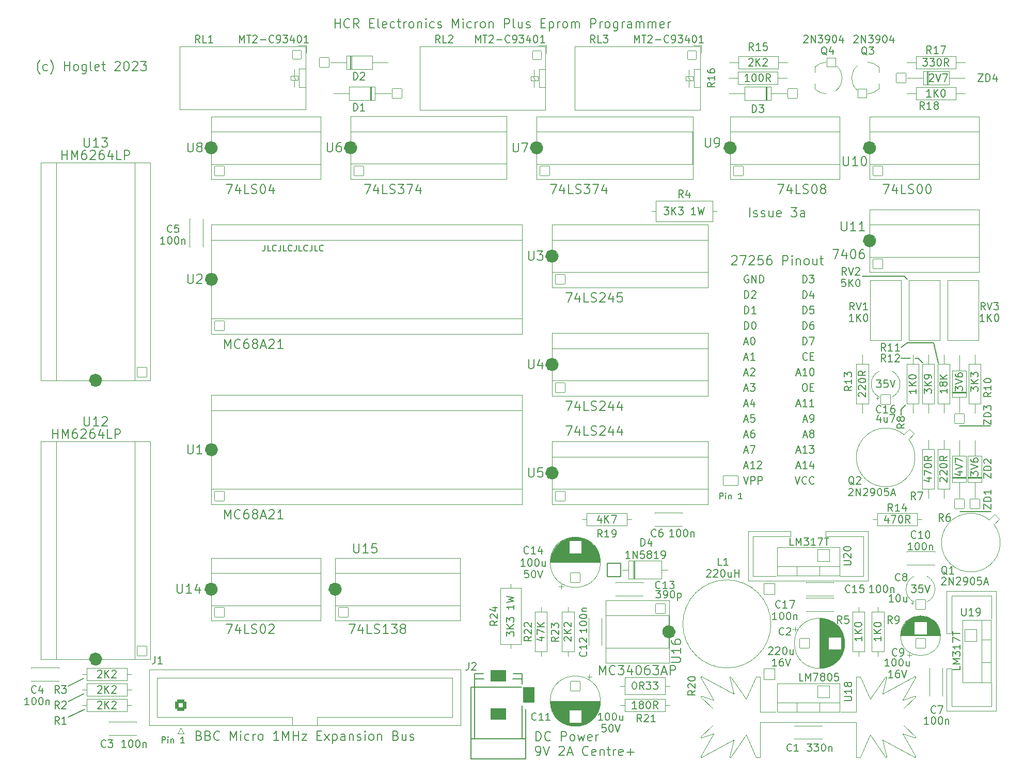
<source format=gto>
G04 #@! TF.GenerationSoftware,KiCad,Pcbnew,6.0.10-86aedd382b~118~ubuntu18.04.1*
G04 #@! TF.CreationDate,2023-11-20T15:15:35+00:00*
G04 #@! TF.ProjectId,micron_plus,6d696372-6f6e-45f7-906c-75732e6b6963,rev?*
G04 #@! TF.SameCoordinates,Original*
G04 #@! TF.FileFunction,Legend,Top*
G04 #@! TF.FilePolarity,Positive*
%FSLAX46Y46*%
G04 Gerber Fmt 4.6, Leading zero omitted, Abs format (unit mm)*
G04 Created by KiCad (PCBNEW 6.0.10-86aedd382b~118~ubuntu18.04.1) date 2023-11-20 15:15:35*
%MOMM*%
%LPD*%
G01*
G04 APERTURE LIST*
G04 Aperture macros list*
%AMRoundRect*
0 Rectangle with rounded corners*
0 $1 Rounding radius*
0 $2 $3 $4 $5 $6 $7 $8 $9 X,Y pos of 4 corners*
0 Add a 4 corners polygon primitive as box body*
4,1,4,$2,$3,$4,$5,$6,$7,$8,$9,$2,$3,0*
0 Add four circle primitives for the rounded corners*
1,1,$1+$1,$2,$3*
1,1,$1+$1,$4,$5*
1,1,$1+$1,$6,$7*
1,1,$1+$1,$8,$9*
0 Add four rect primitives between the rounded corners*
20,1,$1+$1,$2,$3,$4,$5,0*
20,1,$1+$1,$4,$5,$6,$7,0*
20,1,$1+$1,$6,$7,$8,$9,0*
20,1,$1+$1,$8,$9,$2,$3,0*%
G04 Aperture macros list end*
%ADD10C,0.150000*%
%ADD11C,0.200000*%
%ADD12C,0.120000*%
%ADD13C,1.061798*%
%ADD14RoundRect,0.050000X-0.700000X0.700000X-0.700000X-0.700000X0.700000X-0.700000X0.700000X0.700000X0*%
%ADD15C,1.500000*%
%ADD16C,1.540000*%
%ADD17RoundRect,0.050000X0.800000X-0.800000X0.800000X0.800000X-0.800000X0.800000X-0.800000X-0.800000X0*%
%ADD18C,1.700000*%
%ADD19RoundRect,0.050000X-0.800000X0.800000X-0.800000X-0.800000X0.800000X-0.800000X0.800000X0.800000X0*%
%ADD20O,1.700000X1.700000*%
%ADD21RoundRect,0.050000X0.800000X0.800000X-0.800000X0.800000X-0.800000X-0.800000X0.800000X-0.800000X0*%
%ADD22C,3.300000*%
%ADD23RoundRect,0.050000X-1.100000X-1.100000X1.100000X-1.100000X1.100000X1.100000X-1.100000X1.100000X0*%
%ADD24O,2.300000X2.300000*%
%ADD25RoundRect,0.952000X-1.300000X0.000000X1.300000X0.000000X1.300000X0.000000X-1.300000X0.000000X0*%
%ADD26RoundRect,0.952000X0.000000X-1.300000X0.000000X1.300000X0.000000X1.300000X0.000000X-1.300000X0*%
%ADD27RoundRect,0.952000X1.300000X0.000000X-1.300000X0.000000X-1.300000X0.000000X1.300000X0.000000X0*%
%ADD28O,1.300000X1.700000*%
%ADD29O,1.300000X1.300000*%
%ADD30RoundRect,0.050000X0.952500X1.000000X-0.952500X1.000000X-0.952500X-1.000000X0.952500X-1.000000X0*%
%ADD31O,2.005000X2.100000*%
%ADD32RoundRect,0.050000X0.750000X-0.750000X0.750000X0.750000X-0.750000X0.750000X-0.750000X-0.750000X0*%
%ADD33C,1.600000*%
%ADD34RoundRect,0.300000X0.600000X-0.600000X0.600000X0.600000X-0.600000X0.600000X-0.600000X-0.600000X0*%
%ADD35C,1.800000*%
%ADD36RoundRect,0.050000X-0.800000X-0.800000X0.800000X-0.800000X0.800000X0.800000X-0.800000X0.800000X0*%
%ADD37RoundRect,0.050000X-0.750000X0.750000X-0.750000X-0.750000X0.750000X-0.750000X0.750000X0.750000X0*%
%ADD38RoundRect,0.050000X-1.000000X0.952500X-1.000000X-0.952500X1.000000X-0.952500X1.000000X0.952500X0*%
%ADD39O,2.100000X2.005000*%
%ADD40C,6.100000*%
%ADD41C,2.500000*%
%ADD42RoundRect,0.050000X-0.900000X-0.900000X0.900000X-0.900000X0.900000X0.900000X-0.900000X0.900000X0*%
%ADD43C,1.900000*%
%ADD44RoundRect,0.050000X-1.200000X-0.800000X1.200000X-0.800000X1.200000X0.800000X-1.200000X0.800000X0*%
%ADD45O,2.500000X1.700000*%
G04 APERTURE END LIST*
D10*
X54090000Y-136525000D02*
X51395000Y-137795000D01*
X181610000Y-65532000D02*
X188468000Y-65532000D01*
X191516000Y-79756000D02*
X190754000Y-78994000D01*
X187960000Y-78994000D02*
X189484000Y-78994000D01*
X202692000Y-104140000D02*
X197612000Y-104140000D01*
X190754000Y-78994000D02*
X190246000Y-78994000D01*
X187960000Y-87376000D02*
X187960000Y-88265000D01*
X53935000Y-131445000D02*
X51395000Y-132715000D01*
X53935000Y-133985000D02*
X51395000Y-135255000D01*
X188976000Y-76454000D02*
X193294000Y-76454000D01*
X188468000Y-65532000D02*
X188976000Y-66040000D01*
X188976000Y-76454000D02*
X187960000Y-77216000D01*
X188722000Y-86614000D02*
X187960000Y-87376000D01*
X193294000Y-76454000D02*
X194056000Y-79756000D01*
X202565000Y-90043000D02*
X197485000Y-90043000D01*
D11*
X163140000Y-55796571D02*
X163140000Y-54296571D01*
X163782857Y-55725142D02*
X163925714Y-55796571D01*
X164211428Y-55796571D01*
X164354285Y-55725142D01*
X164425714Y-55582285D01*
X164425714Y-55510857D01*
X164354285Y-55368000D01*
X164211428Y-55296571D01*
X163997142Y-55296571D01*
X163854285Y-55225142D01*
X163782857Y-55082285D01*
X163782857Y-55010857D01*
X163854285Y-54868000D01*
X163997142Y-54796571D01*
X164211428Y-54796571D01*
X164354285Y-54868000D01*
X164997142Y-55725142D02*
X165140000Y-55796571D01*
X165425714Y-55796571D01*
X165568571Y-55725142D01*
X165640000Y-55582285D01*
X165640000Y-55510857D01*
X165568571Y-55368000D01*
X165425714Y-55296571D01*
X165211428Y-55296571D01*
X165068571Y-55225142D01*
X164997142Y-55082285D01*
X164997142Y-55010857D01*
X165068571Y-54868000D01*
X165211428Y-54796571D01*
X165425714Y-54796571D01*
X165568571Y-54868000D01*
X166925714Y-54796571D02*
X166925714Y-55796571D01*
X166282857Y-54796571D02*
X166282857Y-55582285D01*
X166354285Y-55725142D01*
X166497142Y-55796571D01*
X166711428Y-55796571D01*
X166854285Y-55725142D01*
X166925714Y-55653714D01*
X168211428Y-55725142D02*
X168068571Y-55796571D01*
X167782857Y-55796571D01*
X167640000Y-55725142D01*
X167568571Y-55582285D01*
X167568571Y-55010857D01*
X167640000Y-54868000D01*
X167782857Y-54796571D01*
X168068571Y-54796571D01*
X168211428Y-54868000D01*
X168282857Y-55010857D01*
X168282857Y-55153714D01*
X167568571Y-55296571D01*
X169925714Y-54296571D02*
X170854285Y-54296571D01*
X170354285Y-54868000D01*
X170568571Y-54868000D01*
X170711428Y-54939428D01*
X170782857Y-55010857D01*
X170854285Y-55153714D01*
X170854285Y-55510857D01*
X170782857Y-55653714D01*
X170711428Y-55725142D01*
X170568571Y-55796571D01*
X170140000Y-55796571D01*
X169997142Y-55725142D01*
X169925714Y-55653714D01*
X172140000Y-55796571D02*
X172140000Y-55010857D01*
X172068571Y-54868000D01*
X171925714Y-54796571D01*
X171640000Y-54796571D01*
X171497142Y-54868000D01*
X172140000Y-55725142D02*
X171997142Y-55796571D01*
X171640000Y-55796571D01*
X171497142Y-55725142D01*
X171425714Y-55582285D01*
X171425714Y-55439428D01*
X171497142Y-55296571D01*
X171640000Y-55225142D01*
X171997142Y-55225142D01*
X172140000Y-55153714D01*
X72848571Y-140862857D02*
X73062857Y-140934285D01*
X73134285Y-141005714D01*
X73205714Y-141148571D01*
X73205714Y-141362857D01*
X73134285Y-141505714D01*
X73062857Y-141577142D01*
X72920000Y-141648571D01*
X72348571Y-141648571D01*
X72348571Y-140148571D01*
X72848571Y-140148571D01*
X72991428Y-140220000D01*
X73062857Y-140291428D01*
X73134285Y-140434285D01*
X73134285Y-140577142D01*
X73062857Y-140720000D01*
X72991428Y-140791428D01*
X72848571Y-140862857D01*
X72348571Y-140862857D01*
X74348571Y-140862857D02*
X74562857Y-140934285D01*
X74634285Y-141005714D01*
X74705714Y-141148571D01*
X74705714Y-141362857D01*
X74634285Y-141505714D01*
X74562857Y-141577142D01*
X74420000Y-141648571D01*
X73848571Y-141648571D01*
X73848571Y-140148571D01*
X74348571Y-140148571D01*
X74491428Y-140220000D01*
X74562857Y-140291428D01*
X74634285Y-140434285D01*
X74634285Y-140577142D01*
X74562857Y-140720000D01*
X74491428Y-140791428D01*
X74348571Y-140862857D01*
X73848571Y-140862857D01*
X76205714Y-141505714D02*
X76134285Y-141577142D01*
X75920000Y-141648571D01*
X75777142Y-141648571D01*
X75562857Y-141577142D01*
X75420000Y-141434285D01*
X75348571Y-141291428D01*
X75277142Y-141005714D01*
X75277142Y-140791428D01*
X75348571Y-140505714D01*
X75420000Y-140362857D01*
X75562857Y-140220000D01*
X75777142Y-140148571D01*
X75920000Y-140148571D01*
X76134285Y-140220000D01*
X76205714Y-140291428D01*
X77991428Y-141648571D02*
X77991428Y-140148571D01*
X78491428Y-141220000D01*
X78991428Y-140148571D01*
X78991428Y-141648571D01*
X79705714Y-141648571D02*
X79705714Y-140648571D01*
X79705714Y-140148571D02*
X79634285Y-140220000D01*
X79705714Y-140291428D01*
X79777142Y-140220000D01*
X79705714Y-140148571D01*
X79705714Y-140291428D01*
X81062857Y-141577142D02*
X80920000Y-141648571D01*
X80634285Y-141648571D01*
X80491428Y-141577142D01*
X80420000Y-141505714D01*
X80348571Y-141362857D01*
X80348571Y-140934285D01*
X80420000Y-140791428D01*
X80491428Y-140720000D01*
X80634285Y-140648571D01*
X80920000Y-140648571D01*
X81062857Y-140720000D01*
X81705714Y-141648571D02*
X81705714Y-140648571D01*
X81705714Y-140934285D02*
X81777142Y-140791428D01*
X81848571Y-140720000D01*
X81991428Y-140648571D01*
X82134285Y-140648571D01*
X82848571Y-141648571D02*
X82705714Y-141577142D01*
X82634285Y-141505714D01*
X82562857Y-141362857D01*
X82562857Y-140934285D01*
X82634285Y-140791428D01*
X82705714Y-140720000D01*
X82848571Y-140648571D01*
X83062857Y-140648571D01*
X83205714Y-140720000D01*
X83277142Y-140791428D01*
X83348571Y-140934285D01*
X83348571Y-141362857D01*
X83277142Y-141505714D01*
X83205714Y-141577142D01*
X83062857Y-141648571D01*
X82848571Y-141648571D01*
X85920000Y-141648571D02*
X85062857Y-141648571D01*
X85491428Y-141648571D02*
X85491428Y-140148571D01*
X85348571Y-140362857D01*
X85205714Y-140505714D01*
X85062857Y-140577142D01*
X86562857Y-141648571D02*
X86562857Y-140148571D01*
X87062857Y-141220000D01*
X87562857Y-140148571D01*
X87562857Y-141648571D01*
X88277142Y-141648571D02*
X88277142Y-140148571D01*
X88277142Y-140862857D02*
X89134285Y-140862857D01*
X89134285Y-141648571D02*
X89134285Y-140148571D01*
X89705714Y-140648571D02*
X90491428Y-140648571D01*
X89705714Y-141648571D01*
X90491428Y-141648571D01*
X92205714Y-140862857D02*
X92705714Y-140862857D01*
X92920000Y-141648571D02*
X92205714Y-141648571D01*
X92205714Y-140148571D01*
X92920000Y-140148571D01*
X93420000Y-141648571D02*
X94205714Y-140648571D01*
X93420000Y-140648571D02*
X94205714Y-141648571D01*
X94777142Y-140648571D02*
X94777142Y-142148571D01*
X94777142Y-140720000D02*
X94920000Y-140648571D01*
X95205714Y-140648571D01*
X95348571Y-140720000D01*
X95420000Y-140791428D01*
X95491428Y-140934285D01*
X95491428Y-141362857D01*
X95420000Y-141505714D01*
X95348571Y-141577142D01*
X95205714Y-141648571D01*
X94920000Y-141648571D01*
X94777142Y-141577142D01*
X96777142Y-141648571D02*
X96777142Y-140862857D01*
X96705714Y-140720000D01*
X96562857Y-140648571D01*
X96277142Y-140648571D01*
X96134285Y-140720000D01*
X96777142Y-141577142D02*
X96634285Y-141648571D01*
X96277142Y-141648571D01*
X96134285Y-141577142D01*
X96062857Y-141434285D01*
X96062857Y-141291428D01*
X96134285Y-141148571D01*
X96277142Y-141077142D01*
X96634285Y-141077142D01*
X96777142Y-141005714D01*
X97491428Y-140648571D02*
X97491428Y-141648571D01*
X97491428Y-140791428D02*
X97562857Y-140720000D01*
X97705714Y-140648571D01*
X97920000Y-140648571D01*
X98062857Y-140720000D01*
X98134285Y-140862857D01*
X98134285Y-141648571D01*
X98777142Y-141577142D02*
X98920000Y-141648571D01*
X99205714Y-141648571D01*
X99348571Y-141577142D01*
X99420000Y-141434285D01*
X99420000Y-141362857D01*
X99348571Y-141220000D01*
X99205714Y-141148571D01*
X98991428Y-141148571D01*
X98848571Y-141077142D01*
X98777142Y-140934285D01*
X98777142Y-140862857D01*
X98848571Y-140720000D01*
X98991428Y-140648571D01*
X99205714Y-140648571D01*
X99348571Y-140720000D01*
X100062857Y-141648571D02*
X100062857Y-140648571D01*
X100062857Y-140148571D02*
X99991428Y-140220000D01*
X100062857Y-140291428D01*
X100134285Y-140220000D01*
X100062857Y-140148571D01*
X100062857Y-140291428D01*
X100991428Y-141648571D02*
X100848571Y-141577142D01*
X100777142Y-141505714D01*
X100705714Y-141362857D01*
X100705714Y-140934285D01*
X100777142Y-140791428D01*
X100848571Y-140720000D01*
X100991428Y-140648571D01*
X101205714Y-140648571D01*
X101348571Y-140720000D01*
X101420000Y-140791428D01*
X101491428Y-140934285D01*
X101491428Y-141362857D01*
X101420000Y-141505714D01*
X101348571Y-141577142D01*
X101205714Y-141648571D01*
X100991428Y-141648571D01*
X102134285Y-140648571D02*
X102134285Y-141648571D01*
X102134285Y-140791428D02*
X102205714Y-140720000D01*
X102348571Y-140648571D01*
X102562857Y-140648571D01*
X102705714Y-140720000D01*
X102777142Y-140862857D01*
X102777142Y-141648571D01*
X105134285Y-140862857D02*
X105348571Y-140934285D01*
X105420000Y-141005714D01*
X105491428Y-141148571D01*
X105491428Y-141362857D01*
X105420000Y-141505714D01*
X105348571Y-141577142D01*
X105205714Y-141648571D01*
X104634285Y-141648571D01*
X104634285Y-140148571D01*
X105134285Y-140148571D01*
X105277142Y-140220000D01*
X105348571Y-140291428D01*
X105420000Y-140434285D01*
X105420000Y-140577142D01*
X105348571Y-140720000D01*
X105277142Y-140791428D01*
X105134285Y-140862857D01*
X104634285Y-140862857D01*
X106777142Y-140648571D02*
X106777142Y-141648571D01*
X106134285Y-140648571D02*
X106134285Y-141434285D01*
X106205714Y-141577142D01*
X106348571Y-141648571D01*
X106562857Y-141648571D01*
X106705714Y-141577142D01*
X106777142Y-141505714D01*
X107420000Y-141577142D02*
X107562857Y-141648571D01*
X107848571Y-141648571D01*
X107991428Y-141577142D01*
X108062857Y-141434285D01*
X108062857Y-141362857D01*
X107991428Y-141220000D01*
X107848571Y-141148571D01*
X107634285Y-141148571D01*
X107491428Y-141077142D01*
X107420000Y-140934285D01*
X107420000Y-140862857D01*
X107491428Y-140720000D01*
X107634285Y-140648571D01*
X107848571Y-140648571D01*
X107991428Y-140720000D01*
D10*
X171949642Y-91640000D02*
X172521071Y-91640000D01*
X171835357Y-91982857D02*
X172235357Y-90782857D01*
X172635357Y-91982857D01*
X173206785Y-91297142D02*
X173092500Y-91240000D01*
X173035357Y-91182857D01*
X172978214Y-91068571D01*
X172978214Y-91011428D01*
X173035357Y-90897142D01*
X173092500Y-90840000D01*
X173206785Y-90782857D01*
X173435357Y-90782857D01*
X173549642Y-90840000D01*
X173606785Y-90897142D01*
X173663928Y-91011428D01*
X173663928Y-91068571D01*
X173606785Y-91182857D01*
X173549642Y-91240000D01*
X173435357Y-91297142D01*
X173206785Y-91297142D01*
X173092500Y-91354285D01*
X173035357Y-91411428D01*
X172978214Y-91525714D01*
X172978214Y-91754285D01*
X173035357Y-91868571D01*
X173092500Y-91925714D01*
X173206785Y-91982857D01*
X173435357Y-91982857D01*
X173549642Y-91925714D01*
X173606785Y-91868571D01*
X173663928Y-91754285D01*
X173663928Y-91525714D01*
X173606785Y-91411428D01*
X173549642Y-91354285D01*
X173435357Y-91297142D01*
X162251071Y-76400000D02*
X162822500Y-76400000D01*
X162136785Y-76742857D02*
X162536785Y-75542857D01*
X162936785Y-76742857D01*
X163565357Y-75542857D02*
X163679642Y-75542857D01*
X163793928Y-75600000D01*
X163851071Y-75657142D01*
X163908214Y-75771428D01*
X163965357Y-76000000D01*
X163965357Y-76285714D01*
X163908214Y-76514285D01*
X163851071Y-76628571D01*
X163793928Y-76685714D01*
X163679642Y-76742857D01*
X163565357Y-76742857D01*
X163451071Y-76685714D01*
X163393928Y-76628571D01*
X163336785Y-76514285D01*
X163279642Y-76285714D01*
X163279642Y-76000000D01*
X163336785Y-75771428D01*
X163393928Y-75657142D01*
X163451071Y-75600000D01*
X163565357Y-75542857D01*
X126835000Y-113769857D02*
X126263571Y-113769857D01*
X126206428Y-114341285D01*
X126263571Y-114284142D01*
X126377857Y-114227000D01*
X126663571Y-114227000D01*
X126777857Y-114284142D01*
X126835000Y-114341285D01*
X126892142Y-114455571D01*
X126892142Y-114741285D01*
X126835000Y-114855571D01*
X126777857Y-114912714D01*
X126663571Y-114969857D01*
X126377857Y-114969857D01*
X126263571Y-114912714D01*
X126206428Y-114855571D01*
X127635000Y-113769857D02*
X127749285Y-113769857D01*
X127863571Y-113827000D01*
X127920714Y-113884142D01*
X127977857Y-113998428D01*
X128035000Y-114227000D01*
X128035000Y-114512714D01*
X127977857Y-114741285D01*
X127920714Y-114855571D01*
X127863571Y-114912714D01*
X127749285Y-114969857D01*
X127635000Y-114969857D01*
X127520714Y-114912714D01*
X127463571Y-114855571D01*
X127406428Y-114741285D01*
X127349285Y-114512714D01*
X127349285Y-114227000D01*
X127406428Y-113998428D01*
X127463571Y-113884142D01*
X127520714Y-113827000D01*
X127635000Y-113769857D01*
X128377857Y-113769857D02*
X128777857Y-114969857D01*
X129177857Y-113769857D01*
X83645952Y-60412380D02*
X83645952Y-61126666D01*
X83598333Y-61269523D01*
X83503095Y-61364761D01*
X83360238Y-61412380D01*
X83265000Y-61412380D01*
X84598333Y-61412380D02*
X84122142Y-61412380D01*
X84122142Y-60412380D01*
X85503095Y-61317142D02*
X85455476Y-61364761D01*
X85312619Y-61412380D01*
X85217380Y-61412380D01*
X85074523Y-61364761D01*
X84979285Y-61269523D01*
X84931666Y-61174285D01*
X84884047Y-60983809D01*
X84884047Y-60840952D01*
X84931666Y-60650476D01*
X84979285Y-60555238D01*
X85074523Y-60460000D01*
X85217380Y-60412380D01*
X85312619Y-60412380D01*
X85455476Y-60460000D01*
X85503095Y-60507619D01*
X86217380Y-60412380D02*
X86217380Y-61126666D01*
X86169761Y-61269523D01*
X86074523Y-61364761D01*
X85931666Y-61412380D01*
X85836428Y-61412380D01*
X87169761Y-61412380D02*
X86693571Y-61412380D01*
X86693571Y-60412380D01*
X88074523Y-61317142D02*
X88026904Y-61364761D01*
X87884047Y-61412380D01*
X87788809Y-61412380D01*
X87645952Y-61364761D01*
X87550714Y-61269523D01*
X87503095Y-61174285D01*
X87455476Y-60983809D01*
X87455476Y-60840952D01*
X87503095Y-60650476D01*
X87550714Y-60555238D01*
X87645952Y-60460000D01*
X87788809Y-60412380D01*
X87884047Y-60412380D01*
X88026904Y-60460000D01*
X88074523Y-60507619D01*
X88788809Y-60412380D02*
X88788809Y-61126666D01*
X88741190Y-61269523D01*
X88645952Y-61364761D01*
X88503095Y-61412380D01*
X88407857Y-61412380D01*
X89741190Y-61412380D02*
X89265000Y-61412380D01*
X89265000Y-60412380D01*
X90645952Y-61317142D02*
X90598333Y-61364761D01*
X90455476Y-61412380D01*
X90360238Y-61412380D01*
X90217380Y-61364761D01*
X90122142Y-61269523D01*
X90074523Y-61174285D01*
X90026904Y-60983809D01*
X90026904Y-60840952D01*
X90074523Y-60650476D01*
X90122142Y-60555238D01*
X90217380Y-60460000D01*
X90360238Y-60412380D01*
X90455476Y-60412380D01*
X90598333Y-60460000D01*
X90645952Y-60507619D01*
X91360238Y-60412380D02*
X91360238Y-61126666D01*
X91312619Y-61269523D01*
X91217380Y-61364761D01*
X91074523Y-61412380D01*
X90979285Y-61412380D01*
X92312619Y-61412380D02*
X91836428Y-61412380D01*
X91836428Y-60412380D01*
X93217380Y-61317142D02*
X93169761Y-61364761D01*
X93026904Y-61412380D01*
X92931666Y-61412380D01*
X92788809Y-61364761D01*
X92693571Y-61269523D01*
X92645952Y-61174285D01*
X92598333Y-60983809D01*
X92598333Y-60840952D01*
X92645952Y-60650476D01*
X92693571Y-60555238D01*
X92788809Y-60460000D01*
X92931666Y-60412380D01*
X93026904Y-60412380D01*
X93169761Y-60460000D01*
X93217380Y-60507619D01*
X170806785Y-96720000D02*
X171378214Y-96720000D01*
X170692500Y-97062857D02*
X171092500Y-95862857D01*
X171492500Y-97062857D01*
X172521071Y-97062857D02*
X171835357Y-97062857D01*
X172178214Y-97062857D02*
X172178214Y-95862857D01*
X172063928Y-96034285D01*
X171949642Y-96148571D01*
X171835357Y-96205714D01*
X173549642Y-96262857D02*
X173549642Y-97062857D01*
X173263928Y-95805714D02*
X172978214Y-96662857D01*
X173721071Y-96662857D01*
X171835357Y-69122857D02*
X171835357Y-67922857D01*
X172121071Y-67922857D01*
X172292500Y-67980000D01*
X172406785Y-68094285D01*
X172463928Y-68208571D01*
X172521071Y-68437142D01*
X172521071Y-68608571D01*
X172463928Y-68837142D01*
X172406785Y-68951428D01*
X172292500Y-69065714D01*
X172121071Y-69122857D01*
X171835357Y-69122857D01*
X173549642Y-68322857D02*
X173549642Y-69122857D01*
X173263928Y-67865714D02*
X172978214Y-68722857D01*
X173721071Y-68722857D01*
X128089642Y-141711071D02*
X128089642Y-140211071D01*
X128446785Y-140211071D01*
X128661071Y-140282500D01*
X128803928Y-140425357D01*
X128875357Y-140568214D01*
X128946785Y-140853928D01*
X128946785Y-141068214D01*
X128875357Y-141353928D01*
X128803928Y-141496785D01*
X128661071Y-141639642D01*
X128446785Y-141711071D01*
X128089642Y-141711071D01*
X130446785Y-141568214D02*
X130375357Y-141639642D01*
X130161071Y-141711071D01*
X130018214Y-141711071D01*
X129803928Y-141639642D01*
X129661071Y-141496785D01*
X129589642Y-141353928D01*
X129518214Y-141068214D01*
X129518214Y-140853928D01*
X129589642Y-140568214D01*
X129661071Y-140425357D01*
X129803928Y-140282500D01*
X130018214Y-140211071D01*
X130161071Y-140211071D01*
X130375357Y-140282500D01*
X130446785Y-140353928D01*
X132232500Y-141711071D02*
X132232500Y-140211071D01*
X132803928Y-140211071D01*
X132946785Y-140282500D01*
X133018214Y-140353928D01*
X133089642Y-140496785D01*
X133089642Y-140711071D01*
X133018214Y-140853928D01*
X132946785Y-140925357D01*
X132803928Y-140996785D01*
X132232500Y-140996785D01*
X133946785Y-141711071D02*
X133803928Y-141639642D01*
X133732500Y-141568214D01*
X133661071Y-141425357D01*
X133661071Y-140996785D01*
X133732500Y-140853928D01*
X133803928Y-140782500D01*
X133946785Y-140711071D01*
X134161071Y-140711071D01*
X134303928Y-140782500D01*
X134375357Y-140853928D01*
X134446785Y-140996785D01*
X134446785Y-141425357D01*
X134375357Y-141568214D01*
X134303928Y-141639642D01*
X134161071Y-141711071D01*
X133946785Y-141711071D01*
X134946785Y-140711071D02*
X135232500Y-141711071D01*
X135518214Y-140996785D01*
X135803928Y-141711071D01*
X136089642Y-140711071D01*
X137232500Y-141639642D02*
X137089642Y-141711071D01*
X136803928Y-141711071D01*
X136661071Y-141639642D01*
X136589642Y-141496785D01*
X136589642Y-140925357D01*
X136661071Y-140782500D01*
X136803928Y-140711071D01*
X137089642Y-140711071D01*
X137232500Y-140782500D01*
X137303928Y-140925357D01*
X137303928Y-141068214D01*
X136589642Y-141211071D01*
X137946785Y-141711071D02*
X137946785Y-140711071D01*
X137946785Y-140996785D02*
X138018214Y-140853928D01*
X138089642Y-140782500D01*
X138232500Y-140711071D01*
X138375357Y-140711071D01*
X128161071Y-144126071D02*
X128446785Y-144126071D01*
X128589642Y-144054642D01*
X128661071Y-143983214D01*
X128803928Y-143768928D01*
X128875357Y-143483214D01*
X128875357Y-142911785D01*
X128803928Y-142768928D01*
X128732500Y-142697500D01*
X128589642Y-142626071D01*
X128303928Y-142626071D01*
X128161071Y-142697500D01*
X128089642Y-142768928D01*
X128018214Y-142911785D01*
X128018214Y-143268928D01*
X128089642Y-143411785D01*
X128161071Y-143483214D01*
X128303928Y-143554642D01*
X128589642Y-143554642D01*
X128732500Y-143483214D01*
X128803928Y-143411785D01*
X128875357Y-143268928D01*
X129303928Y-142626071D02*
X129803928Y-144126071D01*
X130303928Y-142626071D01*
X131875357Y-142768928D02*
X131946785Y-142697500D01*
X132089642Y-142626071D01*
X132446785Y-142626071D01*
X132589642Y-142697500D01*
X132661071Y-142768928D01*
X132732500Y-142911785D01*
X132732500Y-143054642D01*
X132661071Y-143268928D01*
X131803928Y-144126071D01*
X132732500Y-144126071D01*
X133303928Y-143697500D02*
X134018214Y-143697500D01*
X133161071Y-144126071D02*
X133661071Y-142626071D01*
X134161071Y-144126071D01*
X136661071Y-143983214D02*
X136589642Y-144054642D01*
X136375357Y-144126071D01*
X136232500Y-144126071D01*
X136018214Y-144054642D01*
X135875357Y-143911785D01*
X135803928Y-143768928D01*
X135732500Y-143483214D01*
X135732500Y-143268928D01*
X135803928Y-142983214D01*
X135875357Y-142840357D01*
X136018214Y-142697500D01*
X136232500Y-142626071D01*
X136375357Y-142626071D01*
X136589642Y-142697500D01*
X136661071Y-142768928D01*
X137875357Y-144054642D02*
X137732500Y-144126071D01*
X137446785Y-144126071D01*
X137303928Y-144054642D01*
X137232500Y-143911785D01*
X137232500Y-143340357D01*
X137303928Y-143197500D01*
X137446785Y-143126071D01*
X137732500Y-143126071D01*
X137875357Y-143197500D01*
X137946785Y-143340357D01*
X137946785Y-143483214D01*
X137232500Y-143626071D01*
X138589642Y-143126071D02*
X138589642Y-144126071D01*
X138589642Y-143268928D02*
X138661071Y-143197500D01*
X138803928Y-143126071D01*
X139018214Y-143126071D01*
X139161071Y-143197500D01*
X139232500Y-143340357D01*
X139232500Y-144126071D01*
X139732500Y-143126071D02*
X140303928Y-143126071D01*
X139946785Y-142626071D02*
X139946785Y-143911785D01*
X140018214Y-144054642D01*
X140161071Y-144126071D01*
X140303928Y-144126071D01*
X140803928Y-144126071D02*
X140803928Y-143126071D01*
X140803928Y-143411785D02*
X140875357Y-143268928D01*
X140946785Y-143197500D01*
X141089642Y-143126071D01*
X141232500Y-143126071D01*
X142303928Y-144054642D02*
X142161071Y-144126071D01*
X141875357Y-144126071D01*
X141732500Y-144054642D01*
X141661071Y-143911785D01*
X141661071Y-143340357D01*
X141732500Y-143197500D01*
X141875357Y-143126071D01*
X142161071Y-143126071D01*
X142303928Y-143197500D01*
X142375357Y-143340357D01*
X142375357Y-143483214D01*
X141661071Y-143626071D01*
X143018214Y-143554642D02*
X144161071Y-143554642D01*
X143589642Y-144126071D02*
X143589642Y-142983214D01*
X186582142Y-131352857D02*
X185896428Y-131352857D01*
X186239285Y-131352857D02*
X186239285Y-130152857D01*
X186125000Y-130324285D01*
X186010714Y-130438571D01*
X185896428Y-130495714D01*
X187610714Y-130152857D02*
X187382142Y-130152857D01*
X187267857Y-130210000D01*
X187210714Y-130267142D01*
X187096428Y-130438571D01*
X187039285Y-130667142D01*
X187039285Y-131124285D01*
X187096428Y-131238571D01*
X187153571Y-131295714D01*
X187267857Y-131352857D01*
X187496428Y-131352857D01*
X187610714Y-131295714D01*
X187667857Y-131238571D01*
X187725000Y-131124285D01*
X187725000Y-130838571D01*
X187667857Y-130724285D01*
X187610714Y-130667142D01*
X187496428Y-130610000D01*
X187267857Y-130610000D01*
X187153571Y-130667142D01*
X187096428Y-130724285D01*
X187039285Y-130838571D01*
X188067857Y-130152857D02*
X188467857Y-131352857D01*
X188867857Y-130152857D01*
X170806785Y-86560000D02*
X171378214Y-86560000D01*
X170692500Y-86902857D02*
X171092500Y-85702857D01*
X171492500Y-86902857D01*
X172521071Y-86902857D02*
X171835357Y-86902857D01*
X172178214Y-86902857D02*
X172178214Y-85702857D01*
X172063928Y-85874285D01*
X171949642Y-85988571D01*
X171835357Y-86045714D01*
X173663928Y-86902857D02*
X172978214Y-86902857D01*
X173321071Y-86902857D02*
X173321071Y-85702857D01*
X173206785Y-85874285D01*
X173092500Y-85988571D01*
X172978214Y-86045714D01*
X162251071Y-84020000D02*
X162822500Y-84020000D01*
X162136785Y-84362857D02*
X162536785Y-83162857D01*
X162936785Y-84362857D01*
X163222500Y-83162857D02*
X163965357Y-83162857D01*
X163565357Y-83620000D01*
X163736785Y-83620000D01*
X163851071Y-83677142D01*
X163908214Y-83734285D01*
X163965357Y-83848571D01*
X163965357Y-84134285D01*
X163908214Y-84248571D01*
X163851071Y-84305714D01*
X163736785Y-84362857D01*
X163393928Y-84362857D01*
X163279642Y-84305714D01*
X163222500Y-84248571D01*
X170578214Y-98402857D02*
X170978214Y-99602857D01*
X171378214Y-98402857D01*
X172463928Y-99488571D02*
X172406785Y-99545714D01*
X172235357Y-99602857D01*
X172121071Y-99602857D01*
X171949642Y-99545714D01*
X171835357Y-99431428D01*
X171778214Y-99317142D01*
X171721071Y-99088571D01*
X171721071Y-98917142D01*
X171778214Y-98688571D01*
X171835357Y-98574285D01*
X171949642Y-98460000D01*
X172121071Y-98402857D01*
X172235357Y-98402857D01*
X172406785Y-98460000D01*
X172463928Y-98517142D01*
X173663928Y-99488571D02*
X173606785Y-99545714D01*
X173435357Y-99602857D01*
X173321071Y-99602857D01*
X173149642Y-99545714D01*
X173035357Y-99431428D01*
X172978214Y-99317142D01*
X172921071Y-99088571D01*
X172921071Y-98917142D01*
X172978214Y-98688571D01*
X173035357Y-98574285D01*
X173149642Y-98460000D01*
X173321071Y-98402857D01*
X173435357Y-98402857D01*
X173606785Y-98460000D01*
X173663928Y-98517142D01*
X162136785Y-98402857D02*
X162536785Y-99602857D01*
X162936785Y-98402857D01*
X163336785Y-99602857D02*
X163336785Y-98402857D01*
X163793928Y-98402857D01*
X163908214Y-98460000D01*
X163965357Y-98517142D01*
X164022500Y-98631428D01*
X164022500Y-98802857D01*
X163965357Y-98917142D01*
X163908214Y-98974285D01*
X163793928Y-99031428D01*
X163336785Y-99031428D01*
X164536785Y-99602857D02*
X164536785Y-98402857D01*
X164993928Y-98402857D01*
X165108214Y-98460000D01*
X165165357Y-98517142D01*
X165222500Y-98631428D01*
X165222500Y-98802857D01*
X165165357Y-98917142D01*
X165108214Y-98974285D01*
X164993928Y-99031428D01*
X164536785Y-99031428D01*
X171949642Y-89100000D02*
X172521071Y-89100000D01*
X171835357Y-89442857D02*
X172235357Y-88242857D01*
X172635357Y-89442857D01*
X173092500Y-89442857D02*
X173321071Y-89442857D01*
X173435357Y-89385714D01*
X173492500Y-89328571D01*
X173606785Y-89157142D01*
X173663928Y-88928571D01*
X173663928Y-88471428D01*
X173606785Y-88357142D01*
X173549642Y-88300000D01*
X173435357Y-88242857D01*
X173206785Y-88242857D01*
X173092500Y-88300000D01*
X173035357Y-88357142D01*
X172978214Y-88471428D01*
X172978214Y-88757142D01*
X173035357Y-88871428D01*
X173092500Y-88928571D01*
X173206785Y-88985714D01*
X173435357Y-88985714D01*
X173549642Y-88928571D01*
X173606785Y-88871428D01*
X173663928Y-88757142D01*
X66770476Y-142057380D02*
X66770476Y-141057380D01*
X67151428Y-141057380D01*
X67246666Y-141105000D01*
X67294285Y-141152619D01*
X67341904Y-141247857D01*
X67341904Y-141390714D01*
X67294285Y-141485952D01*
X67246666Y-141533571D01*
X67151428Y-141581190D01*
X66770476Y-141581190D01*
X67770476Y-142057380D02*
X67770476Y-141390714D01*
X67770476Y-141057380D02*
X67722857Y-141105000D01*
X67770476Y-141152619D01*
X67818095Y-141105000D01*
X67770476Y-141057380D01*
X67770476Y-141152619D01*
X68246666Y-141390714D02*
X68246666Y-142057380D01*
X68246666Y-141485952D02*
X68294285Y-141438333D01*
X68389523Y-141390714D01*
X68532380Y-141390714D01*
X68627619Y-141438333D01*
X68675238Y-141533571D01*
X68675238Y-142057380D01*
X70437142Y-142057380D02*
X69865714Y-142057380D01*
X70151428Y-142057380D02*
X70151428Y-141057380D01*
X70056190Y-141200238D01*
X69960952Y-141295476D01*
X69865714Y-141343095D01*
X139535000Y-139042857D02*
X138963571Y-139042857D01*
X138906428Y-139614285D01*
X138963571Y-139557142D01*
X139077857Y-139500000D01*
X139363571Y-139500000D01*
X139477857Y-139557142D01*
X139535000Y-139614285D01*
X139592142Y-139728571D01*
X139592142Y-140014285D01*
X139535000Y-140128571D01*
X139477857Y-140185714D01*
X139363571Y-140242857D01*
X139077857Y-140242857D01*
X138963571Y-140185714D01*
X138906428Y-140128571D01*
X140335000Y-139042857D02*
X140449285Y-139042857D01*
X140563571Y-139100000D01*
X140620714Y-139157142D01*
X140677857Y-139271428D01*
X140735000Y-139500000D01*
X140735000Y-139785714D01*
X140677857Y-140014285D01*
X140620714Y-140128571D01*
X140563571Y-140185714D01*
X140449285Y-140242857D01*
X140335000Y-140242857D01*
X140220714Y-140185714D01*
X140163571Y-140128571D01*
X140106428Y-140014285D01*
X140049285Y-139785714D01*
X140049285Y-139500000D01*
X140106428Y-139271428D01*
X140163571Y-139157142D01*
X140220714Y-139100000D01*
X140335000Y-139042857D01*
X141077857Y-139042857D02*
X141477857Y-140242857D01*
X141877857Y-139042857D01*
X189649285Y-116182857D02*
X190392142Y-116182857D01*
X189992142Y-116640000D01*
X190163571Y-116640000D01*
X190277857Y-116697142D01*
X190335000Y-116754285D01*
X190392142Y-116868571D01*
X190392142Y-117154285D01*
X190335000Y-117268571D01*
X190277857Y-117325714D01*
X190163571Y-117382857D01*
X189820714Y-117382857D01*
X189706428Y-117325714D01*
X189649285Y-117268571D01*
X191477857Y-116182857D02*
X190906428Y-116182857D01*
X190849285Y-116754285D01*
X190906428Y-116697142D01*
X191020714Y-116640000D01*
X191306428Y-116640000D01*
X191420714Y-116697142D01*
X191477857Y-116754285D01*
X191535000Y-116868571D01*
X191535000Y-117154285D01*
X191477857Y-117268571D01*
X191420714Y-117325714D01*
X191306428Y-117382857D01*
X191020714Y-117382857D01*
X190906428Y-117325714D01*
X190849285Y-117268571D01*
X191877857Y-116182857D02*
X192277857Y-117382857D01*
X192677857Y-116182857D01*
D11*
X46780714Y-32365000D02*
X46709285Y-32293571D01*
X46566428Y-32079285D01*
X46495000Y-31936428D01*
X46423571Y-31722142D01*
X46352142Y-31365000D01*
X46352142Y-31079285D01*
X46423571Y-30722142D01*
X46495000Y-30507857D01*
X46566428Y-30365000D01*
X46709285Y-30150714D01*
X46780714Y-30079285D01*
X47995000Y-31722142D02*
X47852142Y-31793571D01*
X47566428Y-31793571D01*
X47423571Y-31722142D01*
X47352142Y-31650714D01*
X47280714Y-31507857D01*
X47280714Y-31079285D01*
X47352142Y-30936428D01*
X47423571Y-30865000D01*
X47566428Y-30793571D01*
X47852142Y-30793571D01*
X47995000Y-30865000D01*
X48495000Y-32365000D02*
X48566428Y-32293571D01*
X48709285Y-32079285D01*
X48780714Y-31936428D01*
X48852142Y-31722142D01*
X48923571Y-31365000D01*
X48923571Y-31079285D01*
X48852142Y-30722142D01*
X48780714Y-30507857D01*
X48709285Y-30365000D01*
X48566428Y-30150714D01*
X48495000Y-30079285D01*
X50780714Y-31793571D02*
X50780714Y-30293571D01*
X50780714Y-31007857D02*
X51637857Y-31007857D01*
X51637857Y-31793571D02*
X51637857Y-30293571D01*
X52566428Y-31793571D02*
X52423571Y-31722142D01*
X52352142Y-31650714D01*
X52280714Y-31507857D01*
X52280714Y-31079285D01*
X52352142Y-30936428D01*
X52423571Y-30865000D01*
X52566428Y-30793571D01*
X52780714Y-30793571D01*
X52923571Y-30865000D01*
X52995000Y-30936428D01*
X53066428Y-31079285D01*
X53066428Y-31507857D01*
X52995000Y-31650714D01*
X52923571Y-31722142D01*
X52780714Y-31793571D01*
X52566428Y-31793571D01*
X54352142Y-30793571D02*
X54352142Y-32007857D01*
X54280714Y-32150714D01*
X54209285Y-32222142D01*
X54066428Y-32293571D01*
X53852142Y-32293571D01*
X53709285Y-32222142D01*
X54352142Y-31722142D02*
X54209285Y-31793571D01*
X53923571Y-31793571D01*
X53780714Y-31722142D01*
X53709285Y-31650714D01*
X53637857Y-31507857D01*
X53637857Y-31079285D01*
X53709285Y-30936428D01*
X53780714Y-30865000D01*
X53923571Y-30793571D01*
X54209285Y-30793571D01*
X54352142Y-30865000D01*
X55280714Y-31793571D02*
X55137857Y-31722142D01*
X55066428Y-31579285D01*
X55066428Y-30293571D01*
X56423571Y-31722142D02*
X56280714Y-31793571D01*
X55995000Y-31793571D01*
X55852142Y-31722142D01*
X55780714Y-31579285D01*
X55780714Y-31007857D01*
X55852142Y-30865000D01*
X55995000Y-30793571D01*
X56280714Y-30793571D01*
X56423571Y-30865000D01*
X56495000Y-31007857D01*
X56495000Y-31150714D01*
X55780714Y-31293571D01*
X56923571Y-30793571D02*
X57495000Y-30793571D01*
X57137857Y-30293571D02*
X57137857Y-31579285D01*
X57209285Y-31722142D01*
X57352142Y-31793571D01*
X57495000Y-31793571D01*
X59066428Y-30436428D02*
X59137857Y-30365000D01*
X59280714Y-30293571D01*
X59637857Y-30293571D01*
X59780714Y-30365000D01*
X59852142Y-30436428D01*
X59923571Y-30579285D01*
X59923571Y-30722142D01*
X59852142Y-30936428D01*
X58995000Y-31793571D01*
X59923571Y-31793571D01*
X60852142Y-30293571D02*
X60995000Y-30293571D01*
X61137857Y-30365000D01*
X61209285Y-30436428D01*
X61280714Y-30579285D01*
X61352142Y-30865000D01*
X61352142Y-31222142D01*
X61280714Y-31507857D01*
X61209285Y-31650714D01*
X61137857Y-31722142D01*
X60995000Y-31793571D01*
X60852142Y-31793571D01*
X60709285Y-31722142D01*
X60637857Y-31650714D01*
X60566428Y-31507857D01*
X60495000Y-31222142D01*
X60495000Y-30865000D01*
X60566428Y-30579285D01*
X60637857Y-30436428D01*
X60709285Y-30365000D01*
X60852142Y-30293571D01*
X61923571Y-30436428D02*
X61995000Y-30365000D01*
X62137857Y-30293571D01*
X62495000Y-30293571D01*
X62637857Y-30365000D01*
X62709285Y-30436428D01*
X62780714Y-30579285D01*
X62780714Y-30722142D01*
X62709285Y-30936428D01*
X61852142Y-31793571D01*
X62780714Y-31793571D01*
X63280714Y-30293571D02*
X64209285Y-30293571D01*
X63709285Y-30865000D01*
X63923571Y-30865000D01*
X64066428Y-30936428D01*
X64137857Y-31007857D01*
X64209285Y-31150714D01*
X64209285Y-31507857D01*
X64137857Y-31650714D01*
X64066428Y-31722142D01*
X63923571Y-31793571D01*
X63495000Y-31793571D01*
X63352142Y-31722142D01*
X63280714Y-31650714D01*
D10*
X162251071Y-94180000D02*
X162822500Y-94180000D01*
X162136785Y-94522857D02*
X162536785Y-93322857D01*
X162936785Y-94522857D01*
X163222500Y-93322857D02*
X164022500Y-93322857D01*
X163508214Y-94522857D01*
D11*
X95126428Y-24808571D02*
X95126428Y-23308571D01*
X95126428Y-24022857D02*
X95983571Y-24022857D01*
X95983571Y-24808571D02*
X95983571Y-23308571D01*
X97554999Y-24665714D02*
X97483571Y-24737142D01*
X97269285Y-24808571D01*
X97126428Y-24808571D01*
X96912142Y-24737142D01*
X96769285Y-24594285D01*
X96697857Y-24451428D01*
X96626428Y-24165714D01*
X96626428Y-23951428D01*
X96697857Y-23665714D01*
X96769285Y-23522857D01*
X96912142Y-23380000D01*
X97126428Y-23308571D01*
X97269285Y-23308571D01*
X97483571Y-23380000D01*
X97554999Y-23451428D01*
X99054999Y-24808571D02*
X98554999Y-24094285D01*
X98197857Y-24808571D02*
X98197857Y-23308571D01*
X98769285Y-23308571D01*
X98912142Y-23380000D01*
X98983571Y-23451428D01*
X99054999Y-23594285D01*
X99054999Y-23808571D01*
X98983571Y-23951428D01*
X98912142Y-24022857D01*
X98769285Y-24094285D01*
X98197857Y-24094285D01*
X100840714Y-24022857D02*
X101340714Y-24022857D01*
X101554999Y-24808571D02*
X100840714Y-24808571D01*
X100840714Y-23308571D01*
X101554999Y-23308571D01*
X102412142Y-24808571D02*
X102269285Y-24737142D01*
X102197857Y-24594285D01*
X102197857Y-23308571D01*
X103554999Y-24737142D02*
X103412142Y-24808571D01*
X103126428Y-24808571D01*
X102983571Y-24737142D01*
X102912142Y-24594285D01*
X102912142Y-24022857D01*
X102983571Y-23880000D01*
X103126428Y-23808571D01*
X103412142Y-23808571D01*
X103554999Y-23880000D01*
X103626428Y-24022857D01*
X103626428Y-24165714D01*
X102912142Y-24308571D01*
X104912142Y-24737142D02*
X104769285Y-24808571D01*
X104483571Y-24808571D01*
X104340714Y-24737142D01*
X104269285Y-24665714D01*
X104197857Y-24522857D01*
X104197857Y-24094285D01*
X104269285Y-23951428D01*
X104340714Y-23880000D01*
X104483571Y-23808571D01*
X104769285Y-23808571D01*
X104912142Y-23880000D01*
X105340714Y-23808571D02*
X105912142Y-23808571D01*
X105554999Y-23308571D02*
X105554999Y-24594285D01*
X105626428Y-24737142D01*
X105769285Y-24808571D01*
X105912142Y-24808571D01*
X106412142Y-24808571D02*
X106412142Y-23808571D01*
X106412142Y-24094285D02*
X106483571Y-23951428D01*
X106554999Y-23880000D01*
X106697857Y-23808571D01*
X106840714Y-23808571D01*
X107554999Y-24808571D02*
X107412142Y-24737142D01*
X107340714Y-24665714D01*
X107269285Y-24522857D01*
X107269285Y-24094285D01*
X107340714Y-23951428D01*
X107412142Y-23880000D01*
X107554999Y-23808571D01*
X107769285Y-23808571D01*
X107912142Y-23880000D01*
X107983571Y-23951428D01*
X108054999Y-24094285D01*
X108054999Y-24522857D01*
X107983571Y-24665714D01*
X107912142Y-24737142D01*
X107769285Y-24808571D01*
X107554999Y-24808571D01*
X108697857Y-23808571D02*
X108697857Y-24808571D01*
X108697857Y-23951428D02*
X108769285Y-23880000D01*
X108912142Y-23808571D01*
X109126428Y-23808571D01*
X109269285Y-23880000D01*
X109340714Y-24022857D01*
X109340714Y-24808571D01*
X110054999Y-24808571D02*
X110054999Y-23808571D01*
X110054999Y-23308571D02*
X109983571Y-23380000D01*
X110054999Y-23451428D01*
X110126428Y-23380000D01*
X110054999Y-23308571D01*
X110054999Y-23451428D01*
X111412142Y-24737142D02*
X111269285Y-24808571D01*
X110983571Y-24808571D01*
X110840714Y-24737142D01*
X110769285Y-24665714D01*
X110697857Y-24522857D01*
X110697857Y-24094285D01*
X110769285Y-23951428D01*
X110840714Y-23880000D01*
X110983571Y-23808571D01*
X111269285Y-23808571D01*
X111412142Y-23880000D01*
X111983571Y-24737142D02*
X112126428Y-24808571D01*
X112412142Y-24808571D01*
X112554999Y-24737142D01*
X112626428Y-24594285D01*
X112626428Y-24522857D01*
X112554999Y-24380000D01*
X112412142Y-24308571D01*
X112197857Y-24308571D01*
X112054999Y-24237142D01*
X111983571Y-24094285D01*
X111983571Y-24022857D01*
X112054999Y-23880000D01*
X112197857Y-23808571D01*
X112412142Y-23808571D01*
X112554999Y-23880000D01*
X114412142Y-24808571D02*
X114412142Y-23308571D01*
X114912142Y-24380000D01*
X115412142Y-23308571D01*
X115412142Y-24808571D01*
X116126428Y-24808571D02*
X116126428Y-23808571D01*
X116126428Y-23308571D02*
X116054999Y-23380000D01*
X116126428Y-23451428D01*
X116197857Y-23380000D01*
X116126428Y-23308571D01*
X116126428Y-23451428D01*
X117483571Y-24737142D02*
X117340714Y-24808571D01*
X117054999Y-24808571D01*
X116912142Y-24737142D01*
X116840714Y-24665714D01*
X116769285Y-24522857D01*
X116769285Y-24094285D01*
X116840714Y-23951428D01*
X116912142Y-23880000D01*
X117054999Y-23808571D01*
X117340714Y-23808571D01*
X117483571Y-23880000D01*
X118126428Y-24808571D02*
X118126428Y-23808571D01*
X118126428Y-24094285D02*
X118197857Y-23951428D01*
X118269285Y-23880000D01*
X118412142Y-23808571D01*
X118554999Y-23808571D01*
X119269285Y-24808571D02*
X119126428Y-24737142D01*
X119054999Y-24665714D01*
X118983571Y-24522857D01*
X118983571Y-24094285D01*
X119054999Y-23951428D01*
X119126428Y-23880000D01*
X119269285Y-23808571D01*
X119483571Y-23808571D01*
X119626428Y-23880000D01*
X119697857Y-23951428D01*
X119769285Y-24094285D01*
X119769285Y-24522857D01*
X119697857Y-24665714D01*
X119626428Y-24737142D01*
X119483571Y-24808571D01*
X119269285Y-24808571D01*
X120412142Y-23808571D02*
X120412142Y-24808571D01*
X120412142Y-23951428D02*
X120483571Y-23880000D01*
X120626428Y-23808571D01*
X120840714Y-23808571D01*
X120983571Y-23880000D01*
X121054999Y-24022857D01*
X121054999Y-24808571D01*
X122912142Y-24808571D02*
X122912142Y-23308571D01*
X123483571Y-23308571D01*
X123626428Y-23380000D01*
X123697857Y-23451428D01*
X123769285Y-23594285D01*
X123769285Y-23808571D01*
X123697857Y-23951428D01*
X123626428Y-24022857D01*
X123483571Y-24094285D01*
X122912142Y-24094285D01*
X124626428Y-24808571D02*
X124483571Y-24737142D01*
X124412142Y-24594285D01*
X124412142Y-23308571D01*
X125840714Y-23808571D02*
X125840714Y-24808571D01*
X125197857Y-23808571D02*
X125197857Y-24594285D01*
X125269285Y-24737142D01*
X125412142Y-24808571D01*
X125626428Y-24808571D01*
X125769285Y-24737142D01*
X125840714Y-24665714D01*
X126483571Y-24737142D02*
X126626428Y-24808571D01*
X126912142Y-24808571D01*
X127054999Y-24737142D01*
X127126428Y-24594285D01*
X127126428Y-24522857D01*
X127054999Y-24380000D01*
X126912142Y-24308571D01*
X126697857Y-24308571D01*
X126554999Y-24237142D01*
X126483571Y-24094285D01*
X126483571Y-24022857D01*
X126554999Y-23880000D01*
X126697857Y-23808571D01*
X126912142Y-23808571D01*
X127054999Y-23880000D01*
X128912142Y-24022857D02*
X129412142Y-24022857D01*
X129626428Y-24808571D02*
X128912142Y-24808571D01*
X128912142Y-23308571D01*
X129626428Y-23308571D01*
X130269285Y-23808571D02*
X130269285Y-25308571D01*
X130269285Y-23880000D02*
X130412142Y-23808571D01*
X130697857Y-23808571D01*
X130840714Y-23880000D01*
X130912142Y-23951428D01*
X130983571Y-24094285D01*
X130983571Y-24522857D01*
X130912142Y-24665714D01*
X130840714Y-24737142D01*
X130697857Y-24808571D01*
X130412142Y-24808571D01*
X130269285Y-24737142D01*
X131626428Y-24808571D02*
X131626428Y-23808571D01*
X131626428Y-24094285D02*
X131697857Y-23951428D01*
X131769285Y-23880000D01*
X131912142Y-23808571D01*
X132054999Y-23808571D01*
X132769285Y-24808571D02*
X132626428Y-24737142D01*
X132554999Y-24665714D01*
X132483571Y-24522857D01*
X132483571Y-24094285D01*
X132554999Y-23951428D01*
X132626428Y-23880000D01*
X132769285Y-23808571D01*
X132983571Y-23808571D01*
X133126428Y-23880000D01*
X133197857Y-23951428D01*
X133269285Y-24094285D01*
X133269285Y-24522857D01*
X133197857Y-24665714D01*
X133126428Y-24737142D01*
X132983571Y-24808571D01*
X132769285Y-24808571D01*
X133912142Y-24808571D02*
X133912142Y-23808571D01*
X133912142Y-23951428D02*
X133983571Y-23880000D01*
X134126428Y-23808571D01*
X134340714Y-23808571D01*
X134483571Y-23880000D01*
X134555000Y-24022857D01*
X134555000Y-24808571D01*
X134555000Y-24022857D02*
X134626428Y-23880000D01*
X134769285Y-23808571D01*
X134983571Y-23808571D01*
X135126428Y-23880000D01*
X135197857Y-24022857D01*
X135197857Y-24808571D01*
X137055000Y-24808571D02*
X137055000Y-23308571D01*
X137626428Y-23308571D01*
X137769285Y-23380000D01*
X137840714Y-23451428D01*
X137912142Y-23594285D01*
X137912142Y-23808571D01*
X137840714Y-23951428D01*
X137769285Y-24022857D01*
X137626428Y-24094285D01*
X137055000Y-24094285D01*
X138555000Y-24808571D02*
X138555000Y-23808571D01*
X138555000Y-24094285D02*
X138626428Y-23951428D01*
X138697857Y-23880000D01*
X138840714Y-23808571D01*
X138983571Y-23808571D01*
X139697857Y-24808571D02*
X139554999Y-24737142D01*
X139483571Y-24665714D01*
X139412142Y-24522857D01*
X139412142Y-24094285D01*
X139483571Y-23951428D01*
X139554999Y-23880000D01*
X139697857Y-23808571D01*
X139912142Y-23808571D01*
X140054999Y-23880000D01*
X140126428Y-23951428D01*
X140197857Y-24094285D01*
X140197857Y-24522857D01*
X140126428Y-24665714D01*
X140054999Y-24737142D01*
X139912142Y-24808571D01*
X139697857Y-24808571D01*
X141483571Y-23808571D02*
X141483571Y-25022857D01*
X141412142Y-25165714D01*
X141340714Y-25237142D01*
X141197857Y-25308571D01*
X140983571Y-25308571D01*
X140840714Y-25237142D01*
X141483571Y-24737142D02*
X141340714Y-24808571D01*
X141055000Y-24808571D01*
X140912142Y-24737142D01*
X140840714Y-24665714D01*
X140769285Y-24522857D01*
X140769285Y-24094285D01*
X140840714Y-23951428D01*
X140912142Y-23880000D01*
X141055000Y-23808571D01*
X141340714Y-23808571D01*
X141483571Y-23880000D01*
X142197857Y-24808571D02*
X142197857Y-23808571D01*
X142197857Y-24094285D02*
X142269285Y-23951428D01*
X142340714Y-23880000D01*
X142483571Y-23808571D01*
X142626428Y-23808571D01*
X143769285Y-24808571D02*
X143769285Y-24022857D01*
X143697857Y-23880000D01*
X143554999Y-23808571D01*
X143269285Y-23808571D01*
X143126428Y-23880000D01*
X143769285Y-24737142D02*
X143626428Y-24808571D01*
X143269285Y-24808571D01*
X143126428Y-24737142D01*
X143054999Y-24594285D01*
X143054999Y-24451428D01*
X143126428Y-24308571D01*
X143269285Y-24237142D01*
X143626428Y-24237142D01*
X143769285Y-24165714D01*
X144483571Y-24808571D02*
X144483571Y-23808571D01*
X144483571Y-23951428D02*
X144554999Y-23880000D01*
X144697857Y-23808571D01*
X144912142Y-23808571D01*
X145054999Y-23880000D01*
X145126428Y-24022857D01*
X145126428Y-24808571D01*
X145126428Y-24022857D02*
X145197857Y-23880000D01*
X145340714Y-23808571D01*
X145554999Y-23808571D01*
X145697857Y-23880000D01*
X145769285Y-24022857D01*
X145769285Y-24808571D01*
X146483571Y-24808571D02*
X146483571Y-23808571D01*
X146483571Y-23951428D02*
X146554999Y-23880000D01*
X146697857Y-23808571D01*
X146912142Y-23808571D01*
X147054999Y-23880000D01*
X147126428Y-24022857D01*
X147126428Y-24808571D01*
X147126428Y-24022857D02*
X147197857Y-23880000D01*
X147340714Y-23808571D01*
X147554999Y-23808571D01*
X147697857Y-23880000D01*
X147769285Y-24022857D01*
X147769285Y-24808571D01*
X149054999Y-24737142D02*
X148912142Y-24808571D01*
X148626428Y-24808571D01*
X148483571Y-24737142D01*
X148412142Y-24594285D01*
X148412142Y-24022857D01*
X148483571Y-23880000D01*
X148626428Y-23808571D01*
X148912142Y-23808571D01*
X149054999Y-23880000D01*
X149126428Y-24022857D01*
X149126428Y-24165714D01*
X148412142Y-24308571D01*
X149769285Y-24808571D02*
X149769285Y-23808571D01*
X149769285Y-24094285D02*
X149840714Y-23951428D01*
X149912142Y-23880000D01*
X150054999Y-23808571D01*
X150197857Y-23808571D01*
D10*
X171835357Y-74202857D02*
X171835357Y-73002857D01*
X172121071Y-73002857D01*
X172292500Y-73060000D01*
X172406785Y-73174285D01*
X172463928Y-73288571D01*
X172521071Y-73517142D01*
X172521071Y-73688571D01*
X172463928Y-73917142D01*
X172406785Y-74031428D01*
X172292500Y-74145714D01*
X172121071Y-74202857D01*
X171835357Y-74202857D01*
X173549642Y-73002857D02*
X173321071Y-73002857D01*
X173206785Y-73060000D01*
X173149642Y-73117142D01*
X173035357Y-73288571D01*
X172978214Y-73517142D01*
X172978214Y-73974285D01*
X173035357Y-74088571D01*
X173092500Y-74145714D01*
X173206785Y-74202857D01*
X173435357Y-74202857D01*
X173549642Y-74145714D01*
X173606785Y-74088571D01*
X173663928Y-73974285D01*
X173663928Y-73688571D01*
X173606785Y-73574285D01*
X173549642Y-73517142D01*
X173435357Y-73460000D01*
X173206785Y-73460000D01*
X173092500Y-73517142D01*
X173035357Y-73574285D01*
X172978214Y-73688571D01*
X162251071Y-96720000D02*
X162822500Y-96720000D01*
X162136785Y-97062857D02*
X162536785Y-95862857D01*
X162936785Y-97062857D01*
X163965357Y-97062857D02*
X163279642Y-97062857D01*
X163622500Y-97062857D02*
X163622500Y-95862857D01*
X163508214Y-96034285D01*
X163393928Y-96148571D01*
X163279642Y-96205714D01*
X164422500Y-95977142D02*
X164479642Y-95920000D01*
X164593928Y-95862857D01*
X164879642Y-95862857D01*
X164993928Y-95920000D01*
X165051071Y-95977142D01*
X165108214Y-96091428D01*
X165108214Y-96205714D01*
X165051071Y-96377142D01*
X164365357Y-97062857D01*
X165108214Y-97062857D01*
X183934285Y-82567857D02*
X184677142Y-82567857D01*
X184277142Y-83025000D01*
X184448571Y-83025000D01*
X184562857Y-83082142D01*
X184620000Y-83139285D01*
X184677142Y-83253571D01*
X184677142Y-83539285D01*
X184620000Y-83653571D01*
X184562857Y-83710714D01*
X184448571Y-83767857D01*
X184105714Y-83767857D01*
X183991428Y-83710714D01*
X183934285Y-83653571D01*
X185762857Y-82567857D02*
X185191428Y-82567857D01*
X185134285Y-83139285D01*
X185191428Y-83082142D01*
X185305714Y-83025000D01*
X185591428Y-83025000D01*
X185705714Y-83082142D01*
X185762857Y-83139285D01*
X185820000Y-83253571D01*
X185820000Y-83539285D01*
X185762857Y-83653571D01*
X185705714Y-83710714D01*
X185591428Y-83767857D01*
X185305714Y-83767857D01*
X185191428Y-83710714D01*
X185134285Y-83653571D01*
X186162857Y-82567857D02*
X186562857Y-83767857D01*
X186962857Y-82567857D01*
X162308214Y-69122857D02*
X162308214Y-67922857D01*
X162593928Y-67922857D01*
X162765357Y-67980000D01*
X162879642Y-68094285D01*
X162936785Y-68208571D01*
X162993928Y-68437142D01*
X162993928Y-68608571D01*
X162936785Y-68837142D01*
X162879642Y-68951428D01*
X162765357Y-69065714D01*
X162593928Y-69122857D01*
X162308214Y-69122857D01*
X163451071Y-68037142D02*
X163508214Y-67980000D01*
X163622500Y-67922857D01*
X163908214Y-67922857D01*
X164022500Y-67980000D01*
X164079642Y-68037142D01*
X164136785Y-68151428D01*
X164136785Y-68265714D01*
X164079642Y-68437142D01*
X163393928Y-69122857D01*
X164136785Y-69122857D01*
X162936785Y-65440000D02*
X162822500Y-65382857D01*
X162651071Y-65382857D01*
X162479642Y-65440000D01*
X162365357Y-65554285D01*
X162308214Y-65668571D01*
X162251071Y-65897142D01*
X162251071Y-66068571D01*
X162308214Y-66297142D01*
X162365357Y-66411428D01*
X162479642Y-66525714D01*
X162651071Y-66582857D01*
X162765357Y-66582857D01*
X162936785Y-66525714D01*
X162993928Y-66468571D01*
X162993928Y-66068571D01*
X162765357Y-66068571D01*
X163508214Y-66582857D02*
X163508214Y-65382857D01*
X164193928Y-66582857D01*
X164193928Y-65382857D01*
X164765357Y-66582857D02*
X164765357Y-65382857D01*
X165051071Y-65382857D01*
X165222500Y-65440000D01*
X165336785Y-65554285D01*
X165393928Y-65668571D01*
X165451071Y-65897142D01*
X165451071Y-66068571D01*
X165393928Y-66297142D01*
X165336785Y-66411428D01*
X165222500Y-66525714D01*
X165051071Y-66582857D01*
X164765357Y-66582857D01*
X162308214Y-74202857D02*
X162308214Y-73002857D01*
X162593928Y-73002857D01*
X162765357Y-73060000D01*
X162879642Y-73174285D01*
X162936785Y-73288571D01*
X162993928Y-73517142D01*
X162993928Y-73688571D01*
X162936785Y-73917142D01*
X162879642Y-74031428D01*
X162765357Y-74145714D01*
X162593928Y-74202857D01*
X162308214Y-74202857D01*
X163736785Y-73002857D02*
X163851071Y-73002857D01*
X163965357Y-73060000D01*
X164022500Y-73117142D01*
X164079642Y-73231428D01*
X164136785Y-73460000D01*
X164136785Y-73745714D01*
X164079642Y-73974285D01*
X164022500Y-74088571D01*
X163965357Y-74145714D01*
X163851071Y-74202857D01*
X163736785Y-74202857D01*
X163622500Y-74145714D01*
X163565357Y-74088571D01*
X163508214Y-73974285D01*
X163451071Y-73745714D01*
X163451071Y-73460000D01*
X163508214Y-73231428D01*
X163565357Y-73117142D01*
X163622500Y-73060000D01*
X163736785Y-73002857D01*
X172578214Y-79168571D02*
X172521071Y-79225714D01*
X172349642Y-79282857D01*
X172235357Y-79282857D01*
X172063928Y-79225714D01*
X171949642Y-79111428D01*
X171892500Y-78997142D01*
X171835357Y-78768571D01*
X171835357Y-78597142D01*
X171892500Y-78368571D01*
X171949642Y-78254285D01*
X172063928Y-78140000D01*
X172235357Y-78082857D01*
X172349642Y-78082857D01*
X172521071Y-78140000D01*
X172578214Y-78197142D01*
X173092500Y-78654285D02*
X173492500Y-78654285D01*
X173663928Y-79282857D02*
X173092500Y-79282857D01*
X173092500Y-78082857D01*
X173663928Y-78082857D01*
X162251071Y-89100000D02*
X162822500Y-89100000D01*
X162136785Y-89442857D02*
X162536785Y-88242857D01*
X162936785Y-89442857D01*
X163908214Y-88242857D02*
X163336785Y-88242857D01*
X163279642Y-88814285D01*
X163336785Y-88757142D01*
X163451071Y-88700000D01*
X163736785Y-88700000D01*
X163851071Y-88757142D01*
X163908214Y-88814285D01*
X163965357Y-88928571D01*
X163965357Y-89214285D01*
X163908214Y-89328571D01*
X163851071Y-89385714D01*
X163736785Y-89442857D01*
X163451071Y-89442857D01*
X163336785Y-89385714D01*
X163279642Y-89328571D01*
X170806785Y-81480000D02*
X171378214Y-81480000D01*
X170692500Y-81822857D02*
X171092500Y-80622857D01*
X171492500Y-81822857D01*
X172521071Y-81822857D02*
X171835357Y-81822857D01*
X172178214Y-81822857D02*
X172178214Y-80622857D01*
X172063928Y-80794285D01*
X171949642Y-80908571D01*
X171835357Y-80965714D01*
X173263928Y-80622857D02*
X173378214Y-80622857D01*
X173492500Y-80680000D01*
X173549642Y-80737142D01*
X173606785Y-80851428D01*
X173663928Y-81080000D01*
X173663928Y-81365714D01*
X173606785Y-81594285D01*
X173549642Y-81708571D01*
X173492500Y-81765714D01*
X173378214Y-81822857D01*
X173263928Y-81822857D01*
X173149642Y-81765714D01*
X173092500Y-81708571D01*
X173035357Y-81594285D01*
X172978214Y-81365714D01*
X172978214Y-81080000D01*
X173035357Y-80851428D01*
X173092500Y-80737142D01*
X173149642Y-80680000D01*
X173263928Y-80622857D01*
X171835357Y-66582857D02*
X171835357Y-65382857D01*
X172121071Y-65382857D01*
X172292500Y-65440000D01*
X172406785Y-65554285D01*
X172463928Y-65668571D01*
X172521071Y-65897142D01*
X172521071Y-66068571D01*
X172463928Y-66297142D01*
X172406785Y-66411428D01*
X172292500Y-66525714D01*
X172121071Y-66582857D01*
X171835357Y-66582857D01*
X172921071Y-65382857D02*
X173663928Y-65382857D01*
X173263928Y-65840000D01*
X173435357Y-65840000D01*
X173549642Y-65897142D01*
X173606785Y-65954285D01*
X173663928Y-66068571D01*
X173663928Y-66354285D01*
X173606785Y-66468571D01*
X173549642Y-66525714D01*
X173435357Y-66582857D01*
X173092500Y-66582857D01*
X172978214Y-66525714D01*
X172921071Y-66468571D01*
D11*
X160211428Y-62313428D02*
X160282857Y-62242000D01*
X160425714Y-62170571D01*
X160782857Y-62170571D01*
X160925714Y-62242000D01*
X160997142Y-62313428D01*
X161068571Y-62456285D01*
X161068571Y-62599142D01*
X160997142Y-62813428D01*
X160140000Y-63670571D01*
X161068571Y-63670571D01*
X161568571Y-62170571D02*
X162568571Y-62170571D01*
X161925714Y-63670571D01*
X163068571Y-62313428D02*
X163140000Y-62242000D01*
X163282857Y-62170571D01*
X163640000Y-62170571D01*
X163782857Y-62242000D01*
X163854285Y-62313428D01*
X163925714Y-62456285D01*
X163925714Y-62599142D01*
X163854285Y-62813428D01*
X162997142Y-63670571D01*
X163925714Y-63670571D01*
X165282857Y-62170571D02*
X164568571Y-62170571D01*
X164497142Y-62884857D01*
X164568571Y-62813428D01*
X164711428Y-62742000D01*
X165068571Y-62742000D01*
X165211428Y-62813428D01*
X165282857Y-62884857D01*
X165354285Y-63027714D01*
X165354285Y-63384857D01*
X165282857Y-63527714D01*
X165211428Y-63599142D01*
X165068571Y-63670571D01*
X164711428Y-63670571D01*
X164568571Y-63599142D01*
X164497142Y-63527714D01*
X166640000Y-62170571D02*
X166354285Y-62170571D01*
X166211428Y-62242000D01*
X166140000Y-62313428D01*
X165997142Y-62527714D01*
X165925714Y-62813428D01*
X165925714Y-63384857D01*
X165997142Y-63527714D01*
X166068571Y-63599142D01*
X166211428Y-63670571D01*
X166497142Y-63670571D01*
X166640000Y-63599142D01*
X166711428Y-63527714D01*
X166782857Y-63384857D01*
X166782857Y-63027714D01*
X166711428Y-62884857D01*
X166640000Y-62813428D01*
X166497142Y-62742000D01*
X166211428Y-62742000D01*
X166068571Y-62813428D01*
X165997142Y-62884857D01*
X165925714Y-63027714D01*
X168568571Y-63670571D02*
X168568571Y-62170571D01*
X169140000Y-62170571D01*
X169282857Y-62242000D01*
X169354285Y-62313428D01*
X169425714Y-62456285D01*
X169425714Y-62670571D01*
X169354285Y-62813428D01*
X169282857Y-62884857D01*
X169140000Y-62956285D01*
X168568571Y-62956285D01*
X170068571Y-63670571D02*
X170068571Y-62670571D01*
X170068571Y-62170571D02*
X169997142Y-62242000D01*
X170068571Y-62313428D01*
X170140000Y-62242000D01*
X170068571Y-62170571D01*
X170068571Y-62313428D01*
X170782857Y-62670571D02*
X170782857Y-63670571D01*
X170782857Y-62813428D02*
X170854285Y-62742000D01*
X170997142Y-62670571D01*
X171211428Y-62670571D01*
X171354285Y-62742000D01*
X171425714Y-62884857D01*
X171425714Y-63670571D01*
X172354285Y-63670571D02*
X172211428Y-63599142D01*
X172140000Y-63527714D01*
X172068571Y-63384857D01*
X172068571Y-62956285D01*
X172140000Y-62813428D01*
X172211428Y-62742000D01*
X172354285Y-62670571D01*
X172568571Y-62670571D01*
X172711428Y-62742000D01*
X172782857Y-62813428D01*
X172854285Y-62956285D01*
X172854285Y-63384857D01*
X172782857Y-63527714D01*
X172711428Y-63599142D01*
X172568571Y-63670571D01*
X172354285Y-63670571D01*
X174140000Y-62670571D02*
X174140000Y-63670571D01*
X173497142Y-62670571D02*
X173497142Y-63456285D01*
X173568571Y-63599142D01*
X173711428Y-63670571D01*
X173925714Y-63670571D01*
X174068571Y-63599142D01*
X174140000Y-63527714D01*
X174640000Y-62670571D02*
X175211428Y-62670571D01*
X174854285Y-62170571D02*
X174854285Y-63456285D01*
X174925714Y-63599142D01*
X175068571Y-63670571D01*
X175211428Y-63670571D01*
D10*
X171835357Y-76742857D02*
X171835357Y-75542857D01*
X172121071Y-75542857D01*
X172292500Y-75600000D01*
X172406785Y-75714285D01*
X172463928Y-75828571D01*
X172521071Y-76057142D01*
X172521071Y-76228571D01*
X172463928Y-76457142D01*
X172406785Y-76571428D01*
X172292500Y-76685714D01*
X172121071Y-76742857D01*
X171835357Y-76742857D01*
X172921071Y-75542857D02*
X173721071Y-75542857D01*
X173206785Y-76742857D01*
X162251071Y-86560000D02*
X162822500Y-86560000D01*
X162136785Y-86902857D02*
X162536785Y-85702857D01*
X162936785Y-86902857D01*
X163851071Y-86102857D02*
X163851071Y-86902857D01*
X163565357Y-85645714D02*
X163279642Y-86502857D01*
X164022500Y-86502857D01*
X170806785Y-94180000D02*
X171378214Y-94180000D01*
X170692500Y-94522857D02*
X171092500Y-93322857D01*
X171492500Y-94522857D01*
X172521071Y-94522857D02*
X171835357Y-94522857D01*
X172178214Y-94522857D02*
X172178214Y-93322857D01*
X172063928Y-93494285D01*
X171949642Y-93608571D01*
X171835357Y-93665714D01*
X172921071Y-93322857D02*
X173663928Y-93322857D01*
X173263928Y-93780000D01*
X173435357Y-93780000D01*
X173549642Y-93837142D01*
X173606785Y-93894285D01*
X173663928Y-94008571D01*
X173663928Y-94294285D01*
X173606785Y-94408571D01*
X173549642Y-94465714D01*
X173435357Y-94522857D01*
X173092500Y-94522857D01*
X172978214Y-94465714D01*
X172921071Y-94408571D01*
X162251071Y-91640000D02*
X162822500Y-91640000D01*
X162136785Y-91982857D02*
X162536785Y-90782857D01*
X162936785Y-91982857D01*
X163851071Y-90782857D02*
X163622500Y-90782857D01*
X163508214Y-90840000D01*
X163451071Y-90897142D01*
X163336785Y-91068571D01*
X163279642Y-91297142D01*
X163279642Y-91754285D01*
X163336785Y-91868571D01*
X163393928Y-91925714D01*
X163508214Y-91982857D01*
X163736785Y-91982857D01*
X163851071Y-91925714D01*
X163908214Y-91868571D01*
X163965357Y-91754285D01*
X163965357Y-91468571D01*
X163908214Y-91354285D01*
X163851071Y-91297142D01*
X163736785Y-91240000D01*
X163508214Y-91240000D01*
X163393928Y-91297142D01*
X163336785Y-91354285D01*
X163279642Y-91468571D01*
X158210476Y-102052380D02*
X158210476Y-101052380D01*
X158591428Y-101052380D01*
X158686666Y-101100000D01*
X158734285Y-101147619D01*
X158781904Y-101242857D01*
X158781904Y-101385714D01*
X158734285Y-101480952D01*
X158686666Y-101528571D01*
X158591428Y-101576190D01*
X158210476Y-101576190D01*
X159210476Y-102052380D02*
X159210476Y-101385714D01*
X159210476Y-101052380D02*
X159162857Y-101100000D01*
X159210476Y-101147619D01*
X159258095Y-101100000D01*
X159210476Y-101052380D01*
X159210476Y-101147619D01*
X159686666Y-101385714D02*
X159686666Y-102052380D01*
X159686666Y-101480952D02*
X159734285Y-101433333D01*
X159829523Y-101385714D01*
X159972380Y-101385714D01*
X160067619Y-101433333D01*
X160115238Y-101528571D01*
X160115238Y-102052380D01*
X161877142Y-102052380D02*
X161305714Y-102052380D01*
X161591428Y-102052380D02*
X161591428Y-101052380D01*
X161496190Y-101195238D01*
X161400952Y-101290476D01*
X161305714Y-101338095D01*
X162251071Y-81480000D02*
X162822500Y-81480000D01*
X162136785Y-81822857D02*
X162536785Y-80622857D01*
X162936785Y-81822857D01*
X163279642Y-80737142D02*
X163336785Y-80680000D01*
X163451071Y-80622857D01*
X163736785Y-80622857D01*
X163851071Y-80680000D01*
X163908214Y-80737142D01*
X163965357Y-80851428D01*
X163965357Y-80965714D01*
X163908214Y-81137142D01*
X163222500Y-81822857D01*
X163965357Y-81822857D01*
X162308214Y-71662857D02*
X162308214Y-70462857D01*
X162593928Y-70462857D01*
X162765357Y-70520000D01*
X162879642Y-70634285D01*
X162936785Y-70748571D01*
X162993928Y-70977142D01*
X162993928Y-71148571D01*
X162936785Y-71377142D01*
X162879642Y-71491428D01*
X162765357Y-71605714D01*
X162593928Y-71662857D01*
X162308214Y-71662857D01*
X164136785Y-71662857D02*
X163451071Y-71662857D01*
X163793928Y-71662857D02*
X163793928Y-70462857D01*
X163679642Y-70634285D01*
X163565357Y-70748571D01*
X163451071Y-70805714D01*
X167532142Y-129447857D02*
X166846428Y-129447857D01*
X167189285Y-129447857D02*
X167189285Y-128247857D01*
X167075000Y-128419285D01*
X166960714Y-128533571D01*
X166846428Y-128590714D01*
X168560714Y-128247857D02*
X168332142Y-128247857D01*
X168217857Y-128305000D01*
X168160714Y-128362142D01*
X168046428Y-128533571D01*
X167989285Y-128762142D01*
X167989285Y-129219285D01*
X168046428Y-129333571D01*
X168103571Y-129390714D01*
X168217857Y-129447857D01*
X168446428Y-129447857D01*
X168560714Y-129390714D01*
X168617857Y-129333571D01*
X168675000Y-129219285D01*
X168675000Y-128933571D01*
X168617857Y-128819285D01*
X168560714Y-128762142D01*
X168446428Y-128705000D01*
X168217857Y-128705000D01*
X168103571Y-128762142D01*
X168046428Y-128819285D01*
X167989285Y-128933571D01*
X169017857Y-128247857D02*
X169417857Y-129447857D01*
X169817857Y-128247857D01*
X162251071Y-78940000D02*
X162822500Y-78940000D01*
X162136785Y-79282857D02*
X162536785Y-78082857D01*
X162936785Y-79282857D01*
X163965357Y-79282857D02*
X163279642Y-79282857D01*
X163622500Y-79282857D02*
X163622500Y-78082857D01*
X163508214Y-78254285D01*
X163393928Y-78368571D01*
X163279642Y-78425714D01*
X172063928Y-83162857D02*
X172292500Y-83162857D01*
X172406785Y-83220000D01*
X172521071Y-83334285D01*
X172578214Y-83562857D01*
X172578214Y-83962857D01*
X172521071Y-84191428D01*
X172406785Y-84305714D01*
X172292500Y-84362857D01*
X172063928Y-84362857D01*
X171949642Y-84305714D01*
X171835357Y-84191428D01*
X171778214Y-83962857D01*
X171778214Y-83562857D01*
X171835357Y-83334285D01*
X171949642Y-83220000D01*
X172063928Y-83162857D01*
X173092500Y-83734285D02*
X173492500Y-83734285D01*
X173663928Y-84362857D02*
X173092500Y-84362857D01*
X173092500Y-83162857D01*
X173663928Y-83162857D01*
X171835357Y-71662857D02*
X171835357Y-70462857D01*
X172121071Y-70462857D01*
X172292500Y-70520000D01*
X172406785Y-70634285D01*
X172463928Y-70748571D01*
X172521071Y-70977142D01*
X172521071Y-71148571D01*
X172463928Y-71377142D01*
X172406785Y-71491428D01*
X172292500Y-71605714D01*
X172121071Y-71662857D01*
X171835357Y-71662857D01*
X173606785Y-70462857D02*
X173035357Y-70462857D01*
X172978214Y-71034285D01*
X173035357Y-70977142D01*
X173149642Y-70920000D01*
X173435357Y-70920000D01*
X173549642Y-70977142D01*
X173606785Y-71034285D01*
X173663928Y-71148571D01*
X173663928Y-71434285D01*
X173606785Y-71548571D01*
X173549642Y-71605714D01*
X173435357Y-71662857D01*
X173149642Y-71662857D01*
X173035357Y-71605714D01*
X172978214Y-71548571D01*
X112344285Y-27212857D02*
X111944285Y-26641428D01*
X111658571Y-27212857D02*
X111658571Y-26012857D01*
X112115714Y-26012857D01*
X112230000Y-26070000D01*
X112287142Y-26127142D01*
X112344285Y-26241428D01*
X112344285Y-26412857D01*
X112287142Y-26527142D01*
X112230000Y-26584285D01*
X112115714Y-26641428D01*
X111658571Y-26641428D01*
X113430000Y-27212857D02*
X112858571Y-27212857D01*
X112858571Y-26012857D01*
X113772857Y-26127142D02*
X113830000Y-26070000D01*
X113944285Y-26012857D01*
X114230000Y-26012857D01*
X114344285Y-26070000D01*
X114401428Y-26127142D01*
X114458571Y-26241428D01*
X114458571Y-26355714D01*
X114401428Y-26527142D01*
X113715714Y-27212857D01*
X114458571Y-27212857D01*
X118196428Y-27212857D02*
X118196428Y-26012857D01*
X118596428Y-26870000D01*
X118996428Y-26012857D01*
X118996428Y-27212857D01*
X119396428Y-26012857D02*
X120082142Y-26012857D01*
X119739285Y-27212857D02*
X119739285Y-26012857D01*
X120425000Y-26127142D02*
X120482142Y-26070000D01*
X120596428Y-26012857D01*
X120882142Y-26012857D01*
X120996428Y-26070000D01*
X121053571Y-26127142D01*
X121110714Y-26241428D01*
X121110714Y-26355714D01*
X121053571Y-26527142D01*
X120367857Y-27212857D01*
X121110714Y-27212857D01*
X121625000Y-26755714D02*
X122539285Y-26755714D01*
X123796428Y-27098571D02*
X123739285Y-27155714D01*
X123567857Y-27212857D01*
X123453571Y-27212857D01*
X123282142Y-27155714D01*
X123167857Y-27041428D01*
X123110714Y-26927142D01*
X123053571Y-26698571D01*
X123053571Y-26527142D01*
X123110714Y-26298571D01*
X123167857Y-26184285D01*
X123282142Y-26070000D01*
X123453571Y-26012857D01*
X123567857Y-26012857D01*
X123739285Y-26070000D01*
X123796428Y-26127142D01*
X124367857Y-27212857D02*
X124596428Y-27212857D01*
X124710714Y-27155714D01*
X124767857Y-27098571D01*
X124882142Y-26927142D01*
X124939285Y-26698571D01*
X124939285Y-26241428D01*
X124882142Y-26127142D01*
X124825000Y-26070000D01*
X124710714Y-26012857D01*
X124482142Y-26012857D01*
X124367857Y-26070000D01*
X124310714Y-26127142D01*
X124253571Y-26241428D01*
X124253571Y-26527142D01*
X124310714Y-26641428D01*
X124367857Y-26698571D01*
X124482142Y-26755714D01*
X124710714Y-26755714D01*
X124825000Y-26698571D01*
X124882142Y-26641428D01*
X124939285Y-26527142D01*
X125339285Y-26012857D02*
X126082142Y-26012857D01*
X125682142Y-26470000D01*
X125853571Y-26470000D01*
X125967857Y-26527142D01*
X126025000Y-26584285D01*
X126082142Y-26698571D01*
X126082142Y-26984285D01*
X126025000Y-27098571D01*
X125967857Y-27155714D01*
X125853571Y-27212857D01*
X125510714Y-27212857D01*
X125396428Y-27155714D01*
X125339285Y-27098571D01*
X127110714Y-26412857D02*
X127110714Y-27212857D01*
X126825000Y-25955714D02*
X126539285Y-26812857D01*
X127282142Y-26812857D01*
X127967857Y-26012857D02*
X128082142Y-26012857D01*
X128196428Y-26070000D01*
X128253571Y-26127142D01*
X128310714Y-26241428D01*
X128367857Y-26470000D01*
X128367857Y-26755714D01*
X128310714Y-26984285D01*
X128253571Y-27098571D01*
X128196428Y-27155714D01*
X128082142Y-27212857D01*
X127967857Y-27212857D01*
X127853571Y-27155714D01*
X127796428Y-27098571D01*
X127739285Y-26984285D01*
X127682142Y-26755714D01*
X127682142Y-26470000D01*
X127739285Y-26241428D01*
X127796428Y-26127142D01*
X127853571Y-26070000D01*
X127967857Y-26012857D01*
X129510714Y-27212857D02*
X128825000Y-27212857D01*
X129167857Y-27212857D02*
X129167857Y-26012857D01*
X129053571Y-26184285D01*
X128939285Y-26298571D01*
X128825000Y-26355714D01*
X201723714Y-71027857D02*
X201323714Y-70456428D01*
X201038000Y-71027857D02*
X201038000Y-69827857D01*
X201495142Y-69827857D01*
X201609428Y-69885000D01*
X201666571Y-69942142D01*
X201723714Y-70056428D01*
X201723714Y-70227857D01*
X201666571Y-70342142D01*
X201609428Y-70399285D01*
X201495142Y-70456428D01*
X201038000Y-70456428D01*
X202066571Y-69827857D02*
X202466571Y-71027857D01*
X202866571Y-69827857D01*
X203152285Y-69827857D02*
X203895142Y-69827857D01*
X203495142Y-70285000D01*
X203666571Y-70285000D01*
X203780857Y-70342142D01*
X203838000Y-70399285D01*
X203895142Y-70513571D01*
X203895142Y-70799285D01*
X203838000Y-70913571D01*
X203780857Y-70970714D01*
X203666571Y-71027857D01*
X203323714Y-71027857D01*
X203209428Y-70970714D01*
X203152285Y-70913571D01*
X201609428Y-72932857D02*
X200923714Y-72932857D01*
X201266571Y-72932857D02*
X201266571Y-71732857D01*
X201152285Y-71904285D01*
X201038000Y-72018571D01*
X200923714Y-72075714D01*
X202123714Y-72932857D02*
X202123714Y-71732857D01*
X202809428Y-72932857D02*
X202295142Y-72247142D01*
X202809428Y-71732857D02*
X202123714Y-72418571D01*
X203552285Y-71732857D02*
X203666571Y-71732857D01*
X203780857Y-71790000D01*
X203838000Y-71847142D01*
X203895142Y-71961428D01*
X203952285Y-72190000D01*
X203952285Y-72475714D01*
X203895142Y-72704285D01*
X203838000Y-72818571D01*
X203780857Y-72875714D01*
X203666571Y-72932857D01*
X203552285Y-72932857D01*
X203438000Y-72875714D01*
X203380857Y-72818571D01*
X203323714Y-72704285D01*
X203266571Y-72475714D01*
X203266571Y-72190000D01*
X203323714Y-71961428D01*
X203380857Y-71847142D01*
X203438000Y-71790000D01*
X203552285Y-71732857D01*
X184648571Y-87804571D02*
X184591428Y-87861714D01*
X184420000Y-87918857D01*
X184305714Y-87918857D01*
X184134285Y-87861714D01*
X184020000Y-87747428D01*
X183962857Y-87633142D01*
X183905714Y-87404571D01*
X183905714Y-87233142D01*
X183962857Y-87004571D01*
X184020000Y-86890285D01*
X184134285Y-86776000D01*
X184305714Y-86718857D01*
X184420000Y-86718857D01*
X184591428Y-86776000D01*
X184648571Y-86833142D01*
X185791428Y-87918857D02*
X185105714Y-87918857D01*
X185448571Y-87918857D02*
X185448571Y-86718857D01*
X185334285Y-86890285D01*
X185220000Y-87004571D01*
X185105714Y-87061714D01*
X186820000Y-86718857D02*
X186591428Y-86718857D01*
X186477142Y-86776000D01*
X186420000Y-86833142D01*
X186305714Y-87004571D01*
X186248571Y-87233142D01*
X186248571Y-87690285D01*
X186305714Y-87804571D01*
X186362857Y-87861714D01*
X186477142Y-87918857D01*
X186705714Y-87918857D01*
X186820000Y-87861714D01*
X186877142Y-87804571D01*
X186934285Y-87690285D01*
X186934285Y-87404571D01*
X186877142Y-87290285D01*
X186820000Y-87233142D01*
X186705714Y-87176000D01*
X186477142Y-87176000D01*
X186362857Y-87233142D01*
X186305714Y-87290285D01*
X186248571Y-87404571D01*
X184534285Y-88642857D02*
X184534285Y-89442857D01*
X184248571Y-88185714D02*
X183962857Y-89042857D01*
X184705714Y-89042857D01*
X185677142Y-88642857D02*
X185677142Y-89442857D01*
X185162857Y-88642857D02*
X185162857Y-89271428D01*
X185220000Y-89385714D01*
X185334285Y-89442857D01*
X185505714Y-89442857D01*
X185620000Y-89385714D01*
X185677142Y-89328571D01*
X186134285Y-88242857D02*
X186934285Y-88242857D01*
X186420000Y-89442857D01*
D11*
X150308571Y-128857142D02*
X151522857Y-128857142D01*
X151665714Y-128785714D01*
X151737142Y-128714285D01*
X151808571Y-128571428D01*
X151808571Y-128285714D01*
X151737142Y-128142857D01*
X151665714Y-128071428D01*
X151522857Y-128000000D01*
X150308571Y-128000000D01*
X151808571Y-126500000D02*
X151808571Y-127357142D01*
X151808571Y-126928571D02*
X150308571Y-126928571D01*
X150522857Y-127071428D01*
X150665714Y-127214285D01*
X150737142Y-127357142D01*
X150308571Y-125214285D02*
X150308571Y-125500000D01*
X150380000Y-125642857D01*
X150451428Y-125714285D01*
X150665714Y-125857142D01*
X150951428Y-125928571D01*
X151522857Y-125928571D01*
X151665714Y-125857142D01*
X151737142Y-125785714D01*
X151808571Y-125642857D01*
X151808571Y-125357142D01*
X151737142Y-125214285D01*
X151665714Y-125142857D01*
X151522857Y-125071428D01*
X151165714Y-125071428D01*
X151022857Y-125142857D01*
X150951428Y-125214285D01*
X150880000Y-125357142D01*
X150880000Y-125642857D01*
X150951428Y-125785714D01*
X151022857Y-125857142D01*
X151165714Y-125928571D01*
X138485714Y-130853571D02*
X138485714Y-129353571D01*
X138985714Y-130425000D01*
X139485714Y-129353571D01*
X139485714Y-130853571D01*
X141057142Y-130710714D02*
X140985714Y-130782142D01*
X140771428Y-130853571D01*
X140628571Y-130853571D01*
X140414285Y-130782142D01*
X140271428Y-130639285D01*
X140200000Y-130496428D01*
X140128571Y-130210714D01*
X140128571Y-129996428D01*
X140200000Y-129710714D01*
X140271428Y-129567857D01*
X140414285Y-129425000D01*
X140628571Y-129353571D01*
X140771428Y-129353571D01*
X140985714Y-129425000D01*
X141057142Y-129496428D01*
X141557142Y-129353571D02*
X142485714Y-129353571D01*
X141985714Y-129925000D01*
X142200000Y-129925000D01*
X142342857Y-129996428D01*
X142414285Y-130067857D01*
X142485714Y-130210714D01*
X142485714Y-130567857D01*
X142414285Y-130710714D01*
X142342857Y-130782142D01*
X142200000Y-130853571D01*
X141771428Y-130853571D01*
X141628571Y-130782142D01*
X141557142Y-130710714D01*
X143771428Y-129853571D02*
X143771428Y-130853571D01*
X143414285Y-129282142D02*
X143057142Y-130353571D01*
X143985714Y-130353571D01*
X144842857Y-129353571D02*
X144985714Y-129353571D01*
X145128571Y-129425000D01*
X145200000Y-129496428D01*
X145271428Y-129639285D01*
X145342857Y-129925000D01*
X145342857Y-130282142D01*
X145271428Y-130567857D01*
X145200000Y-130710714D01*
X145128571Y-130782142D01*
X144985714Y-130853571D01*
X144842857Y-130853571D01*
X144700000Y-130782142D01*
X144628571Y-130710714D01*
X144557142Y-130567857D01*
X144485714Y-130282142D01*
X144485714Y-129925000D01*
X144557142Y-129639285D01*
X144628571Y-129496428D01*
X144700000Y-129425000D01*
X144842857Y-129353571D01*
X146628571Y-129353571D02*
X146342857Y-129353571D01*
X146200000Y-129425000D01*
X146128571Y-129496428D01*
X145985714Y-129710714D01*
X145914285Y-129996428D01*
X145914285Y-130567857D01*
X145985714Y-130710714D01*
X146057142Y-130782142D01*
X146200000Y-130853571D01*
X146485714Y-130853571D01*
X146628571Y-130782142D01*
X146700000Y-130710714D01*
X146771428Y-130567857D01*
X146771428Y-130210714D01*
X146700000Y-130067857D01*
X146628571Y-129996428D01*
X146485714Y-129925000D01*
X146200000Y-129925000D01*
X146057142Y-129996428D01*
X145985714Y-130067857D01*
X145914285Y-130210714D01*
X147271428Y-129353571D02*
X148200000Y-129353571D01*
X147700000Y-129925000D01*
X147914285Y-129925000D01*
X148057142Y-129996428D01*
X148128571Y-130067857D01*
X148200000Y-130210714D01*
X148200000Y-130567857D01*
X148128571Y-130710714D01*
X148057142Y-130782142D01*
X147914285Y-130853571D01*
X147485714Y-130853571D01*
X147342857Y-130782142D01*
X147271428Y-130710714D01*
X148771428Y-130425000D02*
X149485714Y-130425000D01*
X148628571Y-130853571D02*
X149128571Y-129353571D01*
X149628571Y-130853571D01*
X150128571Y-130853571D02*
X150128571Y-129353571D01*
X150700000Y-129353571D01*
X150842857Y-129425000D01*
X150914285Y-129496428D01*
X150985714Y-129639285D01*
X150985714Y-129853571D01*
X150914285Y-129996428D01*
X150842857Y-130067857D01*
X150700000Y-130139285D01*
X150128571Y-130139285D01*
D10*
X194872000Y-105698857D02*
X194472000Y-105127428D01*
X194186285Y-105698857D02*
X194186285Y-104498857D01*
X194643428Y-104498857D01*
X194757714Y-104556000D01*
X194814857Y-104613142D01*
X194872000Y-104727428D01*
X194872000Y-104898857D01*
X194814857Y-105013142D01*
X194757714Y-105070285D01*
X194643428Y-105127428D01*
X194186285Y-105127428D01*
X195900571Y-104498857D02*
X195672000Y-104498857D01*
X195557714Y-104556000D01*
X195500571Y-104613142D01*
X195386285Y-104784571D01*
X195329142Y-105013142D01*
X195329142Y-105470285D01*
X195386285Y-105584571D01*
X195443428Y-105641714D01*
X195557714Y-105698857D01*
X195786285Y-105698857D01*
X195900571Y-105641714D01*
X195957714Y-105584571D01*
X196014857Y-105470285D01*
X196014857Y-105184571D01*
X195957714Y-105070285D01*
X195900571Y-105013142D01*
X195786285Y-104956000D01*
X195557714Y-104956000D01*
X195443428Y-105013142D01*
X195386285Y-105070285D01*
X195329142Y-105184571D01*
X194402142Y-99225714D02*
X194345000Y-99168571D01*
X194287857Y-99054285D01*
X194287857Y-98768571D01*
X194345000Y-98654285D01*
X194402142Y-98597142D01*
X194516428Y-98540000D01*
X194630714Y-98540000D01*
X194802142Y-98597142D01*
X195487857Y-99282857D01*
X195487857Y-98540000D01*
X194402142Y-98082857D02*
X194345000Y-98025714D01*
X194287857Y-97911428D01*
X194287857Y-97625714D01*
X194345000Y-97511428D01*
X194402142Y-97454285D01*
X194516428Y-97397142D01*
X194630714Y-97397142D01*
X194802142Y-97454285D01*
X195487857Y-98140000D01*
X195487857Y-97397142D01*
X194287857Y-96654285D02*
X194287857Y-96540000D01*
X194345000Y-96425714D01*
X194402142Y-96368571D01*
X194516428Y-96311428D01*
X194745000Y-96254285D01*
X195030714Y-96254285D01*
X195259285Y-96311428D01*
X195373571Y-96368571D01*
X195430714Y-96425714D01*
X195487857Y-96540000D01*
X195487857Y-96654285D01*
X195430714Y-96768571D01*
X195373571Y-96825714D01*
X195259285Y-96882857D01*
X195030714Y-96940000D01*
X194745000Y-96940000D01*
X194516428Y-96882857D01*
X194402142Y-96825714D01*
X194345000Y-96768571D01*
X194287857Y-96654285D01*
X195487857Y-95054285D02*
X194916428Y-95454285D01*
X195487857Y-95740000D02*
X194287857Y-95740000D01*
X194287857Y-95282857D01*
X194345000Y-95168571D01*
X194402142Y-95111428D01*
X194516428Y-95054285D01*
X194687857Y-95054285D01*
X194802142Y-95111428D01*
X194859285Y-95168571D01*
X194916428Y-95282857D01*
X194916428Y-95740000D01*
X137744285Y-27212857D02*
X137344285Y-26641428D01*
X137058571Y-27212857D02*
X137058571Y-26012857D01*
X137515714Y-26012857D01*
X137630000Y-26070000D01*
X137687142Y-26127142D01*
X137744285Y-26241428D01*
X137744285Y-26412857D01*
X137687142Y-26527142D01*
X137630000Y-26584285D01*
X137515714Y-26641428D01*
X137058571Y-26641428D01*
X138830000Y-27212857D02*
X138258571Y-27212857D01*
X138258571Y-26012857D01*
X139115714Y-26012857D02*
X139858571Y-26012857D01*
X139458571Y-26470000D01*
X139630000Y-26470000D01*
X139744285Y-26527142D01*
X139801428Y-26584285D01*
X139858571Y-26698571D01*
X139858571Y-26984285D01*
X139801428Y-27098571D01*
X139744285Y-27155714D01*
X139630000Y-27212857D01*
X139287142Y-27212857D01*
X139172857Y-27155714D01*
X139115714Y-27098571D01*
X144231428Y-27212857D02*
X144231428Y-26012857D01*
X144631428Y-26870000D01*
X145031428Y-26012857D01*
X145031428Y-27212857D01*
X145431428Y-26012857D02*
X146117142Y-26012857D01*
X145774285Y-27212857D02*
X145774285Y-26012857D01*
X146460000Y-26127142D02*
X146517142Y-26070000D01*
X146631428Y-26012857D01*
X146917142Y-26012857D01*
X147031428Y-26070000D01*
X147088571Y-26127142D01*
X147145714Y-26241428D01*
X147145714Y-26355714D01*
X147088571Y-26527142D01*
X146402857Y-27212857D01*
X147145714Y-27212857D01*
X147660000Y-26755714D02*
X148574285Y-26755714D01*
X149831428Y-27098571D02*
X149774285Y-27155714D01*
X149602857Y-27212857D01*
X149488571Y-27212857D01*
X149317142Y-27155714D01*
X149202857Y-27041428D01*
X149145714Y-26927142D01*
X149088571Y-26698571D01*
X149088571Y-26527142D01*
X149145714Y-26298571D01*
X149202857Y-26184285D01*
X149317142Y-26070000D01*
X149488571Y-26012857D01*
X149602857Y-26012857D01*
X149774285Y-26070000D01*
X149831428Y-26127142D01*
X150402857Y-27212857D02*
X150631428Y-27212857D01*
X150745714Y-27155714D01*
X150802857Y-27098571D01*
X150917142Y-26927142D01*
X150974285Y-26698571D01*
X150974285Y-26241428D01*
X150917142Y-26127142D01*
X150860000Y-26070000D01*
X150745714Y-26012857D01*
X150517142Y-26012857D01*
X150402857Y-26070000D01*
X150345714Y-26127142D01*
X150288571Y-26241428D01*
X150288571Y-26527142D01*
X150345714Y-26641428D01*
X150402857Y-26698571D01*
X150517142Y-26755714D01*
X150745714Y-26755714D01*
X150860000Y-26698571D01*
X150917142Y-26641428D01*
X150974285Y-26527142D01*
X151374285Y-26012857D02*
X152117142Y-26012857D01*
X151717142Y-26470000D01*
X151888571Y-26470000D01*
X152002857Y-26527142D01*
X152060000Y-26584285D01*
X152117142Y-26698571D01*
X152117142Y-26984285D01*
X152060000Y-27098571D01*
X152002857Y-27155714D01*
X151888571Y-27212857D01*
X151545714Y-27212857D01*
X151431428Y-27155714D01*
X151374285Y-27098571D01*
X153145714Y-26412857D02*
X153145714Y-27212857D01*
X152860000Y-25955714D02*
X152574285Y-26812857D01*
X153317142Y-26812857D01*
X154002857Y-26012857D02*
X154117142Y-26012857D01*
X154231428Y-26070000D01*
X154288571Y-26127142D01*
X154345714Y-26241428D01*
X154402857Y-26470000D01*
X154402857Y-26755714D01*
X154345714Y-26984285D01*
X154288571Y-27098571D01*
X154231428Y-27155714D01*
X154117142Y-27212857D01*
X154002857Y-27212857D01*
X153888571Y-27155714D01*
X153831428Y-27098571D01*
X153774285Y-26984285D01*
X153717142Y-26755714D01*
X153717142Y-26470000D01*
X153774285Y-26241428D01*
X153831428Y-26127142D01*
X153888571Y-26070000D01*
X154002857Y-26012857D01*
X155545714Y-27212857D02*
X154860000Y-27212857D01*
X155202857Y-27212857D02*
X155202857Y-26012857D01*
X155088571Y-26184285D01*
X154974285Y-26298571D01*
X154860000Y-26355714D01*
X190300000Y-102142857D02*
X189900000Y-101571428D01*
X189614285Y-102142857D02*
X189614285Y-100942857D01*
X190071428Y-100942857D01*
X190185714Y-101000000D01*
X190242857Y-101057142D01*
X190300000Y-101171428D01*
X190300000Y-101342857D01*
X190242857Y-101457142D01*
X190185714Y-101514285D01*
X190071428Y-101571428D01*
X189614285Y-101571428D01*
X190700000Y-100942857D02*
X191500000Y-100942857D01*
X190985714Y-102142857D01*
X192147857Y-98654285D02*
X192947857Y-98654285D01*
X191690714Y-98940000D02*
X192547857Y-99225714D01*
X192547857Y-98482857D01*
X191747857Y-98140000D02*
X191747857Y-97340000D01*
X192947857Y-97854285D01*
X191747857Y-96654285D02*
X191747857Y-96540000D01*
X191805000Y-96425714D01*
X191862142Y-96368571D01*
X191976428Y-96311428D01*
X192205000Y-96254285D01*
X192490714Y-96254285D01*
X192719285Y-96311428D01*
X192833571Y-96368571D01*
X192890714Y-96425714D01*
X192947857Y-96540000D01*
X192947857Y-96654285D01*
X192890714Y-96768571D01*
X192833571Y-96825714D01*
X192719285Y-96882857D01*
X192490714Y-96940000D01*
X192205000Y-96940000D01*
X191976428Y-96882857D01*
X191862142Y-96825714D01*
X191805000Y-96768571D01*
X191747857Y-96654285D01*
X192947857Y-95054285D02*
X192376428Y-95454285D01*
X192947857Y-95740000D02*
X191747857Y-95740000D01*
X191747857Y-95282857D01*
X191805000Y-95168571D01*
X191862142Y-95111428D01*
X191976428Y-95054285D01*
X192147857Y-95054285D01*
X192262142Y-95111428D01*
X192319285Y-95168571D01*
X192376428Y-95282857D01*
X192376428Y-95740000D01*
D11*
X54022857Y-42866571D02*
X54022857Y-44080857D01*
X54094285Y-44223714D01*
X54165714Y-44295142D01*
X54308571Y-44366571D01*
X54594285Y-44366571D01*
X54737142Y-44295142D01*
X54808571Y-44223714D01*
X54880000Y-44080857D01*
X54880000Y-42866571D01*
X56380000Y-44366571D02*
X55522857Y-44366571D01*
X55951428Y-44366571D02*
X55951428Y-42866571D01*
X55808571Y-43080857D01*
X55665714Y-43223714D01*
X55522857Y-43295142D01*
X56880000Y-42866571D02*
X57808571Y-42866571D01*
X57308571Y-43438000D01*
X57522857Y-43438000D01*
X57665714Y-43509428D01*
X57737142Y-43580857D01*
X57808571Y-43723714D01*
X57808571Y-44080857D01*
X57737142Y-44223714D01*
X57665714Y-44295142D01*
X57522857Y-44366571D01*
X57094285Y-44366571D01*
X56951428Y-44295142D01*
X56880000Y-44223714D01*
X50380000Y-46398571D02*
X50380000Y-44898571D01*
X50380000Y-45612857D02*
X51237142Y-45612857D01*
X51237142Y-46398571D02*
X51237142Y-44898571D01*
X51951428Y-46398571D02*
X51951428Y-44898571D01*
X52451428Y-45970000D01*
X52951428Y-44898571D01*
X52951428Y-46398571D01*
X54308571Y-44898571D02*
X54022857Y-44898571D01*
X53880000Y-44970000D01*
X53808571Y-45041428D01*
X53665714Y-45255714D01*
X53594285Y-45541428D01*
X53594285Y-46112857D01*
X53665714Y-46255714D01*
X53737142Y-46327142D01*
X53880000Y-46398571D01*
X54165714Y-46398571D01*
X54308571Y-46327142D01*
X54380000Y-46255714D01*
X54451428Y-46112857D01*
X54451428Y-45755714D01*
X54380000Y-45612857D01*
X54308571Y-45541428D01*
X54165714Y-45470000D01*
X53880000Y-45470000D01*
X53737142Y-45541428D01*
X53665714Y-45612857D01*
X53594285Y-45755714D01*
X55022857Y-45041428D02*
X55094285Y-44970000D01*
X55237142Y-44898571D01*
X55594285Y-44898571D01*
X55737142Y-44970000D01*
X55808571Y-45041428D01*
X55880000Y-45184285D01*
X55880000Y-45327142D01*
X55808571Y-45541428D01*
X54951428Y-46398571D01*
X55880000Y-46398571D01*
X57165714Y-44898571D02*
X56880000Y-44898571D01*
X56737142Y-44970000D01*
X56665714Y-45041428D01*
X56522857Y-45255714D01*
X56451428Y-45541428D01*
X56451428Y-46112857D01*
X56522857Y-46255714D01*
X56594285Y-46327142D01*
X56737142Y-46398571D01*
X57022857Y-46398571D01*
X57165714Y-46327142D01*
X57237142Y-46255714D01*
X57308571Y-46112857D01*
X57308571Y-45755714D01*
X57237142Y-45612857D01*
X57165714Y-45541428D01*
X57022857Y-45470000D01*
X56737142Y-45470000D01*
X56594285Y-45541428D01*
X56522857Y-45612857D01*
X56451428Y-45755714D01*
X58594285Y-45398571D02*
X58594285Y-46398571D01*
X58237142Y-44827142D02*
X57880000Y-45898571D01*
X58808571Y-45898571D01*
X60094285Y-46398571D02*
X59380000Y-46398571D01*
X59380000Y-44898571D01*
X60594285Y-46398571D02*
X60594285Y-44898571D01*
X61165714Y-44898571D01*
X61308571Y-44970000D01*
X61380000Y-45041428D01*
X61451428Y-45184285D01*
X61451428Y-45398571D01*
X61380000Y-45541428D01*
X61308571Y-45612857D01*
X61165714Y-45684285D01*
X60594285Y-45684285D01*
D10*
X152200000Y-52612857D02*
X151800000Y-52041428D01*
X151514285Y-52612857D02*
X151514285Y-51412857D01*
X151971428Y-51412857D01*
X152085714Y-51470000D01*
X152142857Y-51527142D01*
X152200000Y-51641428D01*
X152200000Y-51812857D01*
X152142857Y-51927142D01*
X152085714Y-51984285D01*
X151971428Y-52041428D01*
X151514285Y-52041428D01*
X153228571Y-51812857D02*
X153228571Y-52612857D01*
X152942857Y-51355714D02*
X152657142Y-52212857D01*
X153400000Y-52212857D01*
X149114285Y-54206857D02*
X149857142Y-54206857D01*
X149457142Y-54664000D01*
X149628571Y-54664000D01*
X149742857Y-54721142D01*
X149800000Y-54778285D01*
X149857142Y-54892571D01*
X149857142Y-55178285D01*
X149800000Y-55292571D01*
X149742857Y-55349714D01*
X149628571Y-55406857D01*
X149285714Y-55406857D01*
X149171428Y-55349714D01*
X149114285Y-55292571D01*
X150371428Y-55406857D02*
X150371428Y-54206857D01*
X151057142Y-55406857D02*
X150542857Y-54721142D01*
X151057142Y-54206857D02*
X150371428Y-54892571D01*
X151457142Y-54206857D02*
X152200000Y-54206857D01*
X151800000Y-54664000D01*
X151971428Y-54664000D01*
X152085714Y-54721142D01*
X152142857Y-54778285D01*
X152200000Y-54892571D01*
X152200000Y-55178285D01*
X152142857Y-55292571D01*
X152085714Y-55349714D01*
X151971428Y-55406857D01*
X151628571Y-55406857D01*
X151514285Y-55349714D01*
X151457142Y-55292571D01*
X154257142Y-55406857D02*
X153571428Y-55406857D01*
X153914285Y-55406857D02*
X153914285Y-54206857D01*
X153800000Y-54378285D01*
X153685714Y-54492571D01*
X153571428Y-54549714D01*
X154657142Y-54206857D02*
X154942857Y-55406857D01*
X155171428Y-54549714D01*
X155400000Y-55406857D01*
X155685714Y-54206857D01*
X49926071Y-138972857D02*
X49526071Y-138401428D01*
X49240357Y-138972857D02*
X49240357Y-137772857D01*
X49697500Y-137772857D01*
X49811785Y-137830000D01*
X49868928Y-137887142D01*
X49926071Y-138001428D01*
X49926071Y-138172857D01*
X49868928Y-138287142D01*
X49811785Y-138344285D01*
X49697500Y-138401428D01*
X49240357Y-138401428D01*
X51068928Y-138972857D02*
X50383214Y-138972857D01*
X50726071Y-138972857D02*
X50726071Y-137772857D01*
X50611785Y-137944285D01*
X50497500Y-138058571D01*
X50383214Y-138115714D01*
X56230714Y-135347142D02*
X56287857Y-135290000D01*
X56402142Y-135232857D01*
X56687857Y-135232857D01*
X56802142Y-135290000D01*
X56859285Y-135347142D01*
X56916428Y-135461428D01*
X56916428Y-135575714D01*
X56859285Y-135747142D01*
X56173571Y-136432857D01*
X56916428Y-136432857D01*
X57430714Y-136432857D02*
X57430714Y-135232857D01*
X58116428Y-136432857D02*
X57602142Y-135747142D01*
X58116428Y-135232857D02*
X57430714Y-135918571D01*
X58573571Y-135347142D02*
X58630714Y-135290000D01*
X58745000Y-135232857D01*
X59030714Y-135232857D01*
X59145000Y-135290000D01*
X59202142Y-135347142D01*
X59259285Y-135461428D01*
X59259285Y-135575714D01*
X59202142Y-135747142D01*
X58516428Y-136432857D01*
X59259285Y-136432857D01*
X179866857Y-83575428D02*
X179295428Y-83975428D01*
X179866857Y-84261142D02*
X178666857Y-84261142D01*
X178666857Y-83804000D01*
X178724000Y-83689714D01*
X178781142Y-83632571D01*
X178895428Y-83575428D01*
X179066857Y-83575428D01*
X179181142Y-83632571D01*
X179238285Y-83689714D01*
X179295428Y-83804000D01*
X179295428Y-84261142D01*
X179866857Y-82432571D02*
X179866857Y-83118285D01*
X179866857Y-82775428D02*
X178666857Y-82775428D01*
X178838285Y-82889714D01*
X178952571Y-83004000D01*
X179009714Y-83118285D01*
X178666857Y-82032571D02*
X178666857Y-81289714D01*
X179124000Y-81689714D01*
X179124000Y-81518285D01*
X179181142Y-81404000D01*
X179238285Y-81346857D01*
X179352571Y-81289714D01*
X179638285Y-81289714D01*
X179752571Y-81346857D01*
X179809714Y-81404000D01*
X179866857Y-81518285D01*
X179866857Y-81861142D01*
X179809714Y-81975428D01*
X179752571Y-82032571D01*
X181067142Y-85255714D02*
X181010000Y-85198571D01*
X180952857Y-85084285D01*
X180952857Y-84798571D01*
X181010000Y-84684285D01*
X181067142Y-84627142D01*
X181181428Y-84570000D01*
X181295714Y-84570000D01*
X181467142Y-84627142D01*
X182152857Y-85312857D01*
X182152857Y-84570000D01*
X181067142Y-84112857D02*
X181010000Y-84055714D01*
X180952857Y-83941428D01*
X180952857Y-83655714D01*
X181010000Y-83541428D01*
X181067142Y-83484285D01*
X181181428Y-83427142D01*
X181295714Y-83427142D01*
X181467142Y-83484285D01*
X182152857Y-84170000D01*
X182152857Y-83427142D01*
X180952857Y-82684285D02*
X180952857Y-82570000D01*
X181010000Y-82455714D01*
X181067142Y-82398571D01*
X181181428Y-82341428D01*
X181410000Y-82284285D01*
X181695714Y-82284285D01*
X181924285Y-82341428D01*
X182038571Y-82398571D01*
X182095714Y-82455714D01*
X182152857Y-82570000D01*
X182152857Y-82684285D01*
X182095714Y-82798571D01*
X182038571Y-82855714D01*
X181924285Y-82912857D01*
X181695714Y-82970000D01*
X181410000Y-82970000D01*
X181181428Y-82912857D01*
X181067142Y-82855714D01*
X181010000Y-82798571D01*
X180952857Y-82684285D01*
X182152857Y-81084285D02*
X181581428Y-81484285D01*
X182152857Y-81770000D02*
X180952857Y-81770000D01*
X180952857Y-81312857D01*
X181010000Y-81198571D01*
X181067142Y-81141428D01*
X181181428Y-81084285D01*
X181352857Y-81084285D01*
X181467142Y-81141428D01*
X181524285Y-81198571D01*
X181581428Y-81312857D01*
X181581428Y-81770000D01*
X46115000Y-133778571D02*
X46057857Y-133835714D01*
X45886428Y-133892857D01*
X45772142Y-133892857D01*
X45600714Y-133835714D01*
X45486428Y-133721428D01*
X45429285Y-133607142D01*
X45372142Y-133378571D01*
X45372142Y-133207142D01*
X45429285Y-132978571D01*
X45486428Y-132864285D01*
X45600714Y-132750000D01*
X45772142Y-132692857D01*
X45886428Y-132692857D01*
X46057857Y-132750000D01*
X46115000Y-132807142D01*
X47143571Y-133092857D02*
X47143571Y-133892857D01*
X46857857Y-132635714D02*
X46572142Y-133492857D01*
X47315000Y-133492857D01*
X44972142Y-135797857D02*
X44286428Y-135797857D01*
X44629285Y-135797857D02*
X44629285Y-134597857D01*
X44515000Y-134769285D01*
X44400714Y-134883571D01*
X44286428Y-134940714D01*
X45715000Y-134597857D02*
X45829285Y-134597857D01*
X45943571Y-134655000D01*
X46000714Y-134712142D01*
X46057857Y-134826428D01*
X46115000Y-135055000D01*
X46115000Y-135340714D01*
X46057857Y-135569285D01*
X46000714Y-135683571D01*
X45943571Y-135740714D01*
X45829285Y-135797857D01*
X45715000Y-135797857D01*
X45600714Y-135740714D01*
X45543571Y-135683571D01*
X45486428Y-135569285D01*
X45429285Y-135340714D01*
X45429285Y-135055000D01*
X45486428Y-134826428D01*
X45543571Y-134712142D01*
X45600714Y-134655000D01*
X45715000Y-134597857D01*
X46857857Y-134597857D02*
X46972142Y-134597857D01*
X47086428Y-134655000D01*
X47143571Y-134712142D01*
X47200714Y-134826428D01*
X47257857Y-135055000D01*
X47257857Y-135340714D01*
X47200714Y-135569285D01*
X47143571Y-135683571D01*
X47086428Y-135740714D01*
X46972142Y-135797857D01*
X46857857Y-135797857D01*
X46743571Y-135740714D01*
X46686428Y-135683571D01*
X46629285Y-135569285D01*
X46572142Y-135340714D01*
X46572142Y-135055000D01*
X46629285Y-134826428D01*
X46686428Y-134712142D01*
X46743571Y-134655000D01*
X46857857Y-134597857D01*
X47772142Y-134997857D02*
X47772142Y-135797857D01*
X47772142Y-135112142D02*
X47829285Y-135055000D01*
X47943571Y-134997857D01*
X48115000Y-134997857D01*
X48229285Y-135055000D01*
X48286428Y-135169285D01*
X48286428Y-135797857D01*
X179568571Y-117268571D02*
X179511428Y-117325714D01*
X179340000Y-117382857D01*
X179225714Y-117382857D01*
X179054285Y-117325714D01*
X178940000Y-117211428D01*
X178882857Y-117097142D01*
X178825714Y-116868571D01*
X178825714Y-116697142D01*
X178882857Y-116468571D01*
X178940000Y-116354285D01*
X179054285Y-116240000D01*
X179225714Y-116182857D01*
X179340000Y-116182857D01*
X179511428Y-116240000D01*
X179568571Y-116297142D01*
X180711428Y-117382857D02*
X180025714Y-117382857D01*
X180368571Y-117382857D02*
X180368571Y-116182857D01*
X180254285Y-116354285D01*
X180140000Y-116468571D01*
X180025714Y-116525714D01*
X181797142Y-116182857D02*
X181225714Y-116182857D01*
X181168571Y-116754285D01*
X181225714Y-116697142D01*
X181340000Y-116640000D01*
X181625714Y-116640000D01*
X181740000Y-116697142D01*
X181797142Y-116754285D01*
X181854285Y-116868571D01*
X181854285Y-117154285D01*
X181797142Y-117268571D01*
X181740000Y-117325714D01*
X181625714Y-117382857D01*
X181340000Y-117382857D01*
X181225714Y-117325714D01*
X181168571Y-117268571D01*
X183442142Y-117382857D02*
X182756428Y-117382857D01*
X183099285Y-117382857D02*
X183099285Y-116182857D01*
X182985000Y-116354285D01*
X182870714Y-116468571D01*
X182756428Y-116525714D01*
X184185000Y-116182857D02*
X184299285Y-116182857D01*
X184413571Y-116240000D01*
X184470714Y-116297142D01*
X184527857Y-116411428D01*
X184585000Y-116640000D01*
X184585000Y-116925714D01*
X184527857Y-117154285D01*
X184470714Y-117268571D01*
X184413571Y-117325714D01*
X184299285Y-117382857D01*
X184185000Y-117382857D01*
X184070714Y-117325714D01*
X184013571Y-117268571D01*
X183956428Y-117154285D01*
X183899285Y-116925714D01*
X183899285Y-116640000D01*
X183956428Y-116411428D01*
X184013571Y-116297142D01*
X184070714Y-116240000D01*
X184185000Y-116182857D01*
X185327857Y-116182857D02*
X185442142Y-116182857D01*
X185556428Y-116240000D01*
X185613571Y-116297142D01*
X185670714Y-116411428D01*
X185727857Y-116640000D01*
X185727857Y-116925714D01*
X185670714Y-117154285D01*
X185613571Y-117268571D01*
X185556428Y-117325714D01*
X185442142Y-117382857D01*
X185327857Y-117382857D01*
X185213571Y-117325714D01*
X185156428Y-117268571D01*
X185099285Y-117154285D01*
X185042142Y-116925714D01*
X185042142Y-116640000D01*
X185099285Y-116411428D01*
X185156428Y-116297142D01*
X185213571Y-116240000D01*
X185327857Y-116182857D01*
X186242142Y-116582857D02*
X186242142Y-117382857D01*
X186242142Y-116697142D02*
X186299285Y-116640000D01*
X186413571Y-116582857D01*
X186585000Y-116582857D01*
X186699285Y-116640000D01*
X186756428Y-116754285D01*
X186756428Y-117382857D01*
X168138571Y-119808571D02*
X168081428Y-119865714D01*
X167910000Y-119922857D01*
X167795714Y-119922857D01*
X167624285Y-119865714D01*
X167510000Y-119751428D01*
X167452857Y-119637142D01*
X167395714Y-119408571D01*
X167395714Y-119237142D01*
X167452857Y-119008571D01*
X167510000Y-118894285D01*
X167624285Y-118780000D01*
X167795714Y-118722857D01*
X167910000Y-118722857D01*
X168081428Y-118780000D01*
X168138571Y-118837142D01*
X169281428Y-119922857D02*
X168595714Y-119922857D01*
X168938571Y-119922857D02*
X168938571Y-118722857D01*
X168824285Y-118894285D01*
X168710000Y-119008571D01*
X168595714Y-119065714D01*
X169681428Y-118722857D02*
X170481428Y-118722857D01*
X169967142Y-119922857D01*
X167567142Y-121827857D02*
X166881428Y-121827857D01*
X167224285Y-121827857D02*
X167224285Y-120627857D01*
X167110000Y-120799285D01*
X166995714Y-120913571D01*
X166881428Y-120970714D01*
X168310000Y-120627857D02*
X168424285Y-120627857D01*
X168538571Y-120685000D01*
X168595714Y-120742142D01*
X168652857Y-120856428D01*
X168710000Y-121085000D01*
X168710000Y-121370714D01*
X168652857Y-121599285D01*
X168595714Y-121713571D01*
X168538571Y-121770714D01*
X168424285Y-121827857D01*
X168310000Y-121827857D01*
X168195714Y-121770714D01*
X168138571Y-121713571D01*
X168081428Y-121599285D01*
X168024285Y-121370714D01*
X168024285Y-121085000D01*
X168081428Y-120856428D01*
X168138571Y-120742142D01*
X168195714Y-120685000D01*
X168310000Y-120627857D01*
X169452857Y-120627857D02*
X169567142Y-120627857D01*
X169681428Y-120685000D01*
X169738571Y-120742142D01*
X169795714Y-120856428D01*
X169852857Y-121085000D01*
X169852857Y-121370714D01*
X169795714Y-121599285D01*
X169738571Y-121713571D01*
X169681428Y-121770714D01*
X169567142Y-121827857D01*
X169452857Y-121827857D01*
X169338571Y-121770714D01*
X169281428Y-121713571D01*
X169224285Y-121599285D01*
X169167142Y-121370714D01*
X169167142Y-121085000D01*
X169224285Y-120856428D01*
X169281428Y-120742142D01*
X169338571Y-120685000D01*
X169452857Y-120627857D01*
X170367142Y-121027857D02*
X170367142Y-121827857D01*
X170367142Y-121142142D02*
X170424285Y-121085000D01*
X170538571Y-121027857D01*
X170710000Y-121027857D01*
X170824285Y-121085000D01*
X170881428Y-121199285D01*
X170881428Y-121827857D01*
X145291285Y-109762857D02*
X145291285Y-108562857D01*
X145577000Y-108562857D01*
X145748428Y-108620000D01*
X145862714Y-108734285D01*
X145919857Y-108848571D01*
X145977000Y-109077142D01*
X145977000Y-109248571D01*
X145919857Y-109477142D01*
X145862714Y-109591428D01*
X145748428Y-109705714D01*
X145577000Y-109762857D01*
X145291285Y-109762857D01*
X147005571Y-108962857D02*
X147005571Y-109762857D01*
X146719857Y-108505714D02*
X146434142Y-109362857D01*
X147177000Y-109362857D01*
X143478571Y-111794857D02*
X142792857Y-111794857D01*
X143135714Y-111794857D02*
X143135714Y-110594857D01*
X143021428Y-110766285D01*
X142907142Y-110880571D01*
X142792857Y-110937714D01*
X143992857Y-111794857D02*
X143992857Y-110594857D01*
X144678571Y-111794857D01*
X144678571Y-110594857D01*
X145821428Y-110594857D02*
X145250000Y-110594857D01*
X145192857Y-111166285D01*
X145250000Y-111109142D01*
X145364285Y-111052000D01*
X145650000Y-111052000D01*
X145764285Y-111109142D01*
X145821428Y-111166285D01*
X145878571Y-111280571D01*
X145878571Y-111566285D01*
X145821428Y-111680571D01*
X145764285Y-111737714D01*
X145650000Y-111794857D01*
X145364285Y-111794857D01*
X145250000Y-111737714D01*
X145192857Y-111680571D01*
X146564285Y-111109142D02*
X146450000Y-111052000D01*
X146392857Y-110994857D01*
X146335714Y-110880571D01*
X146335714Y-110823428D01*
X146392857Y-110709142D01*
X146450000Y-110652000D01*
X146564285Y-110594857D01*
X146792857Y-110594857D01*
X146907142Y-110652000D01*
X146964285Y-110709142D01*
X147021428Y-110823428D01*
X147021428Y-110880571D01*
X146964285Y-110994857D01*
X146907142Y-111052000D01*
X146792857Y-111109142D01*
X146564285Y-111109142D01*
X146450000Y-111166285D01*
X146392857Y-111223428D01*
X146335714Y-111337714D01*
X146335714Y-111566285D01*
X146392857Y-111680571D01*
X146450000Y-111737714D01*
X146564285Y-111794857D01*
X146792857Y-111794857D01*
X146907142Y-111737714D01*
X146964285Y-111680571D01*
X147021428Y-111566285D01*
X147021428Y-111337714D01*
X146964285Y-111223428D01*
X146907142Y-111166285D01*
X146792857Y-111109142D01*
X148164285Y-111794857D02*
X147478571Y-111794857D01*
X147821428Y-111794857D02*
X147821428Y-110594857D01*
X147707142Y-110766285D01*
X147592857Y-110880571D01*
X147478571Y-110937714D01*
X148735714Y-111794857D02*
X148964285Y-111794857D01*
X149078571Y-111737714D01*
X149135714Y-111680571D01*
X149250000Y-111509142D01*
X149307142Y-111280571D01*
X149307142Y-110823428D01*
X149250000Y-110709142D01*
X149192857Y-110652000D01*
X149078571Y-110594857D01*
X148850000Y-110594857D01*
X148735714Y-110652000D01*
X148678571Y-110709142D01*
X148621428Y-110823428D01*
X148621428Y-111109142D01*
X148678571Y-111223428D01*
X148735714Y-111280571D01*
X148850000Y-111337714D01*
X149078571Y-111337714D01*
X149192857Y-111280571D01*
X149250000Y-111223428D01*
X149307142Y-111109142D01*
X117075000Y-128882857D02*
X117075000Y-129740000D01*
X117017857Y-129911428D01*
X116903571Y-130025714D01*
X116732142Y-130082857D01*
X116617857Y-130082857D01*
X117589285Y-128997142D02*
X117646428Y-128940000D01*
X117760714Y-128882857D01*
X118046428Y-128882857D01*
X118160714Y-128940000D01*
X118217857Y-128997142D01*
X118275000Y-129111428D01*
X118275000Y-129225714D01*
X118217857Y-129397142D01*
X117532142Y-130082857D01*
X118275000Y-130082857D01*
X180253214Y-99717142D02*
X180138928Y-99660000D01*
X180024642Y-99545714D01*
X179853214Y-99374285D01*
X179738928Y-99317142D01*
X179624642Y-99317142D01*
X179681785Y-99602857D02*
X179567500Y-99545714D01*
X179453214Y-99431428D01*
X179396071Y-99202857D01*
X179396071Y-98802857D01*
X179453214Y-98574285D01*
X179567500Y-98460000D01*
X179681785Y-98402857D01*
X179910357Y-98402857D01*
X180024642Y-98460000D01*
X180138928Y-98574285D01*
X180196071Y-98802857D01*
X180196071Y-99202857D01*
X180138928Y-99431428D01*
X180024642Y-99545714D01*
X179910357Y-99602857D01*
X179681785Y-99602857D01*
X180653214Y-98517142D02*
X180710357Y-98460000D01*
X180824642Y-98402857D01*
X181110357Y-98402857D01*
X181224642Y-98460000D01*
X181281785Y-98517142D01*
X181338928Y-98631428D01*
X181338928Y-98745714D01*
X181281785Y-98917142D01*
X180596071Y-99602857D01*
X181338928Y-99602857D01*
X179396071Y-100422142D02*
X179453214Y-100365000D01*
X179567500Y-100307857D01*
X179853214Y-100307857D01*
X179967500Y-100365000D01*
X180024642Y-100422142D01*
X180081785Y-100536428D01*
X180081785Y-100650714D01*
X180024642Y-100822142D01*
X179338928Y-101507857D01*
X180081785Y-101507857D01*
X180596071Y-101507857D02*
X180596071Y-100307857D01*
X181281785Y-101507857D01*
X181281785Y-100307857D01*
X181796071Y-100422142D02*
X181853214Y-100365000D01*
X181967500Y-100307857D01*
X182253214Y-100307857D01*
X182367500Y-100365000D01*
X182424642Y-100422142D01*
X182481785Y-100536428D01*
X182481785Y-100650714D01*
X182424642Y-100822142D01*
X181738928Y-101507857D01*
X182481785Y-101507857D01*
X183053214Y-101507857D02*
X183281785Y-101507857D01*
X183396071Y-101450714D01*
X183453214Y-101393571D01*
X183567500Y-101222142D01*
X183624642Y-100993571D01*
X183624642Y-100536428D01*
X183567500Y-100422142D01*
X183510357Y-100365000D01*
X183396071Y-100307857D01*
X183167500Y-100307857D01*
X183053214Y-100365000D01*
X182996071Y-100422142D01*
X182938928Y-100536428D01*
X182938928Y-100822142D01*
X182996071Y-100936428D01*
X183053214Y-100993571D01*
X183167500Y-101050714D01*
X183396071Y-101050714D01*
X183510357Y-100993571D01*
X183567500Y-100936428D01*
X183624642Y-100822142D01*
X184367500Y-100307857D02*
X184481785Y-100307857D01*
X184596071Y-100365000D01*
X184653214Y-100422142D01*
X184710357Y-100536428D01*
X184767500Y-100765000D01*
X184767500Y-101050714D01*
X184710357Y-101279285D01*
X184653214Y-101393571D01*
X184596071Y-101450714D01*
X184481785Y-101507857D01*
X184367500Y-101507857D01*
X184253214Y-101450714D01*
X184196071Y-101393571D01*
X184138928Y-101279285D01*
X184081785Y-101050714D01*
X184081785Y-100765000D01*
X184138928Y-100536428D01*
X184196071Y-100422142D01*
X184253214Y-100365000D01*
X184367500Y-100307857D01*
X185853214Y-100307857D02*
X185281785Y-100307857D01*
X185224642Y-100879285D01*
X185281785Y-100822142D01*
X185396071Y-100765000D01*
X185681785Y-100765000D01*
X185796071Y-100822142D01*
X185853214Y-100879285D01*
X185910357Y-100993571D01*
X185910357Y-101279285D01*
X185853214Y-101393571D01*
X185796071Y-101450714D01*
X185681785Y-101507857D01*
X185396071Y-101507857D01*
X185281785Y-101450714D01*
X185224642Y-101393571D01*
X186367500Y-101165000D02*
X186938928Y-101165000D01*
X186253214Y-101507857D02*
X186653214Y-100307857D01*
X187053214Y-101507857D01*
X178539857Y-112882714D02*
X179511285Y-112882714D01*
X179625571Y-112825571D01*
X179682714Y-112768428D01*
X179739857Y-112654142D01*
X179739857Y-112425571D01*
X179682714Y-112311285D01*
X179625571Y-112254142D01*
X179511285Y-112197000D01*
X178539857Y-112197000D01*
X178654142Y-111682714D02*
X178597000Y-111625571D01*
X178539857Y-111511285D01*
X178539857Y-111225571D01*
X178597000Y-111111285D01*
X178654142Y-111054142D01*
X178768428Y-110997000D01*
X178882714Y-110997000D01*
X179054142Y-111054142D01*
X179739857Y-111739857D01*
X179739857Y-110997000D01*
X178539857Y-110254142D02*
X178539857Y-110139857D01*
X178597000Y-110025571D01*
X178654142Y-109968428D01*
X178768428Y-109911285D01*
X178997000Y-109854142D01*
X179282714Y-109854142D01*
X179511285Y-109911285D01*
X179625571Y-109968428D01*
X179682714Y-110025571D01*
X179739857Y-110139857D01*
X179739857Y-110254142D01*
X179682714Y-110368428D01*
X179625571Y-110425571D01*
X179511285Y-110482714D01*
X179282714Y-110539857D01*
X178997000Y-110539857D01*
X178768428Y-110482714D01*
X178654142Y-110425571D01*
X178597000Y-110368428D01*
X178539857Y-110254142D01*
X170361285Y-109653857D02*
X169789857Y-109653857D01*
X169789857Y-108453857D01*
X170761285Y-109653857D02*
X170761285Y-108453857D01*
X171161285Y-109311000D01*
X171561285Y-108453857D01*
X171561285Y-109653857D01*
X172018428Y-108453857D02*
X172761285Y-108453857D01*
X172361285Y-108911000D01*
X172532714Y-108911000D01*
X172647000Y-108968142D01*
X172704142Y-109025285D01*
X172761285Y-109139571D01*
X172761285Y-109425285D01*
X172704142Y-109539571D01*
X172647000Y-109596714D01*
X172532714Y-109653857D01*
X172189857Y-109653857D01*
X172075571Y-109596714D01*
X172018428Y-109539571D01*
X173904142Y-109653857D02*
X173218428Y-109653857D01*
X173561285Y-109653857D02*
X173561285Y-108453857D01*
X173447000Y-108625285D01*
X173332714Y-108739571D01*
X173218428Y-108796714D01*
X174304142Y-108453857D02*
X175104142Y-108453857D01*
X174589857Y-109653857D01*
X175389857Y-108453857D02*
X176075571Y-108453857D01*
X175732714Y-109653857D02*
X175732714Y-108453857D01*
D11*
X178170571Y-56582571D02*
X178170571Y-57796857D01*
X178242000Y-57939714D01*
X178313428Y-58011142D01*
X178456285Y-58082571D01*
X178742000Y-58082571D01*
X178884857Y-58011142D01*
X178956285Y-57939714D01*
X179027714Y-57796857D01*
X179027714Y-56582571D01*
X180527714Y-58082571D02*
X179670571Y-58082571D01*
X180099142Y-58082571D02*
X180099142Y-56582571D01*
X179956285Y-56796857D01*
X179813428Y-56939714D01*
X179670571Y-57011142D01*
X181956285Y-58082571D02*
X181099142Y-58082571D01*
X181527714Y-58082571D02*
X181527714Y-56582571D01*
X181384857Y-56796857D01*
X181242000Y-56939714D01*
X181099142Y-57011142D01*
X176742000Y-61154571D02*
X177742000Y-61154571D01*
X177099142Y-62654571D01*
X178956285Y-61654571D02*
X178956285Y-62654571D01*
X178599142Y-61083142D02*
X178242000Y-62154571D01*
X179170571Y-62154571D01*
X180027714Y-61154571D02*
X180170571Y-61154571D01*
X180313428Y-61226000D01*
X180384857Y-61297428D01*
X180456285Y-61440285D01*
X180527714Y-61726000D01*
X180527714Y-62083142D01*
X180456285Y-62368857D01*
X180384857Y-62511714D01*
X180313428Y-62583142D01*
X180170571Y-62654571D01*
X180027714Y-62654571D01*
X179884857Y-62583142D01*
X179813428Y-62511714D01*
X179742000Y-62368857D01*
X179670571Y-62083142D01*
X179670571Y-61726000D01*
X179742000Y-61440285D01*
X179813428Y-61297428D01*
X179884857Y-61226000D01*
X180027714Y-61154571D01*
X181813428Y-61154571D02*
X181527714Y-61154571D01*
X181384857Y-61226000D01*
X181313428Y-61297428D01*
X181170571Y-61511714D01*
X181099142Y-61797428D01*
X181099142Y-62368857D01*
X181170571Y-62511714D01*
X181242000Y-62583142D01*
X181384857Y-62654571D01*
X181670571Y-62654571D01*
X181813428Y-62583142D01*
X181884857Y-62511714D01*
X181956285Y-62368857D01*
X181956285Y-62011714D01*
X181884857Y-61868857D01*
X181813428Y-61797428D01*
X181670571Y-61726000D01*
X181384857Y-61726000D01*
X181242000Y-61797428D01*
X181170571Y-61868857D01*
X181099142Y-62011714D01*
D10*
X57545000Y-142668571D02*
X57487857Y-142725714D01*
X57316428Y-142782857D01*
X57202142Y-142782857D01*
X57030714Y-142725714D01*
X56916428Y-142611428D01*
X56859285Y-142497142D01*
X56802142Y-142268571D01*
X56802142Y-142097142D01*
X56859285Y-141868571D01*
X56916428Y-141754285D01*
X57030714Y-141640000D01*
X57202142Y-141582857D01*
X57316428Y-141582857D01*
X57487857Y-141640000D01*
X57545000Y-141697142D01*
X57945000Y-141582857D02*
X58687857Y-141582857D01*
X58287857Y-142040000D01*
X58459285Y-142040000D01*
X58573571Y-142097142D01*
X58630714Y-142154285D01*
X58687857Y-142268571D01*
X58687857Y-142554285D01*
X58630714Y-142668571D01*
X58573571Y-142725714D01*
X58459285Y-142782857D01*
X58116428Y-142782857D01*
X58002142Y-142725714D01*
X57945000Y-142668571D01*
X60847142Y-142782857D02*
X60161428Y-142782857D01*
X60504285Y-142782857D02*
X60504285Y-141582857D01*
X60390000Y-141754285D01*
X60275714Y-141868571D01*
X60161428Y-141925714D01*
X61590000Y-141582857D02*
X61704285Y-141582857D01*
X61818571Y-141640000D01*
X61875714Y-141697142D01*
X61932857Y-141811428D01*
X61990000Y-142040000D01*
X61990000Y-142325714D01*
X61932857Y-142554285D01*
X61875714Y-142668571D01*
X61818571Y-142725714D01*
X61704285Y-142782857D01*
X61590000Y-142782857D01*
X61475714Y-142725714D01*
X61418571Y-142668571D01*
X61361428Y-142554285D01*
X61304285Y-142325714D01*
X61304285Y-142040000D01*
X61361428Y-141811428D01*
X61418571Y-141697142D01*
X61475714Y-141640000D01*
X61590000Y-141582857D01*
X62732857Y-141582857D02*
X62847142Y-141582857D01*
X62961428Y-141640000D01*
X63018571Y-141697142D01*
X63075714Y-141811428D01*
X63132857Y-142040000D01*
X63132857Y-142325714D01*
X63075714Y-142554285D01*
X63018571Y-142668571D01*
X62961428Y-142725714D01*
X62847142Y-142782857D01*
X62732857Y-142782857D01*
X62618571Y-142725714D01*
X62561428Y-142668571D01*
X62504285Y-142554285D01*
X62447142Y-142325714D01*
X62447142Y-142040000D01*
X62504285Y-141811428D01*
X62561428Y-141697142D01*
X62618571Y-141640000D01*
X62732857Y-141582857D01*
X63647142Y-141982857D02*
X63647142Y-142782857D01*
X63647142Y-142097142D02*
X63704285Y-142040000D01*
X63818571Y-141982857D01*
X63990000Y-141982857D01*
X64104285Y-142040000D01*
X64161428Y-142154285D01*
X64161428Y-142782857D01*
X182375714Y-29232142D02*
X182261428Y-29175000D01*
X182147142Y-29060714D01*
X181975714Y-28889285D01*
X181861428Y-28832142D01*
X181747142Y-28832142D01*
X181804285Y-29117857D02*
X181690000Y-29060714D01*
X181575714Y-28946428D01*
X181518571Y-28717857D01*
X181518571Y-28317857D01*
X181575714Y-28089285D01*
X181690000Y-27975000D01*
X181804285Y-27917857D01*
X182032857Y-27917857D01*
X182147142Y-27975000D01*
X182261428Y-28089285D01*
X182318571Y-28317857D01*
X182318571Y-28717857D01*
X182261428Y-28946428D01*
X182147142Y-29060714D01*
X182032857Y-29117857D01*
X181804285Y-29117857D01*
X182718571Y-27917857D02*
X183461428Y-27917857D01*
X183061428Y-28375000D01*
X183232857Y-28375000D01*
X183347142Y-28432142D01*
X183404285Y-28489285D01*
X183461428Y-28603571D01*
X183461428Y-28889285D01*
X183404285Y-29003571D01*
X183347142Y-29060714D01*
X183232857Y-29117857D01*
X182890000Y-29117857D01*
X182775714Y-29060714D01*
X182718571Y-29003571D01*
X180257857Y-26127142D02*
X180315000Y-26070000D01*
X180429285Y-26012857D01*
X180715000Y-26012857D01*
X180829285Y-26070000D01*
X180886428Y-26127142D01*
X180943571Y-26241428D01*
X180943571Y-26355714D01*
X180886428Y-26527142D01*
X180200714Y-27212857D01*
X180943571Y-27212857D01*
X181457857Y-27212857D02*
X181457857Y-26012857D01*
X182143571Y-27212857D01*
X182143571Y-26012857D01*
X182600714Y-26012857D02*
X183343571Y-26012857D01*
X182943571Y-26470000D01*
X183115000Y-26470000D01*
X183229285Y-26527142D01*
X183286428Y-26584285D01*
X183343571Y-26698571D01*
X183343571Y-26984285D01*
X183286428Y-27098571D01*
X183229285Y-27155714D01*
X183115000Y-27212857D01*
X182772142Y-27212857D01*
X182657857Y-27155714D01*
X182600714Y-27098571D01*
X183915000Y-27212857D02*
X184143571Y-27212857D01*
X184257857Y-27155714D01*
X184315000Y-27098571D01*
X184429285Y-26927142D01*
X184486428Y-26698571D01*
X184486428Y-26241428D01*
X184429285Y-26127142D01*
X184372142Y-26070000D01*
X184257857Y-26012857D01*
X184029285Y-26012857D01*
X183915000Y-26070000D01*
X183857857Y-26127142D01*
X183800714Y-26241428D01*
X183800714Y-26527142D01*
X183857857Y-26641428D01*
X183915000Y-26698571D01*
X184029285Y-26755714D01*
X184257857Y-26755714D01*
X184372142Y-26698571D01*
X184429285Y-26641428D01*
X184486428Y-26527142D01*
X185229285Y-26012857D02*
X185343571Y-26012857D01*
X185457857Y-26070000D01*
X185515000Y-26127142D01*
X185572142Y-26241428D01*
X185629285Y-26470000D01*
X185629285Y-26755714D01*
X185572142Y-26984285D01*
X185515000Y-27098571D01*
X185457857Y-27155714D01*
X185343571Y-27212857D01*
X185229285Y-27212857D01*
X185115000Y-27155714D01*
X185057857Y-27098571D01*
X185000714Y-26984285D01*
X184943571Y-26755714D01*
X184943571Y-26470000D01*
X185000714Y-26241428D01*
X185057857Y-26127142D01*
X185115000Y-26070000D01*
X185229285Y-26012857D01*
X186657857Y-26412857D02*
X186657857Y-27212857D01*
X186372142Y-25955714D02*
X186086428Y-26812857D01*
X186829285Y-26812857D01*
X65640000Y-127866857D02*
X65640000Y-128724000D01*
X65582857Y-128895428D01*
X65468571Y-129009714D01*
X65297142Y-129066857D01*
X65182857Y-129066857D01*
X66840000Y-129066857D02*
X66154285Y-129066857D01*
X66497142Y-129066857D02*
X66497142Y-127866857D01*
X66382857Y-128038285D01*
X66268571Y-128152571D01*
X66154285Y-128209714D01*
X49926071Y-136432857D02*
X49526071Y-135861428D01*
X49240357Y-136432857D02*
X49240357Y-135232857D01*
X49697500Y-135232857D01*
X49811785Y-135290000D01*
X49868928Y-135347142D01*
X49926071Y-135461428D01*
X49926071Y-135632857D01*
X49868928Y-135747142D01*
X49811785Y-135804285D01*
X49697500Y-135861428D01*
X49240357Y-135861428D01*
X50383214Y-135347142D02*
X50440357Y-135290000D01*
X50554642Y-135232857D01*
X50840357Y-135232857D01*
X50954642Y-135290000D01*
X51011785Y-135347142D01*
X51068928Y-135461428D01*
X51068928Y-135575714D01*
X51011785Y-135747142D01*
X50326071Y-136432857D01*
X51068928Y-136432857D01*
X56230714Y-132807142D02*
X56287857Y-132750000D01*
X56402142Y-132692857D01*
X56687857Y-132692857D01*
X56802142Y-132750000D01*
X56859285Y-132807142D01*
X56916428Y-132921428D01*
X56916428Y-133035714D01*
X56859285Y-133207142D01*
X56173571Y-133892857D01*
X56916428Y-133892857D01*
X57430714Y-133892857D02*
X57430714Y-132692857D01*
X58116428Y-133892857D02*
X57602142Y-133207142D01*
X58116428Y-132692857D02*
X57430714Y-133378571D01*
X58573571Y-132807142D02*
X58630714Y-132750000D01*
X58745000Y-132692857D01*
X59030714Y-132692857D01*
X59145000Y-132750000D01*
X59202142Y-132807142D01*
X59259285Y-132921428D01*
X59259285Y-133035714D01*
X59202142Y-133207142D01*
X58516428Y-133892857D01*
X59259285Y-133892857D01*
X191760571Y-38134857D02*
X191360571Y-37563428D01*
X191074857Y-38134857D02*
X191074857Y-36934857D01*
X191532000Y-36934857D01*
X191646285Y-36992000D01*
X191703428Y-37049142D01*
X191760571Y-37163428D01*
X191760571Y-37334857D01*
X191703428Y-37449142D01*
X191646285Y-37506285D01*
X191532000Y-37563428D01*
X191074857Y-37563428D01*
X192903428Y-38134857D02*
X192217714Y-38134857D01*
X192560571Y-38134857D02*
X192560571Y-36934857D01*
X192446285Y-37106285D01*
X192332000Y-37220571D01*
X192217714Y-37277714D01*
X193589142Y-37449142D02*
X193474857Y-37392000D01*
X193417714Y-37334857D01*
X193360571Y-37220571D01*
X193360571Y-37163428D01*
X193417714Y-37049142D01*
X193474857Y-36992000D01*
X193589142Y-36934857D01*
X193817714Y-36934857D01*
X193932000Y-36992000D01*
X193989142Y-37049142D01*
X194046285Y-37163428D01*
X194046285Y-37220571D01*
X193989142Y-37334857D01*
X193932000Y-37392000D01*
X193817714Y-37449142D01*
X193589142Y-37449142D01*
X193474857Y-37506285D01*
X193417714Y-37563428D01*
X193360571Y-37677714D01*
X193360571Y-37906285D01*
X193417714Y-38020571D01*
X193474857Y-38077714D01*
X193589142Y-38134857D01*
X193817714Y-38134857D01*
X193932000Y-38077714D01*
X193989142Y-38020571D01*
X194046285Y-37906285D01*
X194046285Y-37677714D01*
X193989142Y-37563428D01*
X193932000Y-37506285D01*
X193817714Y-37449142D01*
X192831428Y-36102857D02*
X192145714Y-36102857D01*
X192488571Y-36102857D02*
X192488571Y-34902857D01*
X192374285Y-35074285D01*
X192260000Y-35188571D01*
X192145714Y-35245714D01*
X193345714Y-36102857D02*
X193345714Y-34902857D01*
X194031428Y-36102857D02*
X193517142Y-35417142D01*
X194031428Y-34902857D02*
X193345714Y-35588571D01*
X194774285Y-34902857D02*
X194888571Y-34902857D01*
X195002857Y-34960000D01*
X195060000Y-35017142D01*
X195117142Y-35131428D01*
X195174285Y-35360000D01*
X195174285Y-35645714D01*
X195117142Y-35874285D01*
X195060000Y-35988571D01*
X195002857Y-36045714D01*
X194888571Y-36102857D01*
X194774285Y-36102857D01*
X194660000Y-36045714D01*
X194602857Y-35988571D01*
X194545714Y-35874285D01*
X194488571Y-35645714D01*
X194488571Y-35360000D01*
X194545714Y-35131428D01*
X194602857Y-35017142D01*
X194660000Y-34960000D01*
X194774285Y-34902857D01*
X168710000Y-124253571D02*
X168652857Y-124310714D01*
X168481428Y-124367857D01*
X168367142Y-124367857D01*
X168195714Y-124310714D01*
X168081428Y-124196428D01*
X168024285Y-124082142D01*
X167967142Y-123853571D01*
X167967142Y-123682142D01*
X168024285Y-123453571D01*
X168081428Y-123339285D01*
X168195714Y-123225000D01*
X168367142Y-123167857D01*
X168481428Y-123167857D01*
X168652857Y-123225000D01*
X168710000Y-123282142D01*
X169167142Y-123282142D02*
X169224285Y-123225000D01*
X169338571Y-123167857D01*
X169624285Y-123167857D01*
X169738571Y-123225000D01*
X169795714Y-123282142D01*
X169852857Y-123396428D01*
X169852857Y-123510714D01*
X169795714Y-123682142D01*
X169110000Y-124367857D01*
X169852857Y-124367857D01*
X166246428Y-126457142D02*
X166303571Y-126400000D01*
X166417857Y-126342857D01*
X166703571Y-126342857D01*
X166817857Y-126400000D01*
X166875000Y-126457142D01*
X166932142Y-126571428D01*
X166932142Y-126685714D01*
X166875000Y-126857142D01*
X166189285Y-127542857D01*
X166932142Y-127542857D01*
X167389285Y-126457142D02*
X167446428Y-126400000D01*
X167560714Y-126342857D01*
X167846428Y-126342857D01*
X167960714Y-126400000D01*
X168017857Y-126457142D01*
X168075000Y-126571428D01*
X168075000Y-126685714D01*
X168017857Y-126857142D01*
X167332142Y-127542857D01*
X168075000Y-127542857D01*
X168817857Y-126342857D02*
X168932142Y-126342857D01*
X169046428Y-126400000D01*
X169103571Y-126457142D01*
X169160714Y-126571428D01*
X169217857Y-126800000D01*
X169217857Y-127085714D01*
X169160714Y-127314285D01*
X169103571Y-127428571D01*
X169046428Y-127485714D01*
X168932142Y-127542857D01*
X168817857Y-127542857D01*
X168703571Y-127485714D01*
X168646428Y-127428571D01*
X168589285Y-127314285D01*
X168532142Y-127085714D01*
X168532142Y-126800000D01*
X168589285Y-126571428D01*
X168646428Y-126457142D01*
X168703571Y-126400000D01*
X168817857Y-126342857D01*
X170246428Y-126742857D02*
X170246428Y-127542857D01*
X169732142Y-126742857D02*
X169732142Y-127371428D01*
X169789285Y-127485714D01*
X169903571Y-127542857D01*
X170075000Y-127542857D01*
X170189285Y-127485714D01*
X170246428Y-127428571D01*
X180260714Y-71027857D02*
X179860714Y-70456428D01*
X179575000Y-71027857D02*
X179575000Y-69827857D01*
X180032142Y-69827857D01*
X180146428Y-69885000D01*
X180203571Y-69942142D01*
X180260714Y-70056428D01*
X180260714Y-70227857D01*
X180203571Y-70342142D01*
X180146428Y-70399285D01*
X180032142Y-70456428D01*
X179575000Y-70456428D01*
X180603571Y-69827857D02*
X181003571Y-71027857D01*
X181403571Y-69827857D01*
X182432142Y-71027857D02*
X181746428Y-71027857D01*
X182089285Y-71027857D02*
X182089285Y-69827857D01*
X181975000Y-69999285D01*
X181860714Y-70113571D01*
X181746428Y-70170714D01*
X180146428Y-72932857D02*
X179460714Y-72932857D01*
X179803571Y-72932857D02*
X179803571Y-71732857D01*
X179689285Y-71904285D01*
X179575000Y-72018571D01*
X179460714Y-72075714D01*
X180660714Y-72932857D02*
X180660714Y-71732857D01*
X181346428Y-72932857D02*
X180832142Y-72247142D01*
X181346428Y-71732857D02*
X180660714Y-72418571D01*
X182089285Y-71732857D02*
X182203571Y-71732857D01*
X182317857Y-71790000D01*
X182375000Y-71847142D01*
X182432142Y-71961428D01*
X182489285Y-72190000D01*
X182489285Y-72475714D01*
X182432142Y-72704285D01*
X182375000Y-72818571D01*
X182317857Y-72875714D01*
X182203571Y-72932857D01*
X182089285Y-72932857D01*
X181975000Y-72875714D01*
X181917857Y-72818571D01*
X181860714Y-72704285D01*
X181803571Y-72475714D01*
X181803571Y-72190000D01*
X181860714Y-71961428D01*
X181917857Y-71847142D01*
X181975000Y-71790000D01*
X182089285Y-71732857D01*
X193602000Y-137080571D02*
X193544857Y-137137714D01*
X193373428Y-137194857D01*
X193259142Y-137194857D01*
X193087714Y-137137714D01*
X192973428Y-137023428D01*
X192916285Y-136909142D01*
X192859142Y-136680571D01*
X192859142Y-136509142D01*
X192916285Y-136280571D01*
X192973428Y-136166285D01*
X193087714Y-136052000D01*
X193259142Y-135994857D01*
X193373428Y-135994857D01*
X193544857Y-136052000D01*
X193602000Y-136109142D01*
X194002000Y-135994857D02*
X194802000Y-135994857D01*
X194287714Y-137194857D01*
X192459142Y-138972857D02*
X191773428Y-138972857D01*
X192116285Y-138972857D02*
X192116285Y-137772857D01*
X192002000Y-137944285D01*
X191887714Y-138058571D01*
X191773428Y-138115714D01*
X193202000Y-137772857D02*
X193316285Y-137772857D01*
X193430571Y-137830000D01*
X193487714Y-137887142D01*
X193544857Y-138001428D01*
X193602000Y-138230000D01*
X193602000Y-138515714D01*
X193544857Y-138744285D01*
X193487714Y-138858571D01*
X193430571Y-138915714D01*
X193316285Y-138972857D01*
X193202000Y-138972857D01*
X193087714Y-138915714D01*
X193030571Y-138858571D01*
X192973428Y-138744285D01*
X192916285Y-138515714D01*
X192916285Y-138230000D01*
X192973428Y-138001428D01*
X193030571Y-137887142D01*
X193087714Y-137830000D01*
X193202000Y-137772857D01*
X194344857Y-137772857D02*
X194459142Y-137772857D01*
X194573428Y-137830000D01*
X194630571Y-137887142D01*
X194687714Y-138001428D01*
X194744857Y-138230000D01*
X194744857Y-138515714D01*
X194687714Y-138744285D01*
X194630571Y-138858571D01*
X194573428Y-138915714D01*
X194459142Y-138972857D01*
X194344857Y-138972857D01*
X194230571Y-138915714D01*
X194173428Y-138858571D01*
X194116285Y-138744285D01*
X194059142Y-138515714D01*
X194059142Y-138230000D01*
X194116285Y-138001428D01*
X194173428Y-137887142D01*
X194230571Y-137830000D01*
X194344857Y-137772857D01*
X195259142Y-138172857D02*
X195259142Y-138972857D01*
X195259142Y-138287142D02*
X195316285Y-138230000D01*
X195430571Y-138172857D01*
X195602000Y-138172857D01*
X195716285Y-138230000D01*
X195773428Y-138344285D01*
X195773428Y-138972857D01*
X185410571Y-79536857D02*
X185010571Y-78965428D01*
X184724857Y-79536857D02*
X184724857Y-78336857D01*
X185182000Y-78336857D01*
X185296285Y-78394000D01*
X185353428Y-78451142D01*
X185410571Y-78565428D01*
X185410571Y-78736857D01*
X185353428Y-78851142D01*
X185296285Y-78908285D01*
X185182000Y-78965428D01*
X184724857Y-78965428D01*
X186553428Y-79536857D02*
X185867714Y-79536857D01*
X186210571Y-79536857D02*
X186210571Y-78336857D01*
X186096285Y-78508285D01*
X185982000Y-78622571D01*
X185867714Y-78679714D01*
X187010571Y-78451142D02*
X187067714Y-78394000D01*
X187182000Y-78336857D01*
X187467714Y-78336857D01*
X187582000Y-78394000D01*
X187639142Y-78451142D01*
X187696285Y-78565428D01*
X187696285Y-78679714D01*
X187639142Y-78851142D01*
X186953428Y-79536857D01*
X187696285Y-79536857D01*
X191747857Y-84741428D02*
X191747857Y-83998571D01*
X192205000Y-84398571D01*
X192205000Y-84227142D01*
X192262142Y-84112857D01*
X192319285Y-84055714D01*
X192433571Y-83998571D01*
X192719285Y-83998571D01*
X192833571Y-84055714D01*
X192890714Y-84112857D01*
X192947857Y-84227142D01*
X192947857Y-84570000D01*
X192890714Y-84684285D01*
X192833571Y-84741428D01*
X192947857Y-83484285D02*
X191747857Y-83484285D01*
X192947857Y-82798571D02*
X192262142Y-83312857D01*
X191747857Y-82798571D02*
X192433571Y-83484285D01*
X192947857Y-82227142D02*
X192947857Y-81998571D01*
X192890714Y-81884285D01*
X192833571Y-81827142D01*
X192662142Y-81712857D01*
X192433571Y-81655714D01*
X191976428Y-81655714D01*
X191862142Y-81712857D01*
X191805000Y-81770000D01*
X191747857Y-81884285D01*
X191747857Y-82112857D01*
X191805000Y-82227142D01*
X191862142Y-82284285D01*
X191976428Y-82341428D01*
X192262142Y-82341428D01*
X192376428Y-82284285D01*
X192433571Y-82227142D01*
X192490714Y-82112857D01*
X192490714Y-81884285D01*
X192433571Y-81770000D01*
X192376428Y-81712857D01*
X192262142Y-81655714D01*
D11*
X93853142Y-43628571D02*
X93853142Y-44842857D01*
X93924571Y-44985714D01*
X93996000Y-45057142D01*
X94138857Y-45128571D01*
X94424571Y-45128571D01*
X94567428Y-45057142D01*
X94638857Y-44985714D01*
X94710285Y-44842857D01*
X94710285Y-43628571D01*
X96067428Y-43628571D02*
X95781714Y-43628571D01*
X95638857Y-43700000D01*
X95567428Y-43771428D01*
X95424571Y-43985714D01*
X95353142Y-44271428D01*
X95353142Y-44842857D01*
X95424571Y-44985714D01*
X95496000Y-45057142D01*
X95638857Y-45128571D01*
X95924571Y-45128571D01*
X96067428Y-45057142D01*
X96138857Y-44985714D01*
X96210285Y-44842857D01*
X96210285Y-44485714D01*
X96138857Y-44342857D01*
X96067428Y-44271428D01*
X95924571Y-44200000D01*
X95638857Y-44200000D01*
X95496000Y-44271428D01*
X95424571Y-44342857D01*
X95353142Y-44485714D01*
X99969428Y-50486571D02*
X100969428Y-50486571D01*
X100326571Y-51986571D01*
X102183714Y-50986571D02*
X102183714Y-51986571D01*
X101826571Y-50415142D02*
X101469428Y-51486571D01*
X102398000Y-51486571D01*
X103683714Y-51986571D02*
X102969428Y-51986571D01*
X102969428Y-50486571D01*
X104112285Y-51915142D02*
X104326571Y-51986571D01*
X104683714Y-51986571D01*
X104826571Y-51915142D01*
X104898000Y-51843714D01*
X104969428Y-51700857D01*
X104969428Y-51558000D01*
X104898000Y-51415142D01*
X104826571Y-51343714D01*
X104683714Y-51272285D01*
X104398000Y-51200857D01*
X104255142Y-51129428D01*
X104183714Y-51058000D01*
X104112285Y-50915142D01*
X104112285Y-50772285D01*
X104183714Y-50629428D01*
X104255142Y-50558000D01*
X104398000Y-50486571D01*
X104755142Y-50486571D01*
X104969428Y-50558000D01*
X105469428Y-50486571D02*
X106398000Y-50486571D01*
X105898000Y-51058000D01*
X106112285Y-51058000D01*
X106255142Y-51129428D01*
X106326571Y-51200857D01*
X106398000Y-51343714D01*
X106398000Y-51700857D01*
X106326571Y-51843714D01*
X106255142Y-51915142D01*
X106112285Y-51986571D01*
X105683714Y-51986571D01*
X105540857Y-51915142D01*
X105469428Y-51843714D01*
X106898000Y-50486571D02*
X107898000Y-50486571D01*
X107255142Y-51986571D01*
X109112285Y-50986571D02*
X109112285Y-51986571D01*
X108755142Y-50415142D02*
X108398000Y-51486571D01*
X109326571Y-51486571D01*
D10*
X145405571Y-138591857D02*
X145005571Y-138020428D01*
X144719857Y-138591857D02*
X144719857Y-137391857D01*
X145177000Y-137391857D01*
X145291285Y-137449000D01*
X145348428Y-137506142D01*
X145405571Y-137620428D01*
X145405571Y-137791857D01*
X145348428Y-137906142D01*
X145291285Y-137963285D01*
X145177000Y-138020428D01*
X144719857Y-138020428D01*
X145862714Y-137506142D02*
X145919857Y-137449000D01*
X146034142Y-137391857D01*
X146319857Y-137391857D01*
X146434142Y-137449000D01*
X146491285Y-137506142D01*
X146548428Y-137620428D01*
X146548428Y-137734714D01*
X146491285Y-137906142D01*
X145805571Y-138591857D01*
X146548428Y-138591857D01*
X147691285Y-138591857D02*
X147005571Y-138591857D01*
X147348428Y-138591857D02*
X147348428Y-137391857D01*
X147234142Y-137563285D01*
X147119857Y-137677571D01*
X147005571Y-137734714D01*
X144570000Y-136432857D02*
X143884285Y-136432857D01*
X144227142Y-136432857D02*
X144227142Y-135232857D01*
X144112857Y-135404285D01*
X143998571Y-135518571D01*
X143884285Y-135575714D01*
X145255714Y-135747142D02*
X145141428Y-135690000D01*
X145084285Y-135632857D01*
X145027142Y-135518571D01*
X145027142Y-135461428D01*
X145084285Y-135347142D01*
X145141428Y-135290000D01*
X145255714Y-135232857D01*
X145484285Y-135232857D01*
X145598571Y-135290000D01*
X145655714Y-135347142D01*
X145712857Y-135461428D01*
X145712857Y-135518571D01*
X145655714Y-135632857D01*
X145598571Y-135690000D01*
X145484285Y-135747142D01*
X145255714Y-135747142D01*
X145141428Y-135804285D01*
X145084285Y-135861428D01*
X145027142Y-135975714D01*
X145027142Y-136204285D01*
X145084285Y-136318571D01*
X145141428Y-136375714D01*
X145255714Y-136432857D01*
X145484285Y-136432857D01*
X145598571Y-136375714D01*
X145655714Y-136318571D01*
X145712857Y-136204285D01*
X145712857Y-135975714D01*
X145655714Y-135861428D01*
X145598571Y-135804285D01*
X145484285Y-135747142D01*
X146455714Y-135232857D02*
X146570000Y-135232857D01*
X146684285Y-135290000D01*
X146741428Y-135347142D01*
X146798571Y-135461428D01*
X146855714Y-135690000D01*
X146855714Y-135975714D01*
X146798571Y-136204285D01*
X146741428Y-136318571D01*
X146684285Y-136375714D01*
X146570000Y-136432857D01*
X146455714Y-136432857D01*
X146341428Y-136375714D01*
X146284285Y-136318571D01*
X146227142Y-136204285D01*
X146170000Y-135975714D01*
X146170000Y-135690000D01*
X146227142Y-135461428D01*
X146284285Y-135347142D01*
X146341428Y-135290000D01*
X146455714Y-135232857D01*
X148055714Y-136432857D02*
X147655714Y-135861428D01*
X147370000Y-136432857D02*
X147370000Y-135232857D01*
X147827142Y-135232857D01*
X147941428Y-135290000D01*
X147998571Y-135347142D01*
X148055714Y-135461428D01*
X148055714Y-135632857D01*
X147998571Y-135747142D01*
X147941428Y-135804285D01*
X147827142Y-135861428D01*
X147370000Y-135861428D01*
X131813857Y-124723428D02*
X131242428Y-125123428D01*
X131813857Y-125409142D02*
X130613857Y-125409142D01*
X130613857Y-124952000D01*
X130671000Y-124837714D01*
X130728142Y-124780571D01*
X130842428Y-124723428D01*
X131013857Y-124723428D01*
X131128142Y-124780571D01*
X131185285Y-124837714D01*
X131242428Y-124952000D01*
X131242428Y-125409142D01*
X130728142Y-124266285D02*
X130671000Y-124209142D01*
X130613857Y-124094857D01*
X130613857Y-123809142D01*
X130671000Y-123694857D01*
X130728142Y-123637714D01*
X130842428Y-123580571D01*
X130956714Y-123580571D01*
X131128142Y-123637714D01*
X131813857Y-124323428D01*
X131813857Y-123580571D01*
X130613857Y-123180571D02*
X130613857Y-122437714D01*
X131071000Y-122837714D01*
X131071000Y-122666285D01*
X131128142Y-122552000D01*
X131185285Y-122494857D01*
X131299571Y-122437714D01*
X131585285Y-122437714D01*
X131699571Y-122494857D01*
X131756714Y-122552000D01*
X131813857Y-122666285D01*
X131813857Y-123009142D01*
X131756714Y-123123428D01*
X131699571Y-123180571D01*
X132807142Y-125339285D02*
X132750000Y-125282142D01*
X132692857Y-125167857D01*
X132692857Y-124882142D01*
X132750000Y-124767857D01*
X132807142Y-124710714D01*
X132921428Y-124653571D01*
X133035714Y-124653571D01*
X133207142Y-124710714D01*
X133892857Y-125396428D01*
X133892857Y-124653571D01*
X133892857Y-124139285D02*
X132692857Y-124139285D01*
X133892857Y-123453571D02*
X133207142Y-123967857D01*
X132692857Y-123453571D02*
X133378571Y-124139285D01*
X132807142Y-122996428D02*
X132750000Y-122939285D01*
X132692857Y-122825000D01*
X132692857Y-122539285D01*
X132750000Y-122425000D01*
X132807142Y-122367857D01*
X132921428Y-122310714D01*
X133035714Y-122310714D01*
X133207142Y-122367857D01*
X133892857Y-123053571D01*
X133892857Y-122310714D01*
D11*
X70993142Y-93158571D02*
X70993142Y-94372857D01*
X71064571Y-94515714D01*
X71136000Y-94587142D01*
X71278857Y-94658571D01*
X71564571Y-94658571D01*
X71707428Y-94587142D01*
X71778857Y-94515714D01*
X71850285Y-94372857D01*
X71850285Y-93158571D01*
X73350285Y-94658571D02*
X72493142Y-94658571D01*
X72921714Y-94658571D02*
X72921714Y-93158571D01*
X72778857Y-93372857D01*
X72636000Y-93515714D01*
X72493142Y-93587142D01*
X77038000Y-105326571D02*
X77038000Y-103826571D01*
X77538000Y-104898000D01*
X78038000Y-103826571D01*
X78038000Y-105326571D01*
X79609428Y-105183714D02*
X79538000Y-105255142D01*
X79323714Y-105326571D01*
X79180857Y-105326571D01*
X78966571Y-105255142D01*
X78823714Y-105112285D01*
X78752285Y-104969428D01*
X78680857Y-104683714D01*
X78680857Y-104469428D01*
X78752285Y-104183714D01*
X78823714Y-104040857D01*
X78966571Y-103898000D01*
X79180857Y-103826571D01*
X79323714Y-103826571D01*
X79538000Y-103898000D01*
X79609428Y-103969428D01*
X80895142Y-103826571D02*
X80609428Y-103826571D01*
X80466571Y-103898000D01*
X80395142Y-103969428D01*
X80252285Y-104183714D01*
X80180857Y-104469428D01*
X80180857Y-105040857D01*
X80252285Y-105183714D01*
X80323714Y-105255142D01*
X80466571Y-105326571D01*
X80752285Y-105326571D01*
X80895142Y-105255142D01*
X80966571Y-105183714D01*
X81038000Y-105040857D01*
X81038000Y-104683714D01*
X80966571Y-104540857D01*
X80895142Y-104469428D01*
X80752285Y-104398000D01*
X80466571Y-104398000D01*
X80323714Y-104469428D01*
X80252285Y-104540857D01*
X80180857Y-104683714D01*
X81895142Y-104469428D02*
X81752285Y-104398000D01*
X81680857Y-104326571D01*
X81609428Y-104183714D01*
X81609428Y-104112285D01*
X81680857Y-103969428D01*
X81752285Y-103898000D01*
X81895142Y-103826571D01*
X82180857Y-103826571D01*
X82323714Y-103898000D01*
X82395142Y-103969428D01*
X82466571Y-104112285D01*
X82466571Y-104183714D01*
X82395142Y-104326571D01*
X82323714Y-104398000D01*
X82180857Y-104469428D01*
X81895142Y-104469428D01*
X81752285Y-104540857D01*
X81680857Y-104612285D01*
X81609428Y-104755142D01*
X81609428Y-105040857D01*
X81680857Y-105183714D01*
X81752285Y-105255142D01*
X81895142Y-105326571D01*
X82180857Y-105326571D01*
X82323714Y-105255142D01*
X82395142Y-105183714D01*
X82466571Y-105040857D01*
X82466571Y-104755142D01*
X82395142Y-104612285D01*
X82323714Y-104540857D01*
X82180857Y-104469428D01*
X83038000Y-104898000D02*
X83752285Y-104898000D01*
X82895142Y-105326571D02*
X83395142Y-103826571D01*
X83895142Y-105326571D01*
X84323714Y-103969428D02*
X84395142Y-103898000D01*
X84538000Y-103826571D01*
X84895142Y-103826571D01*
X85038000Y-103898000D01*
X85109428Y-103969428D01*
X85180857Y-104112285D01*
X85180857Y-104255142D01*
X85109428Y-104469428D01*
X84252285Y-105326571D01*
X85180857Y-105326571D01*
X86609428Y-105326571D02*
X85752285Y-105326571D01*
X86180857Y-105326571D02*
X86180857Y-103826571D01*
X86038000Y-104040857D01*
X85895142Y-104183714D01*
X85752285Y-104255142D01*
X70993142Y-43643571D02*
X70993142Y-44857857D01*
X71064571Y-45000714D01*
X71136000Y-45072142D01*
X71278857Y-45143571D01*
X71564571Y-45143571D01*
X71707428Y-45072142D01*
X71778857Y-45000714D01*
X71850285Y-44857857D01*
X71850285Y-43643571D01*
X72778857Y-44286428D02*
X72636000Y-44215000D01*
X72564571Y-44143571D01*
X72493142Y-44000714D01*
X72493142Y-43929285D01*
X72564571Y-43786428D01*
X72636000Y-43715000D01*
X72778857Y-43643571D01*
X73064571Y-43643571D01*
X73207428Y-43715000D01*
X73278857Y-43786428D01*
X73350285Y-43929285D01*
X73350285Y-44000714D01*
X73278857Y-44143571D01*
X73207428Y-44215000D01*
X73064571Y-44286428D01*
X72778857Y-44286428D01*
X72636000Y-44357857D01*
X72564571Y-44429285D01*
X72493142Y-44572142D01*
X72493142Y-44857857D01*
X72564571Y-45000714D01*
X72636000Y-45072142D01*
X72778857Y-45143571D01*
X73064571Y-45143571D01*
X73207428Y-45072142D01*
X73278857Y-45000714D01*
X73350285Y-44857857D01*
X73350285Y-44572142D01*
X73278857Y-44429285D01*
X73207428Y-44357857D01*
X73064571Y-44286428D01*
X77315714Y-50486571D02*
X78315714Y-50486571D01*
X77672857Y-51986571D01*
X79530000Y-50986571D02*
X79530000Y-51986571D01*
X79172857Y-50415142D02*
X78815714Y-51486571D01*
X79744285Y-51486571D01*
X81030000Y-51986571D02*
X80315714Y-51986571D01*
X80315714Y-50486571D01*
X81458571Y-51915142D02*
X81672857Y-51986571D01*
X82030000Y-51986571D01*
X82172857Y-51915142D01*
X82244285Y-51843714D01*
X82315714Y-51700857D01*
X82315714Y-51558000D01*
X82244285Y-51415142D01*
X82172857Y-51343714D01*
X82030000Y-51272285D01*
X81744285Y-51200857D01*
X81601428Y-51129428D01*
X81530000Y-51058000D01*
X81458571Y-50915142D01*
X81458571Y-50772285D01*
X81530000Y-50629428D01*
X81601428Y-50558000D01*
X81744285Y-50486571D01*
X82101428Y-50486571D01*
X82315714Y-50558000D01*
X83244285Y-50486571D02*
X83387142Y-50486571D01*
X83530000Y-50558000D01*
X83601428Y-50629428D01*
X83672857Y-50772285D01*
X83744285Y-51058000D01*
X83744285Y-51415142D01*
X83672857Y-51700857D01*
X83601428Y-51843714D01*
X83530000Y-51915142D01*
X83387142Y-51986571D01*
X83244285Y-51986571D01*
X83101428Y-51915142D01*
X83030000Y-51843714D01*
X82958571Y-51700857D01*
X82887142Y-51415142D01*
X82887142Y-51058000D01*
X82958571Y-50772285D01*
X83030000Y-50629428D01*
X83101428Y-50558000D01*
X83244285Y-50486571D01*
X85030000Y-50986571D02*
X85030000Y-51986571D01*
X84672857Y-50415142D02*
X84315714Y-51486571D01*
X85244285Y-51486571D01*
D10*
X190363571Y-108378571D02*
X190306428Y-108435714D01*
X190135000Y-108492857D01*
X190020714Y-108492857D01*
X189849285Y-108435714D01*
X189735000Y-108321428D01*
X189677857Y-108207142D01*
X189620714Y-107978571D01*
X189620714Y-107807142D01*
X189677857Y-107578571D01*
X189735000Y-107464285D01*
X189849285Y-107350000D01*
X190020714Y-107292857D01*
X190135000Y-107292857D01*
X190306428Y-107350000D01*
X190363571Y-107407142D01*
X191506428Y-108492857D02*
X190820714Y-108492857D01*
X191163571Y-108492857D02*
X191163571Y-107292857D01*
X191049285Y-107464285D01*
X190935000Y-107578571D01*
X190820714Y-107635714D01*
X192249285Y-107292857D02*
X192363571Y-107292857D01*
X192477857Y-107350000D01*
X192535000Y-107407142D01*
X192592142Y-107521428D01*
X192649285Y-107750000D01*
X192649285Y-108035714D01*
X192592142Y-108264285D01*
X192535000Y-108378571D01*
X192477857Y-108435714D01*
X192363571Y-108492857D01*
X192249285Y-108492857D01*
X192135000Y-108435714D01*
X192077857Y-108378571D01*
X192020714Y-108264285D01*
X191963571Y-108035714D01*
X191963571Y-107750000D01*
X192020714Y-107521428D01*
X192077857Y-107407142D01*
X192135000Y-107350000D01*
X192249285Y-107292857D01*
X189792142Y-110397857D02*
X189106428Y-110397857D01*
X189449285Y-110397857D02*
X189449285Y-109197857D01*
X189335000Y-109369285D01*
X189220714Y-109483571D01*
X189106428Y-109540714D01*
X190535000Y-109197857D02*
X190649285Y-109197857D01*
X190763571Y-109255000D01*
X190820714Y-109312142D01*
X190877857Y-109426428D01*
X190935000Y-109655000D01*
X190935000Y-109940714D01*
X190877857Y-110169285D01*
X190820714Y-110283571D01*
X190763571Y-110340714D01*
X190649285Y-110397857D01*
X190535000Y-110397857D01*
X190420714Y-110340714D01*
X190363571Y-110283571D01*
X190306428Y-110169285D01*
X190249285Y-109940714D01*
X190249285Y-109655000D01*
X190306428Y-109426428D01*
X190363571Y-109312142D01*
X190420714Y-109255000D01*
X190535000Y-109197857D01*
X191677857Y-109197857D02*
X191792142Y-109197857D01*
X191906428Y-109255000D01*
X191963571Y-109312142D01*
X192020714Y-109426428D01*
X192077857Y-109655000D01*
X192077857Y-109940714D01*
X192020714Y-110169285D01*
X191963571Y-110283571D01*
X191906428Y-110340714D01*
X191792142Y-110397857D01*
X191677857Y-110397857D01*
X191563571Y-110340714D01*
X191506428Y-110283571D01*
X191449285Y-110169285D01*
X191392142Y-109940714D01*
X191392142Y-109655000D01*
X191449285Y-109426428D01*
X191506428Y-109312142D01*
X191563571Y-109255000D01*
X191677857Y-109197857D01*
X192592142Y-109597857D02*
X192592142Y-110397857D01*
X192592142Y-109712142D02*
X192649285Y-109655000D01*
X192763571Y-109597857D01*
X192935000Y-109597857D01*
X193049285Y-109655000D01*
X193106428Y-109769285D01*
X193106428Y-110397857D01*
X175780714Y-29232142D02*
X175666428Y-29175000D01*
X175552142Y-29060714D01*
X175380714Y-28889285D01*
X175266428Y-28832142D01*
X175152142Y-28832142D01*
X175209285Y-29117857D02*
X175095000Y-29060714D01*
X174980714Y-28946428D01*
X174923571Y-28717857D01*
X174923571Y-28317857D01*
X174980714Y-28089285D01*
X175095000Y-27975000D01*
X175209285Y-27917857D01*
X175437857Y-27917857D01*
X175552142Y-27975000D01*
X175666428Y-28089285D01*
X175723571Y-28317857D01*
X175723571Y-28717857D01*
X175666428Y-28946428D01*
X175552142Y-29060714D01*
X175437857Y-29117857D01*
X175209285Y-29117857D01*
X176752142Y-28317857D02*
X176752142Y-29117857D01*
X176466428Y-27860714D02*
X176180714Y-28717857D01*
X176923571Y-28717857D01*
X172002857Y-26127142D02*
X172060000Y-26070000D01*
X172174285Y-26012857D01*
X172460000Y-26012857D01*
X172574285Y-26070000D01*
X172631428Y-26127142D01*
X172688571Y-26241428D01*
X172688571Y-26355714D01*
X172631428Y-26527142D01*
X171945714Y-27212857D01*
X172688571Y-27212857D01*
X173202857Y-27212857D02*
X173202857Y-26012857D01*
X173888571Y-27212857D01*
X173888571Y-26012857D01*
X174345714Y-26012857D02*
X175088571Y-26012857D01*
X174688571Y-26470000D01*
X174860000Y-26470000D01*
X174974285Y-26527142D01*
X175031428Y-26584285D01*
X175088571Y-26698571D01*
X175088571Y-26984285D01*
X175031428Y-27098571D01*
X174974285Y-27155714D01*
X174860000Y-27212857D01*
X174517142Y-27212857D01*
X174402857Y-27155714D01*
X174345714Y-27098571D01*
X175660000Y-27212857D02*
X175888571Y-27212857D01*
X176002857Y-27155714D01*
X176060000Y-27098571D01*
X176174285Y-26927142D01*
X176231428Y-26698571D01*
X176231428Y-26241428D01*
X176174285Y-26127142D01*
X176117142Y-26070000D01*
X176002857Y-26012857D01*
X175774285Y-26012857D01*
X175660000Y-26070000D01*
X175602857Y-26127142D01*
X175545714Y-26241428D01*
X175545714Y-26527142D01*
X175602857Y-26641428D01*
X175660000Y-26698571D01*
X175774285Y-26755714D01*
X176002857Y-26755714D01*
X176117142Y-26698571D01*
X176174285Y-26641428D01*
X176231428Y-26527142D01*
X176974285Y-26012857D02*
X177088571Y-26012857D01*
X177202857Y-26070000D01*
X177260000Y-26127142D01*
X177317142Y-26241428D01*
X177374285Y-26470000D01*
X177374285Y-26755714D01*
X177317142Y-26984285D01*
X177260000Y-27098571D01*
X177202857Y-27155714D01*
X177088571Y-27212857D01*
X176974285Y-27212857D01*
X176860000Y-27155714D01*
X176802857Y-27098571D01*
X176745714Y-26984285D01*
X176688571Y-26755714D01*
X176688571Y-26470000D01*
X176745714Y-26241428D01*
X176802857Y-26127142D01*
X176860000Y-26070000D01*
X176974285Y-26012857D01*
X178402857Y-26412857D02*
X178402857Y-27212857D01*
X178117142Y-25955714D02*
X177831428Y-26812857D01*
X178574285Y-26812857D01*
X188502857Y-89735000D02*
X187931428Y-90135000D01*
X188502857Y-90420714D02*
X187302857Y-90420714D01*
X187302857Y-89963571D01*
X187360000Y-89849285D01*
X187417142Y-89792142D01*
X187531428Y-89735000D01*
X187702857Y-89735000D01*
X187817142Y-89792142D01*
X187874285Y-89849285D01*
X187931428Y-89963571D01*
X187931428Y-90420714D01*
X187817142Y-89049285D02*
X187760000Y-89163571D01*
X187702857Y-89220714D01*
X187588571Y-89277857D01*
X187531428Y-89277857D01*
X187417142Y-89220714D01*
X187360000Y-89163571D01*
X187302857Y-89049285D01*
X187302857Y-88820714D01*
X187360000Y-88706428D01*
X187417142Y-88649285D01*
X187531428Y-88592142D01*
X187588571Y-88592142D01*
X187702857Y-88649285D01*
X187760000Y-88706428D01*
X187817142Y-88820714D01*
X187817142Y-89049285D01*
X187874285Y-89163571D01*
X187931428Y-89220714D01*
X188045714Y-89277857D01*
X188274285Y-89277857D01*
X188388571Y-89220714D01*
X188445714Y-89163571D01*
X188502857Y-89049285D01*
X188502857Y-88820714D01*
X188445714Y-88706428D01*
X188388571Y-88649285D01*
X188274285Y-88592142D01*
X188045714Y-88592142D01*
X187931428Y-88649285D01*
X187874285Y-88706428D01*
X187817142Y-88820714D01*
X190407857Y-84028571D02*
X190407857Y-84714285D01*
X190407857Y-84371428D02*
X189207857Y-84371428D01*
X189379285Y-84485714D01*
X189493571Y-84600000D01*
X189550714Y-84714285D01*
X190407857Y-83514285D02*
X189207857Y-83514285D01*
X190407857Y-82828571D02*
X189722142Y-83342857D01*
X189207857Y-82828571D02*
X189893571Y-83514285D01*
X189207857Y-82085714D02*
X189207857Y-81971428D01*
X189265000Y-81857142D01*
X189322142Y-81800000D01*
X189436428Y-81742857D01*
X189665000Y-81685714D01*
X189950714Y-81685714D01*
X190179285Y-81742857D01*
X190293571Y-81800000D01*
X190350714Y-81857142D01*
X190407857Y-81971428D01*
X190407857Y-82085714D01*
X190350714Y-82200000D01*
X190293571Y-82257142D01*
X190179285Y-82314285D01*
X189950714Y-82371428D01*
X189665000Y-82371428D01*
X189436428Y-82314285D01*
X189322142Y-82257142D01*
X189265000Y-82200000D01*
X189207857Y-82085714D01*
X138928571Y-108322857D02*
X138528571Y-107751428D01*
X138242857Y-108322857D02*
X138242857Y-107122857D01*
X138700000Y-107122857D01*
X138814285Y-107180000D01*
X138871428Y-107237142D01*
X138928571Y-107351428D01*
X138928571Y-107522857D01*
X138871428Y-107637142D01*
X138814285Y-107694285D01*
X138700000Y-107751428D01*
X138242857Y-107751428D01*
X140071428Y-108322857D02*
X139385714Y-108322857D01*
X139728571Y-108322857D02*
X139728571Y-107122857D01*
X139614285Y-107294285D01*
X139500000Y-107408571D01*
X139385714Y-107465714D01*
X140642857Y-108322857D02*
X140871428Y-108322857D01*
X140985714Y-108265714D01*
X141042857Y-108208571D01*
X141157142Y-108037142D01*
X141214285Y-107808571D01*
X141214285Y-107351428D01*
X141157142Y-107237142D01*
X141100000Y-107180000D01*
X140985714Y-107122857D01*
X140757142Y-107122857D01*
X140642857Y-107180000D01*
X140585714Y-107237142D01*
X140528571Y-107351428D01*
X140528571Y-107637142D01*
X140585714Y-107751428D01*
X140642857Y-107808571D01*
X140757142Y-107865714D01*
X140985714Y-107865714D01*
X141100000Y-107808571D01*
X141157142Y-107751428D01*
X141214285Y-107637142D01*
X138757142Y-105152857D02*
X138757142Y-105952857D01*
X138471428Y-104695714D02*
X138185714Y-105552857D01*
X138928571Y-105552857D01*
X139385714Y-105952857D02*
X139385714Y-104752857D01*
X140071428Y-105952857D02*
X139557142Y-105267142D01*
X140071428Y-104752857D02*
X139385714Y-105438571D01*
X140471428Y-104752857D02*
X141271428Y-104752857D01*
X140757142Y-105952857D01*
D11*
X126873142Y-96968571D02*
X126873142Y-98182857D01*
X126944571Y-98325714D01*
X127016000Y-98397142D01*
X127158857Y-98468571D01*
X127444571Y-98468571D01*
X127587428Y-98397142D01*
X127658857Y-98325714D01*
X127730285Y-98182857D01*
X127730285Y-96968571D01*
X129158857Y-96968571D02*
X128444571Y-96968571D01*
X128373142Y-97682857D01*
X128444571Y-97611428D01*
X128587428Y-97540000D01*
X128944571Y-97540000D01*
X129087428Y-97611428D01*
X129158857Y-97682857D01*
X129230285Y-97825714D01*
X129230285Y-98182857D01*
X129158857Y-98325714D01*
X129087428Y-98397142D01*
X128944571Y-98468571D01*
X128587428Y-98468571D01*
X128444571Y-98397142D01*
X128373142Y-98325714D01*
X132989428Y-90110571D02*
X133989428Y-90110571D01*
X133346571Y-91610571D01*
X135203714Y-90610571D02*
X135203714Y-91610571D01*
X134846571Y-90039142D02*
X134489428Y-91110571D01*
X135418000Y-91110571D01*
X136703714Y-91610571D02*
X135989428Y-91610571D01*
X135989428Y-90110571D01*
X137132285Y-91539142D02*
X137346571Y-91610571D01*
X137703714Y-91610571D01*
X137846571Y-91539142D01*
X137918000Y-91467714D01*
X137989428Y-91324857D01*
X137989428Y-91182000D01*
X137918000Y-91039142D01*
X137846571Y-90967714D01*
X137703714Y-90896285D01*
X137418000Y-90824857D01*
X137275142Y-90753428D01*
X137203714Y-90682000D01*
X137132285Y-90539142D01*
X137132285Y-90396285D01*
X137203714Y-90253428D01*
X137275142Y-90182000D01*
X137418000Y-90110571D01*
X137775142Y-90110571D01*
X137989428Y-90182000D01*
X138560857Y-90253428D02*
X138632285Y-90182000D01*
X138775142Y-90110571D01*
X139132285Y-90110571D01*
X139275142Y-90182000D01*
X139346571Y-90253428D01*
X139418000Y-90396285D01*
X139418000Y-90539142D01*
X139346571Y-90753428D01*
X138489428Y-91610571D01*
X139418000Y-91610571D01*
X140703714Y-90610571D02*
X140703714Y-91610571D01*
X140346571Y-90039142D02*
X139989428Y-91110571D01*
X140918000Y-91110571D01*
X142132285Y-90610571D02*
X142132285Y-91610571D01*
X141775142Y-90039142D02*
X141418000Y-91110571D01*
X142346571Y-91110571D01*
D10*
X187252000Y-127682571D02*
X187194857Y-127739714D01*
X187023428Y-127796857D01*
X186909142Y-127796857D01*
X186737714Y-127739714D01*
X186623428Y-127625428D01*
X186566285Y-127511142D01*
X186509142Y-127282571D01*
X186509142Y-127111142D01*
X186566285Y-126882571D01*
X186623428Y-126768285D01*
X186737714Y-126654000D01*
X186909142Y-126596857D01*
X187023428Y-126596857D01*
X187194857Y-126654000D01*
X187252000Y-126711142D01*
X187823428Y-127796857D02*
X188052000Y-127796857D01*
X188166285Y-127739714D01*
X188223428Y-127682571D01*
X188337714Y-127511142D01*
X188394857Y-127282571D01*
X188394857Y-126825428D01*
X188337714Y-126711142D01*
X188280571Y-126654000D01*
X188166285Y-126596857D01*
X187937714Y-126596857D01*
X187823428Y-126654000D01*
X187766285Y-126711142D01*
X187709142Y-126825428D01*
X187709142Y-127111142D01*
X187766285Y-127225428D01*
X187823428Y-127282571D01*
X187937714Y-127339714D01*
X188166285Y-127339714D01*
X188280571Y-127282571D01*
X188337714Y-127225428D01*
X188394857Y-127111142D01*
X185982142Y-129447857D02*
X185296428Y-129447857D01*
X185639285Y-129447857D02*
X185639285Y-128247857D01*
X185525000Y-128419285D01*
X185410714Y-128533571D01*
X185296428Y-128590714D01*
X186725000Y-128247857D02*
X186839285Y-128247857D01*
X186953571Y-128305000D01*
X187010714Y-128362142D01*
X187067857Y-128476428D01*
X187125000Y-128705000D01*
X187125000Y-128990714D01*
X187067857Y-129219285D01*
X187010714Y-129333571D01*
X186953571Y-129390714D01*
X186839285Y-129447857D01*
X186725000Y-129447857D01*
X186610714Y-129390714D01*
X186553571Y-129333571D01*
X186496428Y-129219285D01*
X186439285Y-128990714D01*
X186439285Y-128705000D01*
X186496428Y-128476428D01*
X186553571Y-128362142D01*
X186610714Y-128305000D01*
X186725000Y-128247857D01*
X187867857Y-128247857D02*
X187982142Y-128247857D01*
X188096428Y-128305000D01*
X188153571Y-128362142D01*
X188210714Y-128476428D01*
X188267857Y-128705000D01*
X188267857Y-128990714D01*
X188210714Y-129219285D01*
X188153571Y-129333571D01*
X188096428Y-129390714D01*
X187982142Y-129447857D01*
X187867857Y-129447857D01*
X187753571Y-129390714D01*
X187696428Y-129333571D01*
X187639285Y-129219285D01*
X187582142Y-128990714D01*
X187582142Y-128705000D01*
X187639285Y-128476428D01*
X187696428Y-128362142D01*
X187753571Y-128305000D01*
X187867857Y-128247857D01*
X189296428Y-128647857D02*
X189296428Y-129447857D01*
X188782142Y-128647857D02*
X188782142Y-129276428D01*
X188839285Y-129390714D01*
X188953571Y-129447857D01*
X189125000Y-129447857D01*
X189239285Y-129390714D01*
X189296428Y-129333571D01*
D11*
X54022857Y-88586571D02*
X54022857Y-89800857D01*
X54094285Y-89943714D01*
X54165714Y-90015142D01*
X54308571Y-90086571D01*
X54594285Y-90086571D01*
X54737142Y-90015142D01*
X54808571Y-89943714D01*
X54880000Y-89800857D01*
X54880000Y-88586571D01*
X56380000Y-90086571D02*
X55522857Y-90086571D01*
X55951428Y-90086571D02*
X55951428Y-88586571D01*
X55808571Y-88800857D01*
X55665714Y-88943714D01*
X55522857Y-89015142D01*
X56951428Y-88729428D02*
X57022857Y-88658000D01*
X57165714Y-88586571D01*
X57522857Y-88586571D01*
X57665714Y-88658000D01*
X57737142Y-88729428D01*
X57808571Y-88872285D01*
X57808571Y-89015142D01*
X57737142Y-89229428D01*
X56880000Y-90086571D01*
X57808571Y-90086571D01*
X48856000Y-92118571D02*
X48856000Y-90618571D01*
X48856000Y-91332857D02*
X49713142Y-91332857D01*
X49713142Y-92118571D02*
X49713142Y-90618571D01*
X50427428Y-92118571D02*
X50427428Y-90618571D01*
X50927428Y-91690000D01*
X51427428Y-90618571D01*
X51427428Y-92118571D01*
X52784571Y-90618571D02*
X52498857Y-90618571D01*
X52356000Y-90690000D01*
X52284571Y-90761428D01*
X52141714Y-90975714D01*
X52070285Y-91261428D01*
X52070285Y-91832857D01*
X52141714Y-91975714D01*
X52213142Y-92047142D01*
X52356000Y-92118571D01*
X52641714Y-92118571D01*
X52784571Y-92047142D01*
X52856000Y-91975714D01*
X52927428Y-91832857D01*
X52927428Y-91475714D01*
X52856000Y-91332857D01*
X52784571Y-91261428D01*
X52641714Y-91190000D01*
X52356000Y-91190000D01*
X52213142Y-91261428D01*
X52141714Y-91332857D01*
X52070285Y-91475714D01*
X53498857Y-90761428D02*
X53570285Y-90690000D01*
X53713142Y-90618571D01*
X54070285Y-90618571D01*
X54213142Y-90690000D01*
X54284571Y-90761428D01*
X54356000Y-90904285D01*
X54356000Y-91047142D01*
X54284571Y-91261428D01*
X53427428Y-92118571D01*
X54356000Y-92118571D01*
X55641714Y-90618571D02*
X55356000Y-90618571D01*
X55213142Y-90690000D01*
X55141714Y-90761428D01*
X54998857Y-90975714D01*
X54927428Y-91261428D01*
X54927428Y-91832857D01*
X54998857Y-91975714D01*
X55070285Y-92047142D01*
X55213142Y-92118571D01*
X55498857Y-92118571D01*
X55641714Y-92047142D01*
X55713142Y-91975714D01*
X55784571Y-91832857D01*
X55784571Y-91475714D01*
X55713142Y-91332857D01*
X55641714Y-91261428D01*
X55498857Y-91190000D01*
X55213142Y-91190000D01*
X55070285Y-91261428D01*
X54998857Y-91332857D01*
X54927428Y-91475714D01*
X57070285Y-91118571D02*
X57070285Y-92118571D01*
X56713142Y-90547142D02*
X56356000Y-91618571D01*
X57284571Y-91618571D01*
X58570285Y-92118571D02*
X57856000Y-92118571D01*
X57856000Y-90618571D01*
X59070285Y-92118571D02*
X59070285Y-90618571D01*
X59641714Y-90618571D01*
X59784571Y-90690000D01*
X59856000Y-90761428D01*
X59927428Y-90904285D01*
X59927428Y-91118571D01*
X59856000Y-91261428D01*
X59784571Y-91332857D01*
X59641714Y-91404285D01*
X59070285Y-91404285D01*
D10*
X72974285Y-27212857D02*
X72574285Y-26641428D01*
X72288571Y-27212857D02*
X72288571Y-26012857D01*
X72745714Y-26012857D01*
X72860000Y-26070000D01*
X72917142Y-26127142D01*
X72974285Y-26241428D01*
X72974285Y-26412857D01*
X72917142Y-26527142D01*
X72860000Y-26584285D01*
X72745714Y-26641428D01*
X72288571Y-26641428D01*
X74060000Y-27212857D02*
X73488571Y-27212857D01*
X73488571Y-26012857D01*
X75088571Y-27212857D02*
X74402857Y-27212857D01*
X74745714Y-27212857D02*
X74745714Y-26012857D01*
X74631428Y-26184285D01*
X74517142Y-26298571D01*
X74402857Y-26355714D01*
X79461428Y-27212857D02*
X79461428Y-26012857D01*
X79861428Y-26870000D01*
X80261428Y-26012857D01*
X80261428Y-27212857D01*
X80661428Y-26012857D02*
X81347142Y-26012857D01*
X81004285Y-27212857D02*
X81004285Y-26012857D01*
X81690000Y-26127142D02*
X81747142Y-26070000D01*
X81861428Y-26012857D01*
X82147142Y-26012857D01*
X82261428Y-26070000D01*
X82318571Y-26127142D01*
X82375714Y-26241428D01*
X82375714Y-26355714D01*
X82318571Y-26527142D01*
X81632857Y-27212857D01*
X82375714Y-27212857D01*
X82890000Y-26755714D02*
X83804285Y-26755714D01*
X85061428Y-27098571D02*
X85004285Y-27155714D01*
X84832857Y-27212857D01*
X84718571Y-27212857D01*
X84547142Y-27155714D01*
X84432857Y-27041428D01*
X84375714Y-26927142D01*
X84318571Y-26698571D01*
X84318571Y-26527142D01*
X84375714Y-26298571D01*
X84432857Y-26184285D01*
X84547142Y-26070000D01*
X84718571Y-26012857D01*
X84832857Y-26012857D01*
X85004285Y-26070000D01*
X85061428Y-26127142D01*
X85632857Y-27212857D02*
X85861428Y-27212857D01*
X85975714Y-27155714D01*
X86032857Y-27098571D01*
X86147142Y-26927142D01*
X86204285Y-26698571D01*
X86204285Y-26241428D01*
X86147142Y-26127142D01*
X86090000Y-26070000D01*
X85975714Y-26012857D01*
X85747142Y-26012857D01*
X85632857Y-26070000D01*
X85575714Y-26127142D01*
X85518571Y-26241428D01*
X85518571Y-26527142D01*
X85575714Y-26641428D01*
X85632857Y-26698571D01*
X85747142Y-26755714D01*
X85975714Y-26755714D01*
X86090000Y-26698571D01*
X86147142Y-26641428D01*
X86204285Y-26527142D01*
X86604285Y-26012857D02*
X87347142Y-26012857D01*
X86947142Y-26470000D01*
X87118571Y-26470000D01*
X87232857Y-26527142D01*
X87290000Y-26584285D01*
X87347142Y-26698571D01*
X87347142Y-26984285D01*
X87290000Y-27098571D01*
X87232857Y-27155714D01*
X87118571Y-27212857D01*
X86775714Y-27212857D01*
X86661428Y-27155714D01*
X86604285Y-27098571D01*
X88375714Y-26412857D02*
X88375714Y-27212857D01*
X88090000Y-25955714D02*
X87804285Y-26812857D01*
X88547142Y-26812857D01*
X89232857Y-26012857D02*
X89347142Y-26012857D01*
X89461428Y-26070000D01*
X89518571Y-26127142D01*
X89575714Y-26241428D01*
X89632857Y-26470000D01*
X89632857Y-26755714D01*
X89575714Y-26984285D01*
X89518571Y-27098571D01*
X89461428Y-27155714D01*
X89347142Y-27212857D01*
X89232857Y-27212857D01*
X89118571Y-27155714D01*
X89061428Y-27098571D01*
X89004285Y-26984285D01*
X88947142Y-26755714D01*
X88947142Y-26470000D01*
X89004285Y-26241428D01*
X89061428Y-26127142D01*
X89118571Y-26070000D01*
X89232857Y-26012857D01*
X90775714Y-27212857D02*
X90090000Y-27212857D01*
X90432857Y-27212857D02*
X90432857Y-26012857D01*
X90318571Y-26184285D01*
X90204285Y-26298571D01*
X90090000Y-26355714D01*
X195493214Y-114449142D02*
X195378928Y-114392000D01*
X195264642Y-114277714D01*
X195093214Y-114106285D01*
X194978928Y-114049142D01*
X194864642Y-114049142D01*
X194921785Y-114334857D02*
X194807500Y-114277714D01*
X194693214Y-114163428D01*
X194636071Y-113934857D01*
X194636071Y-113534857D01*
X194693214Y-113306285D01*
X194807500Y-113192000D01*
X194921785Y-113134857D01*
X195150357Y-113134857D01*
X195264642Y-113192000D01*
X195378928Y-113306285D01*
X195436071Y-113534857D01*
X195436071Y-113934857D01*
X195378928Y-114163428D01*
X195264642Y-114277714D01*
X195150357Y-114334857D01*
X194921785Y-114334857D01*
X196578928Y-114334857D02*
X195893214Y-114334857D01*
X196236071Y-114334857D02*
X196236071Y-113134857D01*
X196121785Y-113306285D01*
X196007500Y-113420571D01*
X195893214Y-113477714D01*
X194636071Y-115027142D02*
X194693214Y-114970000D01*
X194807500Y-114912857D01*
X195093214Y-114912857D01*
X195207500Y-114970000D01*
X195264642Y-115027142D01*
X195321785Y-115141428D01*
X195321785Y-115255714D01*
X195264642Y-115427142D01*
X194578928Y-116112857D01*
X195321785Y-116112857D01*
X195836071Y-116112857D02*
X195836071Y-114912857D01*
X196521785Y-116112857D01*
X196521785Y-114912857D01*
X197036071Y-115027142D02*
X197093214Y-114970000D01*
X197207500Y-114912857D01*
X197493214Y-114912857D01*
X197607500Y-114970000D01*
X197664642Y-115027142D01*
X197721785Y-115141428D01*
X197721785Y-115255714D01*
X197664642Y-115427142D01*
X196978928Y-116112857D01*
X197721785Y-116112857D01*
X198293214Y-116112857D02*
X198521785Y-116112857D01*
X198636071Y-116055714D01*
X198693214Y-115998571D01*
X198807500Y-115827142D01*
X198864642Y-115598571D01*
X198864642Y-115141428D01*
X198807500Y-115027142D01*
X198750357Y-114970000D01*
X198636071Y-114912857D01*
X198407500Y-114912857D01*
X198293214Y-114970000D01*
X198236071Y-115027142D01*
X198178928Y-115141428D01*
X198178928Y-115427142D01*
X198236071Y-115541428D01*
X198293214Y-115598571D01*
X198407500Y-115655714D01*
X198636071Y-115655714D01*
X198750357Y-115598571D01*
X198807500Y-115541428D01*
X198864642Y-115427142D01*
X199607500Y-114912857D02*
X199721785Y-114912857D01*
X199836071Y-114970000D01*
X199893214Y-115027142D01*
X199950357Y-115141428D01*
X200007500Y-115370000D01*
X200007500Y-115655714D01*
X199950357Y-115884285D01*
X199893214Y-115998571D01*
X199836071Y-116055714D01*
X199721785Y-116112857D01*
X199607500Y-116112857D01*
X199493214Y-116055714D01*
X199436071Y-115998571D01*
X199378928Y-115884285D01*
X199321785Y-115655714D01*
X199321785Y-115370000D01*
X199378928Y-115141428D01*
X199436071Y-115027142D01*
X199493214Y-114970000D01*
X199607500Y-114912857D01*
X201093214Y-114912857D02*
X200521785Y-114912857D01*
X200464642Y-115484285D01*
X200521785Y-115427142D01*
X200636071Y-115370000D01*
X200921785Y-115370000D01*
X201036071Y-115427142D01*
X201093214Y-115484285D01*
X201150357Y-115598571D01*
X201150357Y-115884285D01*
X201093214Y-115998571D01*
X201036071Y-116055714D01*
X200921785Y-116112857D01*
X200636071Y-116112857D01*
X200521785Y-116055714D01*
X200464642Y-115998571D01*
X201607500Y-115770000D02*
X202178928Y-115770000D01*
X201493214Y-116112857D02*
X201893214Y-114912857D01*
X202293214Y-116112857D01*
D11*
X98218857Y-109414571D02*
X98218857Y-110628857D01*
X98290285Y-110771714D01*
X98361714Y-110843142D01*
X98504571Y-110914571D01*
X98790285Y-110914571D01*
X98933142Y-110843142D01*
X99004571Y-110771714D01*
X99076000Y-110628857D01*
X99076000Y-109414571D01*
X100576000Y-110914571D02*
X99718857Y-110914571D01*
X100147428Y-110914571D02*
X100147428Y-109414571D01*
X100004571Y-109628857D01*
X99861714Y-109771714D01*
X99718857Y-109843142D01*
X101933142Y-109414571D02*
X101218857Y-109414571D01*
X101147428Y-110128857D01*
X101218857Y-110057428D01*
X101361714Y-109986000D01*
X101718857Y-109986000D01*
X101861714Y-110057428D01*
X101933142Y-110128857D01*
X102004571Y-110271714D01*
X102004571Y-110628857D01*
X101933142Y-110771714D01*
X101861714Y-110843142D01*
X101718857Y-110914571D01*
X101361714Y-110914571D01*
X101218857Y-110843142D01*
X101147428Y-110771714D01*
X97429428Y-122622571D02*
X98429428Y-122622571D01*
X97786571Y-124122571D01*
X99643714Y-123122571D02*
X99643714Y-124122571D01*
X99286571Y-122551142D02*
X98929428Y-123622571D01*
X99858000Y-123622571D01*
X101143714Y-124122571D02*
X100429428Y-124122571D01*
X100429428Y-122622571D01*
X101572285Y-124051142D02*
X101786571Y-124122571D01*
X102143714Y-124122571D01*
X102286571Y-124051142D01*
X102358000Y-123979714D01*
X102429428Y-123836857D01*
X102429428Y-123694000D01*
X102358000Y-123551142D01*
X102286571Y-123479714D01*
X102143714Y-123408285D01*
X101858000Y-123336857D01*
X101715142Y-123265428D01*
X101643714Y-123194000D01*
X101572285Y-123051142D01*
X101572285Y-122908285D01*
X101643714Y-122765428D01*
X101715142Y-122694000D01*
X101858000Y-122622571D01*
X102215142Y-122622571D01*
X102429428Y-122694000D01*
X103858000Y-124122571D02*
X103000857Y-124122571D01*
X103429428Y-124122571D02*
X103429428Y-122622571D01*
X103286571Y-122836857D01*
X103143714Y-122979714D01*
X103000857Y-123051142D01*
X104358000Y-122622571D02*
X105286571Y-122622571D01*
X104786571Y-123194000D01*
X105000857Y-123194000D01*
X105143714Y-123265428D01*
X105215142Y-123336857D01*
X105286571Y-123479714D01*
X105286571Y-123836857D01*
X105215142Y-123979714D01*
X105143714Y-124051142D01*
X105000857Y-124122571D01*
X104572285Y-124122571D01*
X104429428Y-124051142D01*
X104358000Y-123979714D01*
X106143714Y-123265428D02*
X106000857Y-123194000D01*
X105929428Y-123122571D01*
X105858000Y-122979714D01*
X105858000Y-122908285D01*
X105929428Y-122765428D01*
X106000857Y-122694000D01*
X106143714Y-122622571D01*
X106429428Y-122622571D01*
X106572285Y-122694000D01*
X106643714Y-122765428D01*
X106715142Y-122908285D01*
X106715142Y-122979714D01*
X106643714Y-123122571D01*
X106572285Y-123194000D01*
X106429428Y-123265428D01*
X106143714Y-123265428D01*
X106000857Y-123336857D01*
X105929428Y-123408285D01*
X105858000Y-123551142D01*
X105858000Y-123836857D01*
X105929428Y-123979714D01*
X106000857Y-124051142D01*
X106143714Y-124122571D01*
X106429428Y-124122571D01*
X106572285Y-124051142D01*
X106643714Y-123979714D01*
X106715142Y-123836857D01*
X106715142Y-123551142D01*
X106643714Y-123408285D01*
X106572285Y-123336857D01*
X106429428Y-123265428D01*
D10*
X192903571Y-28990857D02*
X192503571Y-28419428D01*
X192217857Y-28990857D02*
X192217857Y-27790857D01*
X192675000Y-27790857D01*
X192789285Y-27848000D01*
X192846428Y-27905142D01*
X192903571Y-28019428D01*
X192903571Y-28190857D01*
X192846428Y-28305142D01*
X192789285Y-28362285D01*
X192675000Y-28419428D01*
X192217857Y-28419428D01*
X194046428Y-28990857D02*
X193360714Y-28990857D01*
X193703571Y-28990857D02*
X193703571Y-27790857D01*
X193589285Y-27962285D01*
X193475000Y-28076571D01*
X193360714Y-28133714D01*
X194446428Y-27790857D02*
X195246428Y-27790857D01*
X194732142Y-28990857D01*
X191517142Y-29822857D02*
X192260000Y-29822857D01*
X191860000Y-30280000D01*
X192031428Y-30280000D01*
X192145714Y-30337142D01*
X192202857Y-30394285D01*
X192260000Y-30508571D01*
X192260000Y-30794285D01*
X192202857Y-30908571D01*
X192145714Y-30965714D01*
X192031428Y-31022857D01*
X191688571Y-31022857D01*
X191574285Y-30965714D01*
X191517142Y-30908571D01*
X192660000Y-29822857D02*
X193402857Y-29822857D01*
X193002857Y-30280000D01*
X193174285Y-30280000D01*
X193288571Y-30337142D01*
X193345714Y-30394285D01*
X193402857Y-30508571D01*
X193402857Y-30794285D01*
X193345714Y-30908571D01*
X193288571Y-30965714D01*
X193174285Y-31022857D01*
X192831428Y-31022857D01*
X192717142Y-30965714D01*
X192660000Y-30908571D01*
X194145714Y-29822857D02*
X194260000Y-29822857D01*
X194374285Y-29880000D01*
X194431428Y-29937142D01*
X194488571Y-30051428D01*
X194545714Y-30280000D01*
X194545714Y-30565714D01*
X194488571Y-30794285D01*
X194431428Y-30908571D01*
X194374285Y-30965714D01*
X194260000Y-31022857D01*
X194145714Y-31022857D01*
X194031428Y-30965714D01*
X193974285Y-30908571D01*
X193917142Y-30794285D01*
X193860000Y-30565714D01*
X193860000Y-30280000D01*
X193917142Y-30051428D01*
X193974285Y-29937142D01*
X194031428Y-29880000D01*
X194145714Y-29822857D01*
X195745714Y-31022857D02*
X195345714Y-30451428D01*
X195060000Y-31022857D02*
X195060000Y-29822857D01*
X195517142Y-29822857D01*
X195631428Y-29880000D01*
X195688571Y-29937142D01*
X195745714Y-30051428D01*
X195745714Y-30222857D01*
X195688571Y-30337142D01*
X195631428Y-30394285D01*
X195517142Y-30451428D01*
X195060000Y-30451428D01*
X202726857Y-84591428D02*
X202155428Y-84991428D01*
X202726857Y-85277142D02*
X201526857Y-85277142D01*
X201526857Y-84820000D01*
X201584000Y-84705714D01*
X201641142Y-84648571D01*
X201755428Y-84591428D01*
X201926857Y-84591428D01*
X202041142Y-84648571D01*
X202098285Y-84705714D01*
X202155428Y-84820000D01*
X202155428Y-85277142D01*
X202726857Y-83448571D02*
X202726857Y-84134285D01*
X202726857Y-83791428D02*
X201526857Y-83791428D01*
X201698285Y-83905714D01*
X201812571Y-84020000D01*
X201869714Y-84134285D01*
X201526857Y-82705714D02*
X201526857Y-82591428D01*
X201584000Y-82477142D01*
X201641142Y-82420000D01*
X201755428Y-82362857D01*
X201984000Y-82305714D01*
X202269714Y-82305714D01*
X202498285Y-82362857D01*
X202612571Y-82420000D01*
X202669714Y-82477142D01*
X202726857Y-82591428D01*
X202726857Y-82705714D01*
X202669714Y-82820000D01*
X202612571Y-82877142D01*
X202498285Y-82934285D01*
X202269714Y-82991428D01*
X201984000Y-82991428D01*
X201755428Y-82934285D01*
X201641142Y-82877142D01*
X201584000Y-82820000D01*
X201526857Y-82705714D01*
X199367857Y-84375428D02*
X199367857Y-83632571D01*
X199825000Y-84032571D01*
X199825000Y-83861142D01*
X199882142Y-83746857D01*
X199939285Y-83689714D01*
X200053571Y-83632571D01*
X200339285Y-83632571D01*
X200453571Y-83689714D01*
X200510714Y-83746857D01*
X200567857Y-83861142D01*
X200567857Y-84204000D01*
X200510714Y-84318285D01*
X200453571Y-84375428D01*
X200567857Y-83118285D02*
X199367857Y-83118285D01*
X200567857Y-82432571D02*
X199882142Y-82946857D01*
X199367857Y-82432571D02*
X200053571Y-83118285D01*
X199367857Y-82032571D02*
X199367857Y-81289714D01*
X199825000Y-81689714D01*
X199825000Y-81518285D01*
X199882142Y-81404000D01*
X199939285Y-81346857D01*
X200053571Y-81289714D01*
X200339285Y-81289714D01*
X200453571Y-81346857D01*
X200510714Y-81404000D01*
X200567857Y-81518285D01*
X200567857Y-81861142D01*
X200510714Y-81975428D01*
X200453571Y-82032571D01*
D11*
X126873142Y-61408571D02*
X126873142Y-62622857D01*
X126944571Y-62765714D01*
X127016000Y-62837142D01*
X127158857Y-62908571D01*
X127444571Y-62908571D01*
X127587428Y-62837142D01*
X127658857Y-62765714D01*
X127730285Y-62622857D01*
X127730285Y-61408571D01*
X128301714Y-61408571D02*
X129230285Y-61408571D01*
X128730285Y-61980000D01*
X128944571Y-61980000D01*
X129087428Y-62051428D01*
X129158857Y-62122857D01*
X129230285Y-62265714D01*
X129230285Y-62622857D01*
X129158857Y-62765714D01*
X129087428Y-62837142D01*
X128944571Y-62908571D01*
X128516000Y-62908571D01*
X128373142Y-62837142D01*
X128301714Y-62765714D01*
X132989428Y-68266571D02*
X133989428Y-68266571D01*
X133346571Y-69766571D01*
X135203714Y-68766571D02*
X135203714Y-69766571D01*
X134846571Y-68195142D02*
X134489428Y-69266571D01*
X135418000Y-69266571D01*
X136703714Y-69766571D02*
X135989428Y-69766571D01*
X135989428Y-68266571D01*
X137132285Y-69695142D02*
X137346571Y-69766571D01*
X137703714Y-69766571D01*
X137846571Y-69695142D01*
X137918000Y-69623714D01*
X137989428Y-69480857D01*
X137989428Y-69338000D01*
X137918000Y-69195142D01*
X137846571Y-69123714D01*
X137703714Y-69052285D01*
X137418000Y-68980857D01*
X137275142Y-68909428D01*
X137203714Y-68838000D01*
X137132285Y-68695142D01*
X137132285Y-68552285D01*
X137203714Y-68409428D01*
X137275142Y-68338000D01*
X137418000Y-68266571D01*
X137775142Y-68266571D01*
X137989428Y-68338000D01*
X138560857Y-68409428D02*
X138632285Y-68338000D01*
X138775142Y-68266571D01*
X139132285Y-68266571D01*
X139275142Y-68338000D01*
X139346571Y-68409428D01*
X139418000Y-68552285D01*
X139418000Y-68695142D01*
X139346571Y-68909428D01*
X138489428Y-69766571D01*
X139418000Y-69766571D01*
X140703714Y-68766571D02*
X140703714Y-69766571D01*
X140346571Y-68195142D02*
X139989428Y-69266571D01*
X140918000Y-69266571D01*
X142203714Y-68266571D02*
X141489428Y-68266571D01*
X141418000Y-68980857D01*
X141489428Y-68909428D01*
X141632285Y-68838000D01*
X141989428Y-68838000D01*
X142132285Y-68909428D01*
X142203714Y-68980857D01*
X142275142Y-69123714D01*
X142275142Y-69480857D01*
X142203714Y-69623714D01*
X142132285Y-69695142D01*
X141989428Y-69766571D01*
X141632285Y-69766571D01*
X141489428Y-69695142D01*
X141418000Y-69623714D01*
D10*
X201526857Y-89836428D02*
X201526857Y-89036428D01*
X202726857Y-89836428D01*
X202726857Y-89036428D01*
X202726857Y-88579285D02*
X201526857Y-88579285D01*
X201526857Y-88293571D01*
X201584000Y-88122142D01*
X201698285Y-88007857D01*
X201812571Y-87950714D01*
X202041142Y-87893571D01*
X202212571Y-87893571D01*
X202441142Y-87950714D01*
X202555428Y-88007857D01*
X202669714Y-88122142D01*
X202726857Y-88293571D01*
X202726857Y-88579285D01*
X201526857Y-87493571D02*
X201526857Y-86750714D01*
X201984000Y-87150714D01*
X201984000Y-86979285D01*
X202041142Y-86865000D01*
X202098285Y-86807857D01*
X202212571Y-86750714D01*
X202498285Y-86750714D01*
X202612571Y-86807857D01*
X202669714Y-86865000D01*
X202726857Y-86979285D01*
X202726857Y-87322142D01*
X202669714Y-87436428D01*
X202612571Y-87493571D01*
X196827857Y-84289714D02*
X196827857Y-83546857D01*
X197285000Y-83946857D01*
X197285000Y-83775428D01*
X197342142Y-83661142D01*
X197399285Y-83604000D01*
X197513571Y-83546857D01*
X197799285Y-83546857D01*
X197913571Y-83604000D01*
X197970714Y-83661142D01*
X198027857Y-83775428D01*
X198027857Y-84118285D01*
X197970714Y-84232571D01*
X197913571Y-84289714D01*
X196827857Y-83204000D02*
X198027857Y-82804000D01*
X196827857Y-82404000D01*
X196827857Y-81489714D02*
X196827857Y-81718285D01*
X196885000Y-81832571D01*
X196942142Y-81889714D01*
X197113571Y-82004000D01*
X197342142Y-82061142D01*
X197799285Y-82061142D01*
X197913571Y-82004000D01*
X197970714Y-81946857D01*
X198027857Y-81832571D01*
X198027857Y-81604000D01*
X197970714Y-81489714D01*
X197913571Y-81432571D01*
X197799285Y-81375428D01*
X197513571Y-81375428D01*
X197399285Y-81432571D01*
X197342142Y-81489714D01*
X197285000Y-81604000D01*
X197285000Y-81832571D01*
X197342142Y-81946857D01*
X197399285Y-82004000D01*
X197513571Y-82061142D01*
X121774857Y-122056428D02*
X121203428Y-122456428D01*
X121774857Y-122742142D02*
X120574857Y-122742142D01*
X120574857Y-122285000D01*
X120632000Y-122170714D01*
X120689142Y-122113571D01*
X120803428Y-122056428D01*
X120974857Y-122056428D01*
X121089142Y-122113571D01*
X121146285Y-122170714D01*
X121203428Y-122285000D01*
X121203428Y-122742142D01*
X120689142Y-121599285D02*
X120632000Y-121542142D01*
X120574857Y-121427857D01*
X120574857Y-121142142D01*
X120632000Y-121027857D01*
X120689142Y-120970714D01*
X120803428Y-120913571D01*
X120917714Y-120913571D01*
X121089142Y-120970714D01*
X121774857Y-121656428D01*
X121774857Y-120913571D01*
X120974857Y-119885000D02*
X121774857Y-119885000D01*
X120517714Y-120170714D02*
X121374857Y-120456428D01*
X121374857Y-119713571D01*
X123294857Y-124570714D02*
X123294857Y-123827857D01*
X123752000Y-124227857D01*
X123752000Y-124056428D01*
X123809142Y-123942142D01*
X123866285Y-123885000D01*
X123980571Y-123827857D01*
X124266285Y-123827857D01*
X124380571Y-123885000D01*
X124437714Y-123942142D01*
X124494857Y-124056428D01*
X124494857Y-124399285D01*
X124437714Y-124513571D01*
X124380571Y-124570714D01*
X124494857Y-123313571D02*
X123294857Y-123313571D01*
X124494857Y-122627857D02*
X123809142Y-123142142D01*
X123294857Y-122627857D02*
X123980571Y-123313571D01*
X123294857Y-122227857D02*
X123294857Y-121485000D01*
X123752000Y-121885000D01*
X123752000Y-121713571D01*
X123809142Y-121599285D01*
X123866285Y-121542142D01*
X123980571Y-121485000D01*
X124266285Y-121485000D01*
X124380571Y-121542142D01*
X124437714Y-121599285D01*
X124494857Y-121713571D01*
X124494857Y-122056428D01*
X124437714Y-122170714D01*
X124380571Y-122227857D01*
X124494857Y-119427857D02*
X124494857Y-120113571D01*
X124494857Y-119770714D02*
X123294857Y-119770714D01*
X123466285Y-119885000D01*
X123580571Y-119999285D01*
X123637714Y-120113571D01*
X123294857Y-119027857D02*
X124494857Y-118742142D01*
X123637714Y-118513571D01*
X124494857Y-118285000D01*
X123294857Y-117999285D01*
X154212857Y-133486428D02*
X153641428Y-133886428D01*
X154212857Y-134172142D02*
X153012857Y-134172142D01*
X153012857Y-133715000D01*
X153070000Y-133600714D01*
X153127142Y-133543571D01*
X153241428Y-133486428D01*
X153412857Y-133486428D01*
X153527142Y-133543571D01*
X153584285Y-133600714D01*
X153641428Y-133715000D01*
X153641428Y-134172142D01*
X153127142Y-133029285D02*
X153070000Y-132972142D01*
X153012857Y-132857857D01*
X153012857Y-132572142D01*
X153070000Y-132457857D01*
X153127142Y-132400714D01*
X153241428Y-132343571D01*
X153355714Y-132343571D01*
X153527142Y-132400714D01*
X154212857Y-133086428D01*
X154212857Y-132343571D01*
X153012857Y-131600714D02*
X153012857Y-131486428D01*
X153070000Y-131372142D01*
X153127142Y-131315000D01*
X153241428Y-131257857D01*
X153470000Y-131200714D01*
X153755714Y-131200714D01*
X153984285Y-131257857D01*
X154098571Y-131315000D01*
X154155714Y-131372142D01*
X154212857Y-131486428D01*
X154212857Y-131600714D01*
X154155714Y-131715000D01*
X154098571Y-131772142D01*
X153984285Y-131829285D01*
X153755714Y-131886428D01*
X153470000Y-131886428D01*
X153241428Y-131829285D01*
X153127142Y-131772142D01*
X153070000Y-131715000D01*
X153012857Y-131600714D01*
X144170000Y-132057857D02*
X144284285Y-132057857D01*
X144398571Y-132115000D01*
X144455714Y-132172142D01*
X144512857Y-132286428D01*
X144570000Y-132515000D01*
X144570000Y-132800714D01*
X144512857Y-133029285D01*
X144455714Y-133143571D01*
X144398571Y-133200714D01*
X144284285Y-133257857D01*
X144170000Y-133257857D01*
X144055714Y-133200714D01*
X143998571Y-133143571D01*
X143941428Y-133029285D01*
X143884285Y-132800714D01*
X143884285Y-132515000D01*
X143941428Y-132286428D01*
X143998571Y-132172142D01*
X144055714Y-132115000D01*
X144170000Y-132057857D01*
X145770000Y-133257857D02*
X145370000Y-132686428D01*
X145084285Y-133257857D02*
X145084285Y-132057857D01*
X145541428Y-132057857D01*
X145655714Y-132115000D01*
X145712857Y-132172142D01*
X145770000Y-132286428D01*
X145770000Y-132457857D01*
X145712857Y-132572142D01*
X145655714Y-132629285D01*
X145541428Y-132686428D01*
X145084285Y-132686428D01*
X146170000Y-132057857D02*
X146912857Y-132057857D01*
X146512857Y-132515000D01*
X146684285Y-132515000D01*
X146798571Y-132572142D01*
X146855714Y-132629285D01*
X146912857Y-132743571D01*
X146912857Y-133029285D01*
X146855714Y-133143571D01*
X146798571Y-133200714D01*
X146684285Y-133257857D01*
X146341428Y-133257857D01*
X146227142Y-133200714D01*
X146170000Y-133143571D01*
X147312857Y-132057857D02*
X148055714Y-132057857D01*
X147655714Y-132515000D01*
X147827142Y-132515000D01*
X147941428Y-132572142D01*
X147998571Y-132629285D01*
X148055714Y-132743571D01*
X148055714Y-133029285D01*
X147998571Y-133143571D01*
X147941428Y-133200714D01*
X147827142Y-133257857D01*
X147484285Y-133257857D01*
X147370000Y-133200714D01*
X147312857Y-133143571D01*
D11*
X124333142Y-43643571D02*
X124333142Y-44857857D01*
X124404571Y-45000714D01*
X124476000Y-45072142D01*
X124618857Y-45143571D01*
X124904571Y-45143571D01*
X125047428Y-45072142D01*
X125118857Y-45000714D01*
X125190285Y-44857857D01*
X125190285Y-43643571D01*
X125761714Y-43643571D02*
X126761714Y-43643571D01*
X126118857Y-45143571D01*
X130449428Y-50486571D02*
X131449428Y-50486571D01*
X130806571Y-51986571D01*
X132663714Y-50986571D02*
X132663714Y-51986571D01*
X132306571Y-50415142D02*
X131949428Y-51486571D01*
X132878000Y-51486571D01*
X134163714Y-51986571D02*
X133449428Y-51986571D01*
X133449428Y-50486571D01*
X134592285Y-51915142D02*
X134806571Y-51986571D01*
X135163714Y-51986571D01*
X135306571Y-51915142D01*
X135378000Y-51843714D01*
X135449428Y-51700857D01*
X135449428Y-51558000D01*
X135378000Y-51415142D01*
X135306571Y-51343714D01*
X135163714Y-51272285D01*
X134878000Y-51200857D01*
X134735142Y-51129428D01*
X134663714Y-51058000D01*
X134592285Y-50915142D01*
X134592285Y-50772285D01*
X134663714Y-50629428D01*
X134735142Y-50558000D01*
X134878000Y-50486571D01*
X135235142Y-50486571D01*
X135449428Y-50558000D01*
X135949428Y-50486571D02*
X136878000Y-50486571D01*
X136378000Y-51058000D01*
X136592285Y-51058000D01*
X136735142Y-51129428D01*
X136806571Y-51200857D01*
X136878000Y-51343714D01*
X136878000Y-51700857D01*
X136806571Y-51843714D01*
X136735142Y-51915142D01*
X136592285Y-51986571D01*
X136163714Y-51986571D01*
X136020857Y-51915142D01*
X135949428Y-51843714D01*
X137378000Y-50486571D02*
X138378000Y-50486571D01*
X137735142Y-51986571D01*
X139592285Y-50986571D02*
X139592285Y-51986571D01*
X139235142Y-50415142D02*
X138878000Y-51486571D01*
X139806571Y-51486571D01*
X126873142Y-79188571D02*
X126873142Y-80402857D01*
X126944571Y-80545714D01*
X127016000Y-80617142D01*
X127158857Y-80688571D01*
X127444571Y-80688571D01*
X127587428Y-80617142D01*
X127658857Y-80545714D01*
X127730285Y-80402857D01*
X127730285Y-79188571D01*
X129087428Y-79688571D02*
X129087428Y-80688571D01*
X128730285Y-79117142D02*
X128373142Y-80188571D01*
X129301714Y-80188571D01*
X132989428Y-86046571D02*
X133989428Y-86046571D01*
X133346571Y-87546571D01*
X135203714Y-86546571D02*
X135203714Y-87546571D01*
X134846571Y-85975142D02*
X134489428Y-87046571D01*
X135418000Y-87046571D01*
X136703714Y-87546571D02*
X135989428Y-87546571D01*
X135989428Y-86046571D01*
X137132285Y-87475142D02*
X137346571Y-87546571D01*
X137703714Y-87546571D01*
X137846571Y-87475142D01*
X137918000Y-87403714D01*
X137989428Y-87260857D01*
X137989428Y-87118000D01*
X137918000Y-86975142D01*
X137846571Y-86903714D01*
X137703714Y-86832285D01*
X137418000Y-86760857D01*
X137275142Y-86689428D01*
X137203714Y-86618000D01*
X137132285Y-86475142D01*
X137132285Y-86332285D01*
X137203714Y-86189428D01*
X137275142Y-86118000D01*
X137418000Y-86046571D01*
X137775142Y-86046571D01*
X137989428Y-86118000D01*
X138560857Y-86189428D02*
X138632285Y-86118000D01*
X138775142Y-86046571D01*
X139132285Y-86046571D01*
X139275142Y-86118000D01*
X139346571Y-86189428D01*
X139418000Y-86332285D01*
X139418000Y-86475142D01*
X139346571Y-86689428D01*
X138489428Y-87546571D01*
X139418000Y-87546571D01*
X140703714Y-86546571D02*
X140703714Y-87546571D01*
X140346571Y-85975142D02*
X139989428Y-87046571D01*
X140918000Y-87046571D01*
X142132285Y-86546571D02*
X142132285Y-87546571D01*
X141775142Y-85975142D02*
X141418000Y-87046571D01*
X142346571Y-87046571D01*
D10*
X148453571Y-116633571D02*
X148396428Y-116690714D01*
X148225000Y-116747857D01*
X148110714Y-116747857D01*
X147939285Y-116690714D01*
X147825000Y-116576428D01*
X147767857Y-116462142D01*
X147710714Y-116233571D01*
X147710714Y-116062142D01*
X147767857Y-115833571D01*
X147825000Y-115719285D01*
X147939285Y-115605000D01*
X148110714Y-115547857D01*
X148225000Y-115547857D01*
X148396428Y-115605000D01*
X148453571Y-115662142D01*
X149596428Y-116747857D02*
X148910714Y-116747857D01*
X149253571Y-116747857D02*
X149253571Y-115547857D01*
X149139285Y-115719285D01*
X149025000Y-115833571D01*
X148910714Y-115890714D01*
X149996428Y-115547857D02*
X150739285Y-115547857D01*
X150339285Y-116005000D01*
X150510714Y-116005000D01*
X150625000Y-116062142D01*
X150682142Y-116119285D01*
X150739285Y-116233571D01*
X150739285Y-116519285D01*
X150682142Y-116633571D01*
X150625000Y-116690714D01*
X150510714Y-116747857D01*
X150167857Y-116747857D01*
X150053571Y-116690714D01*
X149996428Y-116633571D01*
X147774285Y-117071857D02*
X148517142Y-117071857D01*
X148117142Y-117529000D01*
X148288571Y-117529000D01*
X148402857Y-117586142D01*
X148460000Y-117643285D01*
X148517142Y-117757571D01*
X148517142Y-118043285D01*
X148460000Y-118157571D01*
X148402857Y-118214714D01*
X148288571Y-118271857D01*
X147945714Y-118271857D01*
X147831428Y-118214714D01*
X147774285Y-118157571D01*
X149088571Y-118271857D02*
X149317142Y-118271857D01*
X149431428Y-118214714D01*
X149488571Y-118157571D01*
X149602857Y-117986142D01*
X149660000Y-117757571D01*
X149660000Y-117300428D01*
X149602857Y-117186142D01*
X149545714Y-117129000D01*
X149431428Y-117071857D01*
X149202857Y-117071857D01*
X149088571Y-117129000D01*
X149031428Y-117186142D01*
X148974285Y-117300428D01*
X148974285Y-117586142D01*
X149031428Y-117700428D01*
X149088571Y-117757571D01*
X149202857Y-117814714D01*
X149431428Y-117814714D01*
X149545714Y-117757571D01*
X149602857Y-117700428D01*
X149660000Y-117586142D01*
X150402857Y-117071857D02*
X150517142Y-117071857D01*
X150631428Y-117129000D01*
X150688571Y-117186142D01*
X150745714Y-117300428D01*
X150802857Y-117529000D01*
X150802857Y-117814714D01*
X150745714Y-118043285D01*
X150688571Y-118157571D01*
X150631428Y-118214714D01*
X150517142Y-118271857D01*
X150402857Y-118271857D01*
X150288571Y-118214714D01*
X150231428Y-118157571D01*
X150174285Y-118043285D01*
X150117142Y-117814714D01*
X150117142Y-117529000D01*
X150174285Y-117300428D01*
X150231428Y-117186142D01*
X150288571Y-117129000D01*
X150402857Y-117071857D01*
X151317142Y-117471857D02*
X151317142Y-118671857D01*
X151317142Y-117529000D02*
X151431428Y-117471857D01*
X151660000Y-117471857D01*
X151774285Y-117529000D01*
X151831428Y-117586142D01*
X151888571Y-117700428D01*
X151888571Y-118043285D01*
X151831428Y-118157571D01*
X151774285Y-118214714D01*
X151660000Y-118271857D01*
X151431428Y-118271857D01*
X151317142Y-118214714D01*
X200612571Y-32362857D02*
X201412571Y-32362857D01*
X200612571Y-33562857D01*
X201412571Y-33562857D01*
X201869714Y-33562857D02*
X201869714Y-32362857D01*
X202155428Y-32362857D01*
X202326857Y-32420000D01*
X202441142Y-32534285D01*
X202498285Y-32648571D01*
X202555428Y-32877142D01*
X202555428Y-33048571D01*
X202498285Y-33277142D01*
X202441142Y-33391428D01*
X202326857Y-33505714D01*
X202155428Y-33562857D01*
X201869714Y-33562857D01*
X203584000Y-32762857D02*
X203584000Y-33562857D01*
X203298285Y-32305714D02*
X203012571Y-33162857D01*
X203755428Y-33162857D01*
X192627428Y-32477142D02*
X192684571Y-32420000D01*
X192798857Y-32362857D01*
X193084571Y-32362857D01*
X193198857Y-32420000D01*
X193256000Y-32477142D01*
X193313142Y-32591428D01*
X193313142Y-32705714D01*
X193256000Y-32877142D01*
X192570285Y-33562857D01*
X193313142Y-33562857D01*
X193656000Y-32362857D02*
X194056000Y-33562857D01*
X194456000Y-32362857D01*
X194741714Y-32362857D02*
X195541714Y-32362857D01*
X195027428Y-33562857D01*
D11*
X70993142Y-65218571D02*
X70993142Y-66432857D01*
X71064571Y-66575714D01*
X71136000Y-66647142D01*
X71278857Y-66718571D01*
X71564571Y-66718571D01*
X71707428Y-66647142D01*
X71778857Y-66575714D01*
X71850285Y-66432857D01*
X71850285Y-65218571D01*
X72493142Y-65361428D02*
X72564571Y-65290000D01*
X72707428Y-65218571D01*
X73064571Y-65218571D01*
X73207428Y-65290000D01*
X73278857Y-65361428D01*
X73350285Y-65504285D01*
X73350285Y-65647142D01*
X73278857Y-65861428D01*
X72421714Y-66718571D01*
X73350285Y-66718571D01*
X77038000Y-77386571D02*
X77038000Y-75886571D01*
X77538000Y-76958000D01*
X78038000Y-75886571D01*
X78038000Y-77386571D01*
X79609428Y-77243714D02*
X79538000Y-77315142D01*
X79323714Y-77386571D01*
X79180857Y-77386571D01*
X78966571Y-77315142D01*
X78823714Y-77172285D01*
X78752285Y-77029428D01*
X78680857Y-76743714D01*
X78680857Y-76529428D01*
X78752285Y-76243714D01*
X78823714Y-76100857D01*
X78966571Y-75958000D01*
X79180857Y-75886571D01*
X79323714Y-75886571D01*
X79538000Y-75958000D01*
X79609428Y-76029428D01*
X80895142Y-75886571D02*
X80609428Y-75886571D01*
X80466571Y-75958000D01*
X80395142Y-76029428D01*
X80252285Y-76243714D01*
X80180857Y-76529428D01*
X80180857Y-77100857D01*
X80252285Y-77243714D01*
X80323714Y-77315142D01*
X80466571Y-77386571D01*
X80752285Y-77386571D01*
X80895142Y-77315142D01*
X80966571Y-77243714D01*
X81038000Y-77100857D01*
X81038000Y-76743714D01*
X80966571Y-76600857D01*
X80895142Y-76529428D01*
X80752285Y-76458000D01*
X80466571Y-76458000D01*
X80323714Y-76529428D01*
X80252285Y-76600857D01*
X80180857Y-76743714D01*
X81895142Y-76529428D02*
X81752285Y-76458000D01*
X81680857Y-76386571D01*
X81609428Y-76243714D01*
X81609428Y-76172285D01*
X81680857Y-76029428D01*
X81752285Y-75958000D01*
X81895142Y-75886571D01*
X82180857Y-75886571D01*
X82323714Y-75958000D01*
X82395142Y-76029428D01*
X82466571Y-76172285D01*
X82466571Y-76243714D01*
X82395142Y-76386571D01*
X82323714Y-76458000D01*
X82180857Y-76529428D01*
X81895142Y-76529428D01*
X81752285Y-76600857D01*
X81680857Y-76672285D01*
X81609428Y-76815142D01*
X81609428Y-77100857D01*
X81680857Y-77243714D01*
X81752285Y-77315142D01*
X81895142Y-77386571D01*
X82180857Y-77386571D01*
X82323714Y-77315142D01*
X82395142Y-77243714D01*
X82466571Y-77100857D01*
X82466571Y-76815142D01*
X82395142Y-76672285D01*
X82323714Y-76600857D01*
X82180857Y-76529428D01*
X83038000Y-76958000D02*
X83752285Y-76958000D01*
X82895142Y-77386571D02*
X83395142Y-75886571D01*
X83895142Y-77386571D01*
X84323714Y-76029428D02*
X84395142Y-75958000D01*
X84538000Y-75886571D01*
X84895142Y-75886571D01*
X85038000Y-75958000D01*
X85109428Y-76029428D01*
X85180857Y-76172285D01*
X85180857Y-76315142D01*
X85109428Y-76529428D01*
X84252285Y-77386571D01*
X85180857Y-77386571D01*
X86609428Y-77386571D02*
X85752285Y-77386571D01*
X86180857Y-77386571D02*
X86180857Y-75886571D01*
X86038000Y-76100857D01*
X85895142Y-76243714D01*
X85752285Y-76315142D01*
D10*
X201526857Y-98599428D02*
X201526857Y-97799428D01*
X202726857Y-98599428D01*
X202726857Y-97799428D01*
X202726857Y-97342285D02*
X201526857Y-97342285D01*
X201526857Y-97056571D01*
X201584000Y-96885142D01*
X201698285Y-96770857D01*
X201812571Y-96713714D01*
X202041142Y-96656571D01*
X202212571Y-96656571D01*
X202441142Y-96713714D01*
X202555428Y-96770857D01*
X202669714Y-96885142D01*
X202726857Y-97056571D01*
X202726857Y-97342285D01*
X201641142Y-96199428D02*
X201584000Y-96142285D01*
X201526857Y-96028000D01*
X201526857Y-95742285D01*
X201584000Y-95628000D01*
X201641142Y-95570857D01*
X201755428Y-95513714D01*
X201869714Y-95513714D01*
X202041142Y-95570857D01*
X202726857Y-96256571D01*
X202726857Y-95513714D01*
X199367857Y-98259714D02*
X199367857Y-97516857D01*
X199825000Y-97916857D01*
X199825000Y-97745428D01*
X199882142Y-97631142D01*
X199939285Y-97574000D01*
X200053571Y-97516857D01*
X200339285Y-97516857D01*
X200453571Y-97574000D01*
X200510714Y-97631142D01*
X200567857Y-97745428D01*
X200567857Y-98088285D01*
X200510714Y-98202571D01*
X200453571Y-98259714D01*
X199367857Y-97174000D02*
X200567857Y-96774000D01*
X199367857Y-96374000D01*
X199367857Y-95459714D02*
X199367857Y-95688285D01*
X199425000Y-95802571D01*
X199482142Y-95859714D01*
X199653571Y-95974000D01*
X199882142Y-96031142D01*
X200339285Y-96031142D01*
X200453571Y-95974000D01*
X200510714Y-95916857D01*
X200567857Y-95802571D01*
X200567857Y-95574000D01*
X200510714Y-95459714D01*
X200453571Y-95402571D01*
X200339285Y-95345428D01*
X200053571Y-95345428D01*
X199939285Y-95402571D01*
X199882142Y-95459714D01*
X199825000Y-95574000D01*
X199825000Y-95802571D01*
X199882142Y-95916857D01*
X199939285Y-95974000D01*
X200053571Y-96031142D01*
X169980000Y-143303571D02*
X169922857Y-143360714D01*
X169751428Y-143417857D01*
X169637142Y-143417857D01*
X169465714Y-143360714D01*
X169351428Y-143246428D01*
X169294285Y-143132142D01*
X169237142Y-142903571D01*
X169237142Y-142732142D01*
X169294285Y-142503571D01*
X169351428Y-142389285D01*
X169465714Y-142275000D01*
X169637142Y-142217857D01*
X169751428Y-142217857D01*
X169922857Y-142275000D01*
X169980000Y-142332142D01*
X171122857Y-143417857D02*
X170437142Y-143417857D01*
X170780000Y-143417857D02*
X170780000Y-142217857D01*
X170665714Y-142389285D01*
X170551428Y-142503571D01*
X170437142Y-142560714D01*
X172539285Y-142217857D02*
X173282142Y-142217857D01*
X172882142Y-142675000D01*
X173053571Y-142675000D01*
X173167857Y-142732142D01*
X173225000Y-142789285D01*
X173282142Y-142903571D01*
X173282142Y-143189285D01*
X173225000Y-143303571D01*
X173167857Y-143360714D01*
X173053571Y-143417857D01*
X172710714Y-143417857D01*
X172596428Y-143360714D01*
X172539285Y-143303571D01*
X173682142Y-142217857D02*
X174425000Y-142217857D01*
X174025000Y-142675000D01*
X174196428Y-142675000D01*
X174310714Y-142732142D01*
X174367857Y-142789285D01*
X174425000Y-142903571D01*
X174425000Y-143189285D01*
X174367857Y-143303571D01*
X174310714Y-143360714D01*
X174196428Y-143417857D01*
X173853571Y-143417857D01*
X173739285Y-143360714D01*
X173682142Y-143303571D01*
X175167857Y-142217857D02*
X175282142Y-142217857D01*
X175396428Y-142275000D01*
X175453571Y-142332142D01*
X175510714Y-142446428D01*
X175567857Y-142675000D01*
X175567857Y-142960714D01*
X175510714Y-143189285D01*
X175453571Y-143303571D01*
X175396428Y-143360714D01*
X175282142Y-143417857D01*
X175167857Y-143417857D01*
X175053571Y-143360714D01*
X174996428Y-143303571D01*
X174939285Y-143189285D01*
X174882142Y-142960714D01*
X174882142Y-142675000D01*
X174939285Y-142446428D01*
X174996428Y-142332142D01*
X175053571Y-142275000D01*
X175167857Y-142217857D01*
X176082142Y-142617857D02*
X176082142Y-143417857D01*
X176082142Y-142732142D02*
X176139285Y-142675000D01*
X176253571Y-142617857D01*
X176425000Y-142617857D01*
X176539285Y-142675000D01*
X176596428Y-142789285D01*
X176596428Y-143417857D01*
X185410571Y-77758857D02*
X185010571Y-77187428D01*
X184724857Y-77758857D02*
X184724857Y-76558857D01*
X185182000Y-76558857D01*
X185296285Y-76616000D01*
X185353428Y-76673142D01*
X185410571Y-76787428D01*
X185410571Y-76958857D01*
X185353428Y-77073142D01*
X185296285Y-77130285D01*
X185182000Y-77187428D01*
X184724857Y-77187428D01*
X186553428Y-77758857D02*
X185867714Y-77758857D01*
X186210571Y-77758857D02*
X186210571Y-76558857D01*
X186096285Y-76730285D01*
X185982000Y-76844571D01*
X185867714Y-76901714D01*
X187696285Y-77758857D02*
X187010571Y-77758857D01*
X187353428Y-77758857D02*
X187353428Y-76558857D01*
X187239142Y-76730285D01*
X187124857Y-76844571D01*
X187010571Y-76901714D01*
X195487857Y-83998571D02*
X195487857Y-84684285D01*
X195487857Y-84341428D02*
X194287857Y-84341428D01*
X194459285Y-84455714D01*
X194573571Y-84570000D01*
X194630714Y-84684285D01*
X194802142Y-83312857D02*
X194745000Y-83427142D01*
X194687857Y-83484285D01*
X194573571Y-83541428D01*
X194516428Y-83541428D01*
X194402142Y-83484285D01*
X194345000Y-83427142D01*
X194287857Y-83312857D01*
X194287857Y-83084285D01*
X194345000Y-82970000D01*
X194402142Y-82912857D01*
X194516428Y-82855714D01*
X194573571Y-82855714D01*
X194687857Y-82912857D01*
X194745000Y-82970000D01*
X194802142Y-83084285D01*
X194802142Y-83312857D01*
X194859285Y-83427142D01*
X194916428Y-83484285D01*
X195030714Y-83541428D01*
X195259285Y-83541428D01*
X195373571Y-83484285D01*
X195430714Y-83427142D01*
X195487857Y-83312857D01*
X195487857Y-83084285D01*
X195430714Y-82970000D01*
X195373571Y-82912857D01*
X195259285Y-82855714D01*
X195030714Y-82855714D01*
X194916428Y-82912857D01*
X194859285Y-82970000D01*
X194802142Y-83084285D01*
X195487857Y-82341428D02*
X194287857Y-82341428D01*
X195487857Y-81655714D02*
X194802142Y-82170000D01*
X194287857Y-81655714D02*
X194973571Y-82341428D01*
X49926071Y-133892857D02*
X49526071Y-133321428D01*
X49240357Y-133892857D02*
X49240357Y-132692857D01*
X49697500Y-132692857D01*
X49811785Y-132750000D01*
X49868928Y-132807142D01*
X49926071Y-132921428D01*
X49926071Y-133092857D01*
X49868928Y-133207142D01*
X49811785Y-133264285D01*
X49697500Y-133321428D01*
X49240357Y-133321428D01*
X50326071Y-132692857D02*
X51068928Y-132692857D01*
X50668928Y-133150000D01*
X50840357Y-133150000D01*
X50954642Y-133207142D01*
X51011785Y-133264285D01*
X51068928Y-133378571D01*
X51068928Y-133664285D01*
X51011785Y-133778571D01*
X50954642Y-133835714D01*
X50840357Y-133892857D01*
X50497500Y-133892857D01*
X50383214Y-133835714D01*
X50326071Y-133778571D01*
X56230714Y-130267142D02*
X56287857Y-130210000D01*
X56402142Y-130152857D01*
X56687857Y-130152857D01*
X56802142Y-130210000D01*
X56859285Y-130267142D01*
X56916428Y-130381428D01*
X56916428Y-130495714D01*
X56859285Y-130667142D01*
X56173571Y-131352857D01*
X56916428Y-131352857D01*
X57430714Y-131352857D02*
X57430714Y-130152857D01*
X58116428Y-131352857D02*
X57602142Y-130667142D01*
X58116428Y-130152857D02*
X57430714Y-130838571D01*
X58573571Y-130267142D02*
X58630714Y-130210000D01*
X58745000Y-130152857D01*
X59030714Y-130152857D01*
X59145000Y-130210000D01*
X59202142Y-130267142D01*
X59259285Y-130381428D01*
X59259285Y-130495714D01*
X59202142Y-130667142D01*
X58516428Y-131352857D01*
X59259285Y-131352857D01*
X178235000Y-122462857D02*
X177835000Y-121891428D01*
X177549285Y-122462857D02*
X177549285Y-121262857D01*
X178006428Y-121262857D01*
X178120714Y-121320000D01*
X178177857Y-121377142D01*
X178235000Y-121491428D01*
X178235000Y-121662857D01*
X178177857Y-121777142D01*
X178120714Y-121834285D01*
X178006428Y-121891428D01*
X177549285Y-121891428D01*
X179320714Y-121262857D02*
X178749285Y-121262857D01*
X178692142Y-121834285D01*
X178749285Y-121777142D01*
X178863571Y-121720000D01*
X179149285Y-121720000D01*
X179263571Y-121777142D01*
X179320714Y-121834285D01*
X179377857Y-121948571D01*
X179377857Y-122234285D01*
X179320714Y-122348571D01*
X179263571Y-122405714D01*
X179149285Y-122462857D01*
X178863571Y-122462857D01*
X178749285Y-122405714D01*
X178692142Y-122348571D01*
X181517857Y-124653571D02*
X181517857Y-125339285D01*
X181517857Y-124996428D02*
X180317857Y-124996428D01*
X180489285Y-125110714D01*
X180603571Y-125225000D01*
X180660714Y-125339285D01*
X181517857Y-124139285D02*
X180317857Y-124139285D01*
X181517857Y-123453571D02*
X180832142Y-123967857D01*
X180317857Y-123453571D02*
X181003571Y-124139285D01*
X180317857Y-122710714D02*
X180317857Y-122596428D01*
X180375000Y-122482142D01*
X180432142Y-122425000D01*
X180546428Y-122367857D01*
X180775000Y-122310714D01*
X181060714Y-122310714D01*
X181289285Y-122367857D01*
X181403571Y-122425000D01*
X181460714Y-122482142D01*
X181517857Y-122596428D01*
X181517857Y-122710714D01*
X181460714Y-122825000D01*
X181403571Y-122882142D01*
X181289285Y-122939285D01*
X181060714Y-122996428D01*
X180775000Y-122996428D01*
X180546428Y-122939285D01*
X180432142Y-122882142D01*
X180375000Y-122825000D01*
X180317857Y-122710714D01*
X147755000Y-108124571D02*
X147697857Y-108181714D01*
X147526428Y-108238857D01*
X147412142Y-108238857D01*
X147240714Y-108181714D01*
X147126428Y-108067428D01*
X147069285Y-107953142D01*
X147012142Y-107724571D01*
X147012142Y-107553142D01*
X147069285Y-107324571D01*
X147126428Y-107210285D01*
X147240714Y-107096000D01*
X147412142Y-107038857D01*
X147526428Y-107038857D01*
X147697857Y-107096000D01*
X147755000Y-107153142D01*
X148783571Y-107038857D02*
X148555000Y-107038857D01*
X148440714Y-107096000D01*
X148383571Y-107153142D01*
X148269285Y-107324571D01*
X148212142Y-107553142D01*
X148212142Y-108010285D01*
X148269285Y-108124571D01*
X148326428Y-108181714D01*
X148440714Y-108238857D01*
X148669285Y-108238857D01*
X148783571Y-108181714D01*
X148840714Y-108124571D01*
X148897857Y-108010285D01*
X148897857Y-107724571D01*
X148840714Y-107610285D01*
X148783571Y-107553142D01*
X148669285Y-107496000D01*
X148440714Y-107496000D01*
X148326428Y-107553142D01*
X148269285Y-107610285D01*
X148212142Y-107724571D01*
X150676142Y-108238857D02*
X149990428Y-108238857D01*
X150333285Y-108238857D02*
X150333285Y-107038857D01*
X150219000Y-107210285D01*
X150104714Y-107324571D01*
X149990428Y-107381714D01*
X151419000Y-107038857D02*
X151533285Y-107038857D01*
X151647571Y-107096000D01*
X151704714Y-107153142D01*
X151761857Y-107267428D01*
X151819000Y-107496000D01*
X151819000Y-107781714D01*
X151761857Y-108010285D01*
X151704714Y-108124571D01*
X151647571Y-108181714D01*
X151533285Y-108238857D01*
X151419000Y-108238857D01*
X151304714Y-108181714D01*
X151247571Y-108124571D01*
X151190428Y-108010285D01*
X151133285Y-107781714D01*
X151133285Y-107496000D01*
X151190428Y-107267428D01*
X151247571Y-107153142D01*
X151304714Y-107096000D01*
X151419000Y-107038857D01*
X152561857Y-107038857D02*
X152676142Y-107038857D01*
X152790428Y-107096000D01*
X152847571Y-107153142D01*
X152904714Y-107267428D01*
X152961857Y-107496000D01*
X152961857Y-107781714D01*
X152904714Y-108010285D01*
X152847571Y-108124571D01*
X152790428Y-108181714D01*
X152676142Y-108238857D01*
X152561857Y-108238857D01*
X152447571Y-108181714D01*
X152390428Y-108124571D01*
X152333285Y-108010285D01*
X152276142Y-107781714D01*
X152276142Y-107496000D01*
X152333285Y-107267428D01*
X152390428Y-107153142D01*
X152447571Y-107096000D01*
X152561857Y-107038857D01*
X153476142Y-107438857D02*
X153476142Y-108238857D01*
X153476142Y-107553142D02*
X153533285Y-107496000D01*
X153647571Y-107438857D01*
X153819000Y-107438857D01*
X153933285Y-107496000D01*
X153990428Y-107610285D01*
X153990428Y-108238857D01*
X68380000Y-58213571D02*
X68322857Y-58270714D01*
X68151428Y-58327857D01*
X68037142Y-58327857D01*
X67865714Y-58270714D01*
X67751428Y-58156428D01*
X67694285Y-58042142D01*
X67637142Y-57813571D01*
X67637142Y-57642142D01*
X67694285Y-57413571D01*
X67751428Y-57299285D01*
X67865714Y-57185000D01*
X68037142Y-57127857D01*
X68151428Y-57127857D01*
X68322857Y-57185000D01*
X68380000Y-57242142D01*
X69465714Y-57127857D02*
X68894285Y-57127857D01*
X68837142Y-57699285D01*
X68894285Y-57642142D01*
X69008571Y-57585000D01*
X69294285Y-57585000D01*
X69408571Y-57642142D01*
X69465714Y-57699285D01*
X69522857Y-57813571D01*
X69522857Y-58099285D01*
X69465714Y-58213571D01*
X69408571Y-58270714D01*
X69294285Y-58327857D01*
X69008571Y-58327857D01*
X68894285Y-58270714D01*
X68837142Y-58213571D01*
X67237142Y-60232857D02*
X66551428Y-60232857D01*
X66894285Y-60232857D02*
X66894285Y-59032857D01*
X66780000Y-59204285D01*
X66665714Y-59318571D01*
X66551428Y-59375714D01*
X67980000Y-59032857D02*
X68094285Y-59032857D01*
X68208571Y-59090000D01*
X68265714Y-59147142D01*
X68322857Y-59261428D01*
X68380000Y-59490000D01*
X68380000Y-59775714D01*
X68322857Y-60004285D01*
X68265714Y-60118571D01*
X68208571Y-60175714D01*
X68094285Y-60232857D01*
X67980000Y-60232857D01*
X67865714Y-60175714D01*
X67808571Y-60118571D01*
X67751428Y-60004285D01*
X67694285Y-59775714D01*
X67694285Y-59490000D01*
X67751428Y-59261428D01*
X67808571Y-59147142D01*
X67865714Y-59090000D01*
X67980000Y-59032857D01*
X69122857Y-59032857D02*
X69237142Y-59032857D01*
X69351428Y-59090000D01*
X69408571Y-59147142D01*
X69465714Y-59261428D01*
X69522857Y-59490000D01*
X69522857Y-59775714D01*
X69465714Y-60004285D01*
X69408571Y-60118571D01*
X69351428Y-60175714D01*
X69237142Y-60232857D01*
X69122857Y-60232857D01*
X69008571Y-60175714D01*
X68951428Y-60118571D01*
X68894285Y-60004285D01*
X68837142Y-59775714D01*
X68837142Y-59490000D01*
X68894285Y-59261428D01*
X68951428Y-59147142D01*
X69008571Y-59090000D01*
X69122857Y-59032857D01*
X70037142Y-59432857D02*
X70037142Y-60232857D01*
X70037142Y-59547142D02*
X70094285Y-59490000D01*
X70208571Y-59432857D01*
X70380000Y-59432857D01*
X70494285Y-59490000D01*
X70551428Y-59604285D01*
X70551428Y-60232857D01*
X186490000Y-122462857D02*
X186090000Y-121891428D01*
X185804285Y-122462857D02*
X185804285Y-121262857D01*
X186261428Y-121262857D01*
X186375714Y-121320000D01*
X186432857Y-121377142D01*
X186490000Y-121491428D01*
X186490000Y-121662857D01*
X186432857Y-121777142D01*
X186375714Y-121834285D01*
X186261428Y-121891428D01*
X185804285Y-121891428D01*
X187061428Y-122462857D02*
X187290000Y-122462857D01*
X187404285Y-122405714D01*
X187461428Y-122348571D01*
X187575714Y-122177142D01*
X187632857Y-121948571D01*
X187632857Y-121491428D01*
X187575714Y-121377142D01*
X187518571Y-121320000D01*
X187404285Y-121262857D01*
X187175714Y-121262857D01*
X187061428Y-121320000D01*
X187004285Y-121377142D01*
X186947142Y-121491428D01*
X186947142Y-121777142D01*
X187004285Y-121891428D01*
X187061428Y-121948571D01*
X187175714Y-122005714D01*
X187404285Y-122005714D01*
X187518571Y-121948571D01*
X187575714Y-121891428D01*
X187632857Y-121777142D01*
X184692857Y-124653571D02*
X184692857Y-125339285D01*
X184692857Y-124996428D02*
X183492857Y-124996428D01*
X183664285Y-125110714D01*
X183778571Y-125225000D01*
X183835714Y-125339285D01*
X184692857Y-124139285D02*
X183492857Y-124139285D01*
X184692857Y-123453571D02*
X184007142Y-123967857D01*
X183492857Y-123453571D02*
X184178571Y-124139285D01*
X183492857Y-122710714D02*
X183492857Y-122596428D01*
X183550000Y-122482142D01*
X183607142Y-122425000D01*
X183721428Y-122367857D01*
X183950000Y-122310714D01*
X184235714Y-122310714D01*
X184464285Y-122367857D01*
X184578571Y-122425000D01*
X184635714Y-122482142D01*
X184692857Y-122596428D01*
X184692857Y-122710714D01*
X184635714Y-122825000D01*
X184578571Y-122882142D01*
X184464285Y-122939285D01*
X184235714Y-122996428D01*
X183950000Y-122996428D01*
X183721428Y-122939285D01*
X183607142Y-122882142D01*
X183550000Y-122825000D01*
X183492857Y-122710714D01*
X163748571Y-28482857D02*
X163348571Y-27911428D01*
X163062857Y-28482857D02*
X163062857Y-27282857D01*
X163520000Y-27282857D01*
X163634285Y-27340000D01*
X163691428Y-27397142D01*
X163748571Y-27511428D01*
X163748571Y-27682857D01*
X163691428Y-27797142D01*
X163634285Y-27854285D01*
X163520000Y-27911428D01*
X163062857Y-27911428D01*
X164891428Y-28482857D02*
X164205714Y-28482857D01*
X164548571Y-28482857D02*
X164548571Y-27282857D01*
X164434285Y-27454285D01*
X164320000Y-27568571D01*
X164205714Y-27625714D01*
X165977142Y-27282857D02*
X165405714Y-27282857D01*
X165348571Y-27854285D01*
X165405714Y-27797142D01*
X165520000Y-27740000D01*
X165805714Y-27740000D01*
X165920000Y-27797142D01*
X165977142Y-27854285D01*
X166034285Y-27968571D01*
X166034285Y-28254285D01*
X165977142Y-28368571D01*
X165920000Y-28425714D01*
X165805714Y-28482857D01*
X165520000Y-28482857D01*
X165405714Y-28425714D01*
X165348571Y-28368571D01*
X162995714Y-29937142D02*
X163052857Y-29880000D01*
X163167142Y-29822857D01*
X163452857Y-29822857D01*
X163567142Y-29880000D01*
X163624285Y-29937142D01*
X163681428Y-30051428D01*
X163681428Y-30165714D01*
X163624285Y-30337142D01*
X162938571Y-31022857D01*
X163681428Y-31022857D01*
X164195714Y-31022857D02*
X164195714Y-29822857D01*
X164881428Y-31022857D02*
X164367142Y-30337142D01*
X164881428Y-29822857D02*
X164195714Y-30508571D01*
X165338571Y-29937142D02*
X165395714Y-29880000D01*
X165510000Y-29822857D01*
X165795714Y-29822857D01*
X165910000Y-29880000D01*
X165967142Y-29937142D01*
X166024285Y-30051428D01*
X166024285Y-30165714D01*
X165967142Y-30337142D01*
X165281428Y-31022857D01*
X166024285Y-31022857D01*
X201526857Y-103679428D02*
X201526857Y-102879428D01*
X202726857Y-103679428D01*
X202726857Y-102879428D01*
X202726857Y-102422285D02*
X201526857Y-102422285D01*
X201526857Y-102136571D01*
X201584000Y-101965142D01*
X201698285Y-101850857D01*
X201812571Y-101793714D01*
X202041142Y-101736571D01*
X202212571Y-101736571D01*
X202441142Y-101793714D01*
X202555428Y-101850857D01*
X202669714Y-101965142D01*
X202726857Y-102136571D01*
X202726857Y-102422285D01*
X202726857Y-100593714D02*
X202726857Y-101279428D01*
X202726857Y-100936571D02*
X201526857Y-100936571D01*
X201698285Y-101050857D01*
X201812571Y-101165142D01*
X201869714Y-101279428D01*
X197227857Y-97631142D02*
X198027857Y-97631142D01*
X196770714Y-97916857D02*
X197627857Y-98202571D01*
X197627857Y-97459714D01*
X196827857Y-97174000D02*
X198027857Y-96774000D01*
X196827857Y-96374000D01*
X196827857Y-96088285D02*
X196827857Y-95288285D01*
X198027857Y-95802571D01*
X98174285Y-38388857D02*
X98174285Y-37188857D01*
X98460000Y-37188857D01*
X98631428Y-37246000D01*
X98745714Y-37360285D01*
X98802857Y-37474571D01*
X98860000Y-37703142D01*
X98860000Y-37874571D01*
X98802857Y-38103142D01*
X98745714Y-38217428D01*
X98631428Y-38331714D01*
X98460000Y-38388857D01*
X98174285Y-38388857D01*
X100002857Y-38388857D02*
X99317142Y-38388857D01*
X99660000Y-38388857D02*
X99660000Y-37188857D01*
X99545714Y-37360285D01*
X99431428Y-37474571D01*
X99317142Y-37531714D01*
X127368857Y-124601428D02*
X126797428Y-125001428D01*
X127368857Y-125287142D02*
X126168857Y-125287142D01*
X126168857Y-124830000D01*
X126226000Y-124715714D01*
X126283142Y-124658571D01*
X126397428Y-124601428D01*
X126568857Y-124601428D01*
X126683142Y-124658571D01*
X126740285Y-124715714D01*
X126797428Y-124830000D01*
X126797428Y-125287142D01*
X126283142Y-124144285D02*
X126226000Y-124087142D01*
X126168857Y-123972857D01*
X126168857Y-123687142D01*
X126226000Y-123572857D01*
X126283142Y-123515714D01*
X126397428Y-123458571D01*
X126511714Y-123458571D01*
X126683142Y-123515714D01*
X127368857Y-124201428D01*
X127368857Y-123458571D01*
X126283142Y-123001428D02*
X126226000Y-122944285D01*
X126168857Y-122830000D01*
X126168857Y-122544285D01*
X126226000Y-122430000D01*
X126283142Y-122372857D01*
X126397428Y-122315714D01*
X126511714Y-122315714D01*
X126683142Y-122372857D01*
X127368857Y-123058571D01*
X127368857Y-122315714D01*
X128647857Y-124767857D02*
X129447857Y-124767857D01*
X128190714Y-125053571D02*
X129047857Y-125339285D01*
X129047857Y-124596428D01*
X128247857Y-124253571D02*
X128247857Y-123453571D01*
X129447857Y-123967857D01*
X129447857Y-122996428D02*
X128247857Y-122996428D01*
X129447857Y-122310714D02*
X128762142Y-122825000D01*
X128247857Y-122310714D02*
X128933571Y-122996428D01*
X163572685Y-38642857D02*
X163572685Y-37442857D01*
X163858400Y-37442857D01*
X164029828Y-37500000D01*
X164144114Y-37614285D01*
X164201257Y-37728571D01*
X164258400Y-37957142D01*
X164258400Y-38128571D01*
X164201257Y-38357142D01*
X164144114Y-38471428D01*
X164029828Y-38585714D01*
X163858400Y-38642857D01*
X163572685Y-38642857D01*
X164658400Y-37442857D02*
X165401257Y-37442857D01*
X165001257Y-37900000D01*
X165172685Y-37900000D01*
X165286971Y-37957142D01*
X165344114Y-38014285D01*
X165401257Y-38128571D01*
X165401257Y-38414285D01*
X165344114Y-38528571D01*
X165286971Y-38585714D01*
X165172685Y-38642857D01*
X164829828Y-38642857D01*
X164715542Y-38585714D01*
X164658400Y-38528571D01*
X197904285Y-1199
... [112845 chars truncated]
</source>
